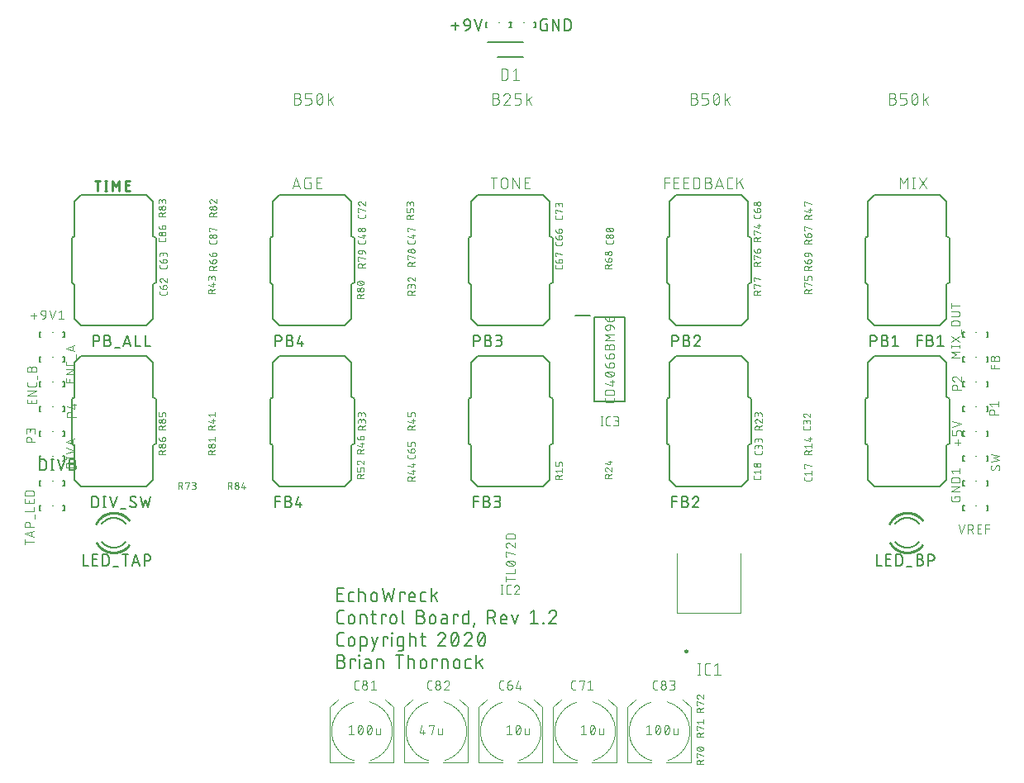
<source format=gbr>
G04 EAGLE Gerber RS-274X export*
G75*
%MOMM*%
%FSLAX34Y34*%
%LPD*%
%INSilkscreen Top*%
%IPPOS*%
%AMOC8*
5,1,8,0,0,1.08239X$1,22.5*%
G01*
%ADD10C,0.127000*%
%ADD11C,0.152400*%
%ADD12C,0.101600*%
%ADD13C,0.000000*%
%ADD14C,0.076200*%
%ADD15C,0.050800*%
%ADD16C,0.200000*%
%ADD17C,0.100000*%
%ADD18C,0.200000*%
%ADD19C,0.254000*%


D10*
X337044Y183515D02*
X330835Y183515D01*
X330835Y197485D01*
X337044Y197485D01*
X335492Y191276D02*
X330835Y191276D01*
X344423Y183515D02*
X347527Y183515D01*
X344423Y183515D02*
X344329Y183517D01*
X344236Y183523D01*
X344142Y183532D01*
X344050Y183545D01*
X343957Y183562D01*
X343866Y183583D01*
X343775Y183607D01*
X343686Y183635D01*
X343597Y183666D01*
X343511Y183701D01*
X343425Y183740D01*
X343341Y183782D01*
X343259Y183827D01*
X343179Y183875D01*
X343101Y183927D01*
X343024Y183982D01*
X342951Y184040D01*
X342879Y184100D01*
X342810Y184164D01*
X342744Y184230D01*
X342680Y184299D01*
X342620Y184371D01*
X342562Y184444D01*
X342507Y184521D01*
X342455Y184599D01*
X342407Y184679D01*
X342362Y184761D01*
X342320Y184845D01*
X342281Y184931D01*
X342246Y185017D01*
X342215Y185106D01*
X342187Y185195D01*
X342163Y185286D01*
X342142Y185377D01*
X342125Y185470D01*
X342112Y185562D01*
X342103Y185656D01*
X342097Y185749D01*
X342095Y185843D01*
X342094Y185843D02*
X342094Y190500D01*
X342095Y190500D02*
X342097Y190594D01*
X342103Y190687D01*
X342112Y190781D01*
X342125Y190873D01*
X342142Y190966D01*
X342163Y191057D01*
X342187Y191148D01*
X342215Y191237D01*
X342246Y191326D01*
X342281Y191412D01*
X342320Y191498D01*
X342362Y191582D01*
X342407Y191664D01*
X342455Y191744D01*
X342507Y191822D01*
X342562Y191899D01*
X342620Y191972D01*
X342680Y192044D01*
X342744Y192113D01*
X342810Y192179D01*
X342879Y192243D01*
X342951Y192303D01*
X343024Y192361D01*
X343101Y192416D01*
X343179Y192468D01*
X343259Y192516D01*
X343341Y192561D01*
X343425Y192603D01*
X343511Y192642D01*
X343597Y192677D01*
X343686Y192708D01*
X343775Y192736D01*
X343866Y192760D01*
X343957Y192781D01*
X344050Y192798D01*
X344142Y192811D01*
X344236Y192820D01*
X344329Y192826D01*
X344423Y192828D01*
X347527Y192828D01*
X353029Y197485D02*
X353029Y183515D01*
X353029Y192828D02*
X356910Y192828D01*
X357006Y192826D01*
X357102Y192820D01*
X357198Y192810D01*
X357293Y192796D01*
X357388Y192778D01*
X357481Y192757D01*
X357574Y192731D01*
X357666Y192702D01*
X357756Y192669D01*
X357845Y192632D01*
X357932Y192591D01*
X358018Y192547D01*
X358102Y192500D01*
X358183Y192449D01*
X358263Y192395D01*
X358340Y192337D01*
X358415Y192276D01*
X358487Y192213D01*
X358556Y192146D01*
X358623Y192077D01*
X358686Y192005D01*
X358747Y191930D01*
X358805Y191853D01*
X358859Y191773D01*
X358910Y191692D01*
X358957Y191608D01*
X359001Y191522D01*
X359042Y191435D01*
X359079Y191346D01*
X359112Y191256D01*
X359141Y191164D01*
X359167Y191072D01*
X359188Y190978D01*
X359206Y190883D01*
X359220Y190788D01*
X359230Y190692D01*
X359236Y190596D01*
X359238Y190500D01*
X359238Y183515D01*
X365349Y186619D02*
X365349Y189724D01*
X365351Y189835D01*
X365357Y189945D01*
X365367Y190056D01*
X365381Y190166D01*
X365398Y190275D01*
X365420Y190384D01*
X365445Y190492D01*
X365475Y190598D01*
X365508Y190704D01*
X365545Y190809D01*
X365585Y190912D01*
X365630Y191013D01*
X365677Y191113D01*
X365729Y191212D01*
X365784Y191308D01*
X365842Y191402D01*
X365903Y191494D01*
X365968Y191584D01*
X366036Y191672D01*
X366107Y191757D01*
X366181Y191839D01*
X366258Y191919D01*
X366338Y191996D01*
X366420Y192070D01*
X366505Y192141D01*
X366593Y192209D01*
X366683Y192274D01*
X366775Y192335D01*
X366869Y192393D01*
X366965Y192448D01*
X367064Y192500D01*
X367164Y192547D01*
X367265Y192592D01*
X367368Y192632D01*
X367473Y192669D01*
X367579Y192702D01*
X367685Y192732D01*
X367793Y192757D01*
X367902Y192779D01*
X368011Y192796D01*
X368121Y192810D01*
X368232Y192820D01*
X368342Y192826D01*
X368453Y192828D01*
X368564Y192826D01*
X368674Y192820D01*
X368785Y192810D01*
X368895Y192796D01*
X369004Y192779D01*
X369113Y192757D01*
X369221Y192732D01*
X369327Y192702D01*
X369433Y192669D01*
X369538Y192632D01*
X369641Y192592D01*
X369742Y192547D01*
X369842Y192500D01*
X369941Y192448D01*
X370037Y192393D01*
X370131Y192335D01*
X370223Y192274D01*
X370313Y192209D01*
X370401Y192141D01*
X370486Y192070D01*
X370568Y191996D01*
X370648Y191919D01*
X370725Y191839D01*
X370799Y191757D01*
X370870Y191672D01*
X370938Y191584D01*
X371003Y191494D01*
X371064Y191402D01*
X371122Y191308D01*
X371177Y191212D01*
X371229Y191113D01*
X371276Y191013D01*
X371321Y190912D01*
X371361Y190809D01*
X371398Y190704D01*
X371431Y190598D01*
X371461Y190492D01*
X371486Y190384D01*
X371508Y190275D01*
X371525Y190166D01*
X371539Y190056D01*
X371549Y189945D01*
X371555Y189835D01*
X371557Y189724D01*
X371558Y189724D02*
X371558Y186619D01*
X371557Y186619D02*
X371555Y186508D01*
X371549Y186398D01*
X371539Y186287D01*
X371525Y186177D01*
X371508Y186068D01*
X371486Y185959D01*
X371461Y185851D01*
X371431Y185745D01*
X371398Y185639D01*
X371361Y185534D01*
X371321Y185431D01*
X371276Y185330D01*
X371229Y185230D01*
X371177Y185131D01*
X371122Y185035D01*
X371064Y184941D01*
X371003Y184849D01*
X370938Y184759D01*
X370870Y184671D01*
X370799Y184586D01*
X370725Y184504D01*
X370648Y184424D01*
X370568Y184347D01*
X370486Y184273D01*
X370401Y184202D01*
X370313Y184134D01*
X370223Y184069D01*
X370131Y184008D01*
X370037Y183950D01*
X369941Y183895D01*
X369842Y183843D01*
X369742Y183796D01*
X369641Y183751D01*
X369538Y183711D01*
X369433Y183674D01*
X369327Y183641D01*
X369221Y183611D01*
X369113Y183586D01*
X369004Y183564D01*
X368895Y183547D01*
X368785Y183533D01*
X368674Y183523D01*
X368564Y183517D01*
X368453Y183515D01*
X368342Y183517D01*
X368232Y183523D01*
X368121Y183533D01*
X368011Y183547D01*
X367902Y183564D01*
X367793Y183586D01*
X367685Y183611D01*
X367579Y183641D01*
X367473Y183674D01*
X367368Y183711D01*
X367265Y183751D01*
X367164Y183796D01*
X367064Y183843D01*
X366965Y183895D01*
X366869Y183950D01*
X366775Y184008D01*
X366683Y184069D01*
X366593Y184134D01*
X366505Y184202D01*
X366420Y184273D01*
X366338Y184347D01*
X366258Y184424D01*
X366181Y184504D01*
X366107Y184586D01*
X366036Y184671D01*
X365968Y184759D01*
X365903Y184849D01*
X365842Y184941D01*
X365784Y185035D01*
X365729Y185131D01*
X365677Y185230D01*
X365630Y185330D01*
X365585Y185431D01*
X365545Y185534D01*
X365508Y185639D01*
X365475Y185745D01*
X365445Y185851D01*
X365420Y185959D01*
X365398Y186068D01*
X365381Y186177D01*
X365367Y186287D01*
X365357Y186398D01*
X365351Y186508D01*
X365349Y186619D01*
X379950Y183515D02*
X376845Y197485D01*
X383054Y192828D02*
X379950Y183515D01*
X386159Y183515D02*
X383054Y192828D01*
X389263Y197485D02*
X386159Y183515D01*
X395088Y183515D02*
X395088Y192828D01*
X399744Y192828D01*
X399744Y191276D01*
X406461Y183515D02*
X410342Y183515D01*
X406461Y183515D02*
X406367Y183517D01*
X406274Y183523D01*
X406180Y183532D01*
X406088Y183545D01*
X405995Y183562D01*
X405904Y183583D01*
X405813Y183607D01*
X405724Y183635D01*
X405635Y183666D01*
X405549Y183701D01*
X405463Y183740D01*
X405379Y183782D01*
X405297Y183827D01*
X405217Y183875D01*
X405139Y183927D01*
X405062Y183982D01*
X404989Y184040D01*
X404917Y184100D01*
X404848Y184164D01*
X404782Y184230D01*
X404718Y184299D01*
X404658Y184371D01*
X404600Y184444D01*
X404545Y184521D01*
X404493Y184599D01*
X404445Y184679D01*
X404400Y184761D01*
X404358Y184845D01*
X404319Y184931D01*
X404284Y185017D01*
X404253Y185106D01*
X404225Y185195D01*
X404201Y185286D01*
X404180Y185377D01*
X404163Y185470D01*
X404150Y185562D01*
X404141Y185656D01*
X404135Y185749D01*
X404133Y185843D01*
X404133Y189724D01*
X404135Y189835D01*
X404141Y189945D01*
X404151Y190056D01*
X404165Y190166D01*
X404182Y190275D01*
X404204Y190384D01*
X404229Y190492D01*
X404259Y190598D01*
X404292Y190704D01*
X404329Y190809D01*
X404369Y190912D01*
X404414Y191013D01*
X404461Y191113D01*
X404513Y191212D01*
X404568Y191308D01*
X404626Y191402D01*
X404687Y191494D01*
X404752Y191584D01*
X404820Y191672D01*
X404891Y191757D01*
X404965Y191839D01*
X405042Y191919D01*
X405122Y191996D01*
X405204Y192070D01*
X405289Y192141D01*
X405377Y192209D01*
X405467Y192274D01*
X405559Y192335D01*
X405653Y192393D01*
X405749Y192448D01*
X405848Y192500D01*
X405948Y192547D01*
X406049Y192592D01*
X406152Y192632D01*
X406257Y192669D01*
X406363Y192702D01*
X406469Y192732D01*
X406577Y192757D01*
X406686Y192779D01*
X406795Y192796D01*
X406905Y192810D01*
X407016Y192820D01*
X407126Y192826D01*
X407237Y192828D01*
X407348Y192826D01*
X407458Y192820D01*
X407569Y192810D01*
X407679Y192796D01*
X407788Y192779D01*
X407897Y192757D01*
X408005Y192732D01*
X408111Y192702D01*
X408217Y192669D01*
X408322Y192632D01*
X408425Y192592D01*
X408526Y192547D01*
X408626Y192500D01*
X408725Y192448D01*
X408821Y192393D01*
X408915Y192335D01*
X409007Y192274D01*
X409097Y192209D01*
X409185Y192141D01*
X409270Y192070D01*
X409352Y191996D01*
X409432Y191919D01*
X409509Y191839D01*
X409583Y191757D01*
X409654Y191672D01*
X409722Y191584D01*
X409787Y191494D01*
X409848Y191402D01*
X409906Y191308D01*
X409961Y191212D01*
X410013Y191113D01*
X410060Y191013D01*
X410105Y190912D01*
X410145Y190809D01*
X410182Y190704D01*
X410215Y190598D01*
X410245Y190492D01*
X410270Y190384D01*
X410292Y190275D01*
X410309Y190166D01*
X410323Y190056D01*
X410333Y189945D01*
X410339Y189835D01*
X410341Y189724D01*
X410342Y189724D02*
X410342Y188172D01*
X404133Y188172D01*
X418341Y183515D02*
X421445Y183515D01*
X418341Y183515D02*
X418247Y183517D01*
X418154Y183523D01*
X418060Y183532D01*
X417968Y183545D01*
X417875Y183562D01*
X417784Y183583D01*
X417693Y183607D01*
X417604Y183635D01*
X417515Y183666D01*
X417429Y183701D01*
X417343Y183740D01*
X417259Y183782D01*
X417177Y183827D01*
X417097Y183875D01*
X417019Y183927D01*
X416942Y183982D01*
X416869Y184040D01*
X416797Y184100D01*
X416728Y184164D01*
X416662Y184230D01*
X416598Y184299D01*
X416538Y184371D01*
X416480Y184444D01*
X416425Y184521D01*
X416373Y184599D01*
X416325Y184679D01*
X416280Y184761D01*
X416238Y184845D01*
X416199Y184931D01*
X416164Y185017D01*
X416133Y185106D01*
X416105Y185195D01*
X416081Y185286D01*
X416060Y185377D01*
X416043Y185470D01*
X416030Y185562D01*
X416021Y185656D01*
X416015Y185749D01*
X416013Y185843D01*
X416012Y185843D02*
X416012Y190500D01*
X416013Y190500D02*
X416015Y190594D01*
X416021Y190687D01*
X416030Y190781D01*
X416043Y190873D01*
X416060Y190966D01*
X416081Y191057D01*
X416105Y191148D01*
X416133Y191237D01*
X416164Y191326D01*
X416199Y191412D01*
X416238Y191498D01*
X416280Y191582D01*
X416325Y191664D01*
X416373Y191744D01*
X416425Y191822D01*
X416480Y191899D01*
X416538Y191972D01*
X416598Y192044D01*
X416662Y192113D01*
X416728Y192179D01*
X416797Y192243D01*
X416869Y192303D01*
X416942Y192361D01*
X417019Y192416D01*
X417097Y192468D01*
X417177Y192516D01*
X417259Y192561D01*
X417343Y192603D01*
X417429Y192642D01*
X417515Y192677D01*
X417604Y192708D01*
X417693Y192736D01*
X417784Y192760D01*
X417875Y192781D01*
X417968Y192798D01*
X418060Y192811D01*
X418154Y192820D01*
X418247Y192826D01*
X418341Y192828D01*
X421445Y192828D01*
X427111Y197485D02*
X427111Y183515D01*
X427111Y188172D02*
X433320Y192828D01*
X429827Y190112D02*
X433320Y183515D01*
X337044Y160655D02*
X333939Y160655D01*
X333828Y160657D01*
X333718Y160663D01*
X333607Y160673D01*
X333497Y160687D01*
X333388Y160704D01*
X333279Y160726D01*
X333171Y160751D01*
X333065Y160781D01*
X332959Y160814D01*
X332854Y160851D01*
X332751Y160891D01*
X332650Y160936D01*
X332550Y160983D01*
X332451Y161035D01*
X332355Y161090D01*
X332261Y161148D01*
X332169Y161209D01*
X332079Y161274D01*
X331991Y161342D01*
X331906Y161413D01*
X331824Y161487D01*
X331744Y161564D01*
X331667Y161644D01*
X331593Y161726D01*
X331522Y161811D01*
X331454Y161899D01*
X331389Y161989D01*
X331328Y162081D01*
X331270Y162175D01*
X331215Y162271D01*
X331163Y162370D01*
X331116Y162470D01*
X331071Y162571D01*
X331031Y162674D01*
X330994Y162779D01*
X330961Y162885D01*
X330931Y162991D01*
X330906Y163099D01*
X330884Y163208D01*
X330867Y163317D01*
X330853Y163427D01*
X330843Y163538D01*
X330837Y163648D01*
X330835Y163759D01*
X330835Y171521D01*
X330837Y171632D01*
X330843Y171742D01*
X330853Y171853D01*
X330867Y171963D01*
X330884Y172072D01*
X330906Y172181D01*
X330931Y172289D01*
X330961Y172395D01*
X330994Y172501D01*
X331031Y172606D01*
X331071Y172709D01*
X331115Y172810D01*
X331163Y172910D01*
X331215Y173009D01*
X331270Y173105D01*
X331328Y173199D01*
X331389Y173291D01*
X331454Y173381D01*
X331522Y173469D01*
X331593Y173554D01*
X331667Y173636D01*
X331744Y173716D01*
X331824Y173793D01*
X331906Y173867D01*
X331991Y173938D01*
X332079Y174006D01*
X332169Y174071D01*
X332261Y174132D01*
X332355Y174190D01*
X332451Y174245D01*
X332550Y174297D01*
X332650Y174344D01*
X332751Y174389D01*
X332854Y174429D01*
X332959Y174466D01*
X333064Y174499D01*
X333171Y174529D01*
X333279Y174554D01*
X333388Y174576D01*
X333497Y174593D01*
X333607Y174607D01*
X333718Y174617D01*
X333828Y174623D01*
X333939Y174625D01*
X337044Y174625D01*
X342146Y166864D02*
X342146Y163759D01*
X342146Y166864D02*
X342148Y166975D01*
X342154Y167085D01*
X342164Y167196D01*
X342178Y167306D01*
X342195Y167415D01*
X342217Y167524D01*
X342242Y167632D01*
X342272Y167738D01*
X342305Y167844D01*
X342342Y167949D01*
X342382Y168052D01*
X342427Y168153D01*
X342474Y168253D01*
X342526Y168352D01*
X342581Y168448D01*
X342639Y168542D01*
X342700Y168634D01*
X342765Y168724D01*
X342833Y168812D01*
X342904Y168897D01*
X342978Y168979D01*
X343055Y169059D01*
X343135Y169136D01*
X343217Y169210D01*
X343302Y169281D01*
X343390Y169349D01*
X343480Y169414D01*
X343572Y169475D01*
X343666Y169533D01*
X343762Y169588D01*
X343861Y169640D01*
X343961Y169687D01*
X344062Y169732D01*
X344165Y169772D01*
X344270Y169809D01*
X344376Y169842D01*
X344482Y169872D01*
X344590Y169897D01*
X344699Y169919D01*
X344808Y169936D01*
X344918Y169950D01*
X345029Y169960D01*
X345139Y169966D01*
X345250Y169968D01*
X345361Y169966D01*
X345471Y169960D01*
X345582Y169950D01*
X345692Y169936D01*
X345801Y169919D01*
X345910Y169897D01*
X346018Y169872D01*
X346124Y169842D01*
X346230Y169809D01*
X346335Y169772D01*
X346438Y169732D01*
X346539Y169687D01*
X346639Y169640D01*
X346738Y169588D01*
X346834Y169533D01*
X346928Y169475D01*
X347020Y169414D01*
X347110Y169349D01*
X347198Y169281D01*
X347283Y169210D01*
X347365Y169136D01*
X347445Y169059D01*
X347522Y168979D01*
X347596Y168897D01*
X347667Y168812D01*
X347735Y168724D01*
X347800Y168634D01*
X347861Y168542D01*
X347919Y168448D01*
X347974Y168352D01*
X348026Y168253D01*
X348073Y168153D01*
X348118Y168052D01*
X348158Y167949D01*
X348195Y167844D01*
X348228Y167738D01*
X348258Y167632D01*
X348283Y167524D01*
X348305Y167415D01*
X348322Y167306D01*
X348336Y167196D01*
X348346Y167085D01*
X348352Y166975D01*
X348354Y166864D01*
X348355Y166864D02*
X348355Y163759D01*
X348354Y163759D02*
X348352Y163648D01*
X348346Y163538D01*
X348336Y163427D01*
X348322Y163317D01*
X348305Y163208D01*
X348283Y163099D01*
X348258Y162991D01*
X348228Y162885D01*
X348195Y162779D01*
X348158Y162674D01*
X348118Y162571D01*
X348073Y162470D01*
X348026Y162370D01*
X347974Y162271D01*
X347919Y162175D01*
X347861Y162081D01*
X347800Y161989D01*
X347735Y161899D01*
X347667Y161811D01*
X347596Y161726D01*
X347522Y161644D01*
X347445Y161564D01*
X347365Y161487D01*
X347283Y161413D01*
X347198Y161342D01*
X347110Y161274D01*
X347020Y161209D01*
X346928Y161148D01*
X346834Y161090D01*
X346738Y161035D01*
X346639Y160983D01*
X346539Y160936D01*
X346438Y160891D01*
X346335Y160851D01*
X346230Y160814D01*
X346124Y160781D01*
X346018Y160751D01*
X345910Y160726D01*
X345801Y160704D01*
X345692Y160687D01*
X345582Y160673D01*
X345471Y160663D01*
X345361Y160657D01*
X345250Y160655D01*
X345139Y160657D01*
X345029Y160663D01*
X344918Y160673D01*
X344808Y160687D01*
X344699Y160704D01*
X344590Y160726D01*
X344482Y160751D01*
X344376Y160781D01*
X344270Y160814D01*
X344165Y160851D01*
X344062Y160891D01*
X343961Y160936D01*
X343861Y160983D01*
X343762Y161035D01*
X343666Y161090D01*
X343572Y161148D01*
X343480Y161209D01*
X343390Y161274D01*
X343302Y161342D01*
X343217Y161413D01*
X343135Y161487D01*
X343055Y161564D01*
X342978Y161644D01*
X342904Y161726D01*
X342833Y161811D01*
X342765Y161899D01*
X342700Y161989D01*
X342639Y162081D01*
X342581Y162175D01*
X342526Y162271D01*
X342474Y162370D01*
X342427Y162470D01*
X342382Y162571D01*
X342342Y162674D01*
X342305Y162779D01*
X342272Y162885D01*
X342242Y162991D01*
X342217Y163099D01*
X342195Y163208D01*
X342178Y163317D01*
X342164Y163427D01*
X342154Y163538D01*
X342148Y163648D01*
X342146Y163759D01*
X354465Y160655D02*
X354465Y169968D01*
X358346Y169968D01*
X358442Y169966D01*
X358538Y169960D01*
X358634Y169950D01*
X358729Y169936D01*
X358824Y169918D01*
X358917Y169897D01*
X359010Y169871D01*
X359102Y169842D01*
X359192Y169809D01*
X359281Y169772D01*
X359368Y169731D01*
X359454Y169687D01*
X359538Y169640D01*
X359619Y169589D01*
X359699Y169535D01*
X359776Y169477D01*
X359851Y169416D01*
X359923Y169353D01*
X359992Y169286D01*
X360059Y169217D01*
X360122Y169145D01*
X360183Y169070D01*
X360241Y168993D01*
X360295Y168913D01*
X360346Y168832D01*
X360393Y168748D01*
X360437Y168662D01*
X360478Y168575D01*
X360515Y168486D01*
X360548Y168396D01*
X360577Y168304D01*
X360603Y168212D01*
X360624Y168118D01*
X360642Y168023D01*
X360656Y167928D01*
X360666Y167832D01*
X360672Y167736D01*
X360674Y167640D01*
X360674Y160655D01*
X365624Y169968D02*
X370281Y169968D01*
X367176Y174625D02*
X367176Y162983D01*
X367177Y162983D02*
X367179Y162889D01*
X367185Y162796D01*
X367194Y162702D01*
X367207Y162610D01*
X367224Y162517D01*
X367245Y162426D01*
X367269Y162335D01*
X367297Y162246D01*
X367328Y162157D01*
X367363Y162071D01*
X367402Y161985D01*
X367444Y161901D01*
X367489Y161819D01*
X367537Y161739D01*
X367589Y161661D01*
X367644Y161584D01*
X367702Y161511D01*
X367762Y161439D01*
X367826Y161370D01*
X367892Y161304D01*
X367961Y161240D01*
X368033Y161180D01*
X368106Y161122D01*
X368183Y161067D01*
X368261Y161015D01*
X368341Y160967D01*
X368423Y160922D01*
X368507Y160880D01*
X368593Y160841D01*
X368679Y160806D01*
X368768Y160775D01*
X368857Y160747D01*
X368948Y160723D01*
X369039Y160702D01*
X369132Y160685D01*
X369224Y160672D01*
X369318Y160663D01*
X369411Y160657D01*
X369505Y160655D01*
X370281Y160655D01*
X375991Y160655D02*
X375991Y169968D01*
X380648Y169968D01*
X380648Y168416D01*
X385036Y166864D02*
X385036Y163759D01*
X385037Y166864D02*
X385039Y166975D01*
X385045Y167085D01*
X385055Y167196D01*
X385069Y167306D01*
X385086Y167415D01*
X385108Y167524D01*
X385133Y167632D01*
X385163Y167738D01*
X385196Y167844D01*
X385233Y167949D01*
X385273Y168052D01*
X385318Y168153D01*
X385365Y168253D01*
X385417Y168352D01*
X385472Y168448D01*
X385530Y168542D01*
X385591Y168634D01*
X385656Y168724D01*
X385724Y168812D01*
X385795Y168897D01*
X385869Y168979D01*
X385946Y169059D01*
X386026Y169136D01*
X386108Y169210D01*
X386193Y169281D01*
X386281Y169349D01*
X386371Y169414D01*
X386463Y169475D01*
X386557Y169533D01*
X386653Y169588D01*
X386752Y169640D01*
X386852Y169687D01*
X386953Y169732D01*
X387056Y169772D01*
X387161Y169809D01*
X387267Y169842D01*
X387373Y169872D01*
X387481Y169897D01*
X387590Y169919D01*
X387699Y169936D01*
X387809Y169950D01*
X387920Y169960D01*
X388030Y169966D01*
X388141Y169968D01*
X388252Y169966D01*
X388362Y169960D01*
X388473Y169950D01*
X388583Y169936D01*
X388692Y169919D01*
X388801Y169897D01*
X388909Y169872D01*
X389015Y169842D01*
X389121Y169809D01*
X389226Y169772D01*
X389329Y169732D01*
X389430Y169687D01*
X389530Y169640D01*
X389629Y169588D01*
X389725Y169533D01*
X389819Y169475D01*
X389911Y169414D01*
X390001Y169349D01*
X390089Y169281D01*
X390174Y169210D01*
X390256Y169136D01*
X390336Y169059D01*
X390413Y168979D01*
X390487Y168897D01*
X390558Y168812D01*
X390626Y168724D01*
X390691Y168634D01*
X390752Y168542D01*
X390810Y168448D01*
X390865Y168352D01*
X390917Y168253D01*
X390964Y168153D01*
X391009Y168052D01*
X391049Y167949D01*
X391086Y167844D01*
X391119Y167738D01*
X391149Y167632D01*
X391174Y167524D01*
X391196Y167415D01*
X391213Y167306D01*
X391227Y167196D01*
X391237Y167085D01*
X391243Y166975D01*
X391245Y166864D01*
X391245Y163759D01*
X391243Y163648D01*
X391237Y163538D01*
X391227Y163427D01*
X391213Y163317D01*
X391196Y163208D01*
X391174Y163099D01*
X391149Y162991D01*
X391119Y162885D01*
X391086Y162779D01*
X391049Y162674D01*
X391009Y162571D01*
X390964Y162470D01*
X390917Y162370D01*
X390865Y162271D01*
X390810Y162175D01*
X390752Y162081D01*
X390691Y161989D01*
X390626Y161899D01*
X390558Y161811D01*
X390487Y161726D01*
X390413Y161644D01*
X390336Y161564D01*
X390256Y161487D01*
X390174Y161413D01*
X390089Y161342D01*
X390001Y161274D01*
X389911Y161209D01*
X389819Y161148D01*
X389725Y161090D01*
X389629Y161035D01*
X389530Y160983D01*
X389430Y160936D01*
X389329Y160891D01*
X389226Y160851D01*
X389121Y160814D01*
X389015Y160781D01*
X388909Y160751D01*
X388801Y160726D01*
X388692Y160704D01*
X388583Y160687D01*
X388473Y160673D01*
X388362Y160663D01*
X388252Y160657D01*
X388141Y160655D01*
X388030Y160657D01*
X387920Y160663D01*
X387809Y160673D01*
X387699Y160687D01*
X387590Y160704D01*
X387481Y160726D01*
X387373Y160751D01*
X387267Y160781D01*
X387161Y160814D01*
X387056Y160851D01*
X386953Y160891D01*
X386852Y160936D01*
X386752Y160983D01*
X386653Y161035D01*
X386557Y161090D01*
X386463Y161148D01*
X386371Y161209D01*
X386281Y161274D01*
X386193Y161342D01*
X386108Y161413D01*
X386026Y161487D01*
X385946Y161564D01*
X385869Y161644D01*
X385795Y161726D01*
X385724Y161811D01*
X385656Y161899D01*
X385591Y161989D01*
X385530Y162081D01*
X385472Y162175D01*
X385417Y162271D01*
X385365Y162370D01*
X385318Y162470D01*
X385273Y162571D01*
X385233Y162674D01*
X385196Y162779D01*
X385163Y162885D01*
X385133Y162991D01*
X385108Y163099D01*
X385086Y163208D01*
X385069Y163317D01*
X385055Y163427D01*
X385045Y163538D01*
X385039Y163648D01*
X385037Y163759D01*
X397076Y162983D02*
X397076Y174625D01*
X397077Y162983D02*
X397079Y162889D01*
X397085Y162796D01*
X397094Y162702D01*
X397107Y162610D01*
X397124Y162517D01*
X397145Y162426D01*
X397169Y162335D01*
X397197Y162246D01*
X397228Y162157D01*
X397263Y162071D01*
X397302Y161985D01*
X397344Y161901D01*
X397389Y161819D01*
X397437Y161739D01*
X397489Y161661D01*
X397544Y161584D01*
X397602Y161511D01*
X397662Y161439D01*
X397726Y161370D01*
X397792Y161304D01*
X397861Y161240D01*
X397933Y161180D01*
X398006Y161122D01*
X398083Y161067D01*
X398161Y161015D01*
X398241Y160967D01*
X398323Y160922D01*
X398407Y160880D01*
X398493Y160841D01*
X398579Y160806D01*
X398668Y160775D01*
X398757Y160747D01*
X398848Y160723D01*
X398939Y160702D01*
X399032Y160685D01*
X399124Y160672D01*
X399218Y160663D01*
X399311Y160657D01*
X399405Y160655D01*
X412298Y168416D02*
X416179Y168416D01*
X416179Y168417D02*
X416302Y168415D01*
X416425Y168409D01*
X416548Y168399D01*
X416670Y168386D01*
X416792Y168368D01*
X416913Y168347D01*
X417034Y168322D01*
X417154Y168293D01*
X417272Y168260D01*
X417390Y168223D01*
X417506Y168183D01*
X417621Y168139D01*
X417735Y168091D01*
X417847Y168040D01*
X417957Y167986D01*
X418066Y167927D01*
X418173Y167866D01*
X418277Y167801D01*
X418380Y167733D01*
X418480Y167661D01*
X418578Y167587D01*
X418674Y167509D01*
X418767Y167428D01*
X418857Y167345D01*
X418945Y167258D01*
X419030Y167169D01*
X419112Y167078D01*
X419191Y166983D01*
X419267Y166886D01*
X419340Y166787D01*
X419410Y166686D01*
X419477Y166582D01*
X419540Y166476D01*
X419600Y166369D01*
X419656Y166259D01*
X419709Y166148D01*
X419759Y166035D01*
X419804Y165921D01*
X419847Y165805D01*
X419885Y165688D01*
X419920Y165570D01*
X419951Y165451D01*
X419978Y165331D01*
X420001Y165210D01*
X420020Y165088D01*
X420036Y164966D01*
X420048Y164844D01*
X420056Y164721D01*
X420060Y164598D01*
X420060Y164474D01*
X420056Y164351D01*
X420048Y164228D01*
X420036Y164106D01*
X420020Y163984D01*
X420001Y163862D01*
X419978Y163741D01*
X419951Y163621D01*
X419920Y163502D01*
X419885Y163384D01*
X419847Y163267D01*
X419804Y163151D01*
X419759Y163037D01*
X419709Y162924D01*
X419656Y162813D01*
X419600Y162703D01*
X419540Y162596D01*
X419477Y162490D01*
X419410Y162386D01*
X419340Y162285D01*
X419267Y162186D01*
X419191Y162089D01*
X419112Y161994D01*
X419030Y161903D01*
X418945Y161814D01*
X418857Y161727D01*
X418767Y161644D01*
X418674Y161563D01*
X418578Y161485D01*
X418480Y161411D01*
X418380Y161339D01*
X418277Y161271D01*
X418173Y161206D01*
X418066Y161145D01*
X417957Y161086D01*
X417847Y161032D01*
X417735Y160981D01*
X417621Y160933D01*
X417506Y160889D01*
X417390Y160849D01*
X417272Y160812D01*
X417154Y160779D01*
X417034Y160750D01*
X416913Y160725D01*
X416792Y160704D01*
X416670Y160686D01*
X416548Y160673D01*
X416425Y160663D01*
X416302Y160657D01*
X416179Y160655D01*
X412298Y160655D01*
X412298Y174625D01*
X416179Y174625D01*
X416290Y174623D01*
X416400Y174617D01*
X416511Y174607D01*
X416621Y174593D01*
X416730Y174576D01*
X416839Y174554D01*
X416947Y174529D01*
X417053Y174499D01*
X417159Y174466D01*
X417264Y174429D01*
X417367Y174389D01*
X417468Y174344D01*
X417568Y174297D01*
X417667Y174245D01*
X417763Y174190D01*
X417857Y174132D01*
X417949Y174071D01*
X418039Y174006D01*
X418127Y173938D01*
X418212Y173867D01*
X418294Y173793D01*
X418374Y173716D01*
X418451Y173636D01*
X418525Y173554D01*
X418596Y173469D01*
X418664Y173381D01*
X418729Y173291D01*
X418790Y173199D01*
X418848Y173105D01*
X418903Y173009D01*
X418955Y172910D01*
X419002Y172810D01*
X419047Y172709D01*
X419087Y172606D01*
X419124Y172501D01*
X419157Y172395D01*
X419187Y172289D01*
X419212Y172181D01*
X419234Y172072D01*
X419251Y171963D01*
X419265Y171853D01*
X419275Y171742D01*
X419281Y171632D01*
X419283Y171521D01*
X419281Y171410D01*
X419275Y171300D01*
X419265Y171189D01*
X419251Y171079D01*
X419234Y170970D01*
X419212Y170861D01*
X419187Y170753D01*
X419157Y170647D01*
X419124Y170541D01*
X419087Y170436D01*
X419047Y170333D01*
X419002Y170232D01*
X418955Y170132D01*
X418903Y170033D01*
X418848Y169937D01*
X418790Y169843D01*
X418729Y169751D01*
X418664Y169661D01*
X418596Y169573D01*
X418525Y169488D01*
X418451Y169406D01*
X418374Y169326D01*
X418294Y169249D01*
X418212Y169175D01*
X418127Y169104D01*
X418039Y169036D01*
X417949Y168971D01*
X417857Y168910D01*
X417763Y168852D01*
X417667Y168797D01*
X417568Y168745D01*
X417468Y168698D01*
X417367Y168653D01*
X417264Y168613D01*
X417159Y168576D01*
X417053Y168543D01*
X416947Y168513D01*
X416839Y168488D01*
X416730Y168466D01*
X416621Y168449D01*
X416511Y168435D01*
X416400Y168425D01*
X416290Y168419D01*
X416179Y168417D01*
X425189Y166864D02*
X425189Y163759D01*
X425190Y166864D02*
X425192Y166975D01*
X425198Y167085D01*
X425208Y167196D01*
X425222Y167306D01*
X425239Y167415D01*
X425261Y167524D01*
X425286Y167632D01*
X425316Y167738D01*
X425349Y167844D01*
X425386Y167949D01*
X425426Y168052D01*
X425471Y168153D01*
X425518Y168253D01*
X425570Y168352D01*
X425625Y168448D01*
X425683Y168542D01*
X425744Y168634D01*
X425809Y168724D01*
X425877Y168812D01*
X425948Y168897D01*
X426022Y168979D01*
X426099Y169059D01*
X426179Y169136D01*
X426261Y169210D01*
X426346Y169281D01*
X426434Y169349D01*
X426524Y169414D01*
X426616Y169475D01*
X426710Y169533D01*
X426806Y169588D01*
X426905Y169640D01*
X427005Y169687D01*
X427106Y169732D01*
X427209Y169772D01*
X427314Y169809D01*
X427420Y169842D01*
X427526Y169872D01*
X427634Y169897D01*
X427743Y169919D01*
X427852Y169936D01*
X427962Y169950D01*
X428073Y169960D01*
X428183Y169966D01*
X428294Y169968D01*
X428405Y169966D01*
X428515Y169960D01*
X428626Y169950D01*
X428736Y169936D01*
X428845Y169919D01*
X428954Y169897D01*
X429062Y169872D01*
X429168Y169842D01*
X429274Y169809D01*
X429379Y169772D01*
X429482Y169732D01*
X429583Y169687D01*
X429683Y169640D01*
X429782Y169588D01*
X429878Y169533D01*
X429972Y169475D01*
X430064Y169414D01*
X430154Y169349D01*
X430242Y169281D01*
X430327Y169210D01*
X430409Y169136D01*
X430489Y169059D01*
X430566Y168979D01*
X430640Y168897D01*
X430711Y168812D01*
X430779Y168724D01*
X430844Y168634D01*
X430905Y168542D01*
X430963Y168448D01*
X431018Y168352D01*
X431070Y168253D01*
X431117Y168153D01*
X431162Y168052D01*
X431202Y167949D01*
X431239Y167844D01*
X431272Y167738D01*
X431302Y167632D01*
X431327Y167524D01*
X431349Y167415D01*
X431366Y167306D01*
X431380Y167196D01*
X431390Y167085D01*
X431396Y166975D01*
X431398Y166864D01*
X431398Y163759D01*
X431396Y163648D01*
X431390Y163538D01*
X431380Y163427D01*
X431366Y163317D01*
X431349Y163208D01*
X431327Y163099D01*
X431302Y162991D01*
X431272Y162885D01*
X431239Y162779D01*
X431202Y162674D01*
X431162Y162571D01*
X431117Y162470D01*
X431070Y162370D01*
X431018Y162271D01*
X430963Y162175D01*
X430905Y162081D01*
X430844Y161989D01*
X430779Y161899D01*
X430711Y161811D01*
X430640Y161726D01*
X430566Y161644D01*
X430489Y161564D01*
X430409Y161487D01*
X430327Y161413D01*
X430242Y161342D01*
X430154Y161274D01*
X430064Y161209D01*
X429972Y161148D01*
X429878Y161090D01*
X429782Y161035D01*
X429683Y160983D01*
X429583Y160936D01*
X429482Y160891D01*
X429379Y160851D01*
X429274Y160814D01*
X429168Y160781D01*
X429062Y160751D01*
X428954Y160726D01*
X428845Y160704D01*
X428736Y160687D01*
X428626Y160673D01*
X428515Y160663D01*
X428405Y160657D01*
X428294Y160655D01*
X428183Y160657D01*
X428073Y160663D01*
X427962Y160673D01*
X427852Y160687D01*
X427743Y160704D01*
X427634Y160726D01*
X427526Y160751D01*
X427420Y160781D01*
X427314Y160814D01*
X427209Y160851D01*
X427106Y160891D01*
X427005Y160936D01*
X426905Y160983D01*
X426806Y161035D01*
X426710Y161090D01*
X426616Y161148D01*
X426524Y161209D01*
X426434Y161274D01*
X426346Y161342D01*
X426261Y161413D01*
X426179Y161487D01*
X426099Y161564D01*
X426022Y161644D01*
X425948Y161726D01*
X425877Y161811D01*
X425809Y161899D01*
X425744Y161989D01*
X425683Y162081D01*
X425625Y162175D01*
X425570Y162271D01*
X425518Y162370D01*
X425471Y162470D01*
X425426Y162571D01*
X425386Y162674D01*
X425349Y162779D01*
X425316Y162885D01*
X425286Y162991D01*
X425261Y163099D01*
X425239Y163208D01*
X425222Y163317D01*
X425208Y163427D01*
X425198Y163538D01*
X425192Y163648D01*
X425190Y163759D01*
X439698Y166088D02*
X443190Y166088D01*
X439698Y166087D02*
X439595Y166085D01*
X439493Y166079D01*
X439390Y166070D01*
X439288Y166056D01*
X439187Y166039D01*
X439086Y166017D01*
X438987Y165992D01*
X438888Y165963D01*
X438791Y165931D01*
X438694Y165895D01*
X438600Y165855D01*
X438506Y165812D01*
X438415Y165765D01*
X438325Y165715D01*
X438237Y165661D01*
X438152Y165604D01*
X438068Y165544D01*
X437987Y165481D01*
X437909Y165414D01*
X437833Y165345D01*
X437759Y165273D01*
X437689Y165199D01*
X437621Y165121D01*
X437556Y165041D01*
X437495Y164959D01*
X437436Y164875D01*
X437381Y164788D01*
X437329Y164699D01*
X437280Y164609D01*
X437235Y164516D01*
X437194Y164422D01*
X437156Y164327D01*
X437121Y164230D01*
X437091Y164132D01*
X437064Y164032D01*
X437041Y163932D01*
X437021Y163831D01*
X437006Y163730D01*
X436994Y163628D01*
X436986Y163525D01*
X436982Y163422D01*
X436982Y163320D01*
X436986Y163217D01*
X436994Y163114D01*
X437006Y163012D01*
X437021Y162911D01*
X437041Y162810D01*
X437064Y162710D01*
X437091Y162610D01*
X437121Y162512D01*
X437156Y162415D01*
X437194Y162320D01*
X437235Y162226D01*
X437280Y162133D01*
X437329Y162043D01*
X437381Y161954D01*
X437436Y161867D01*
X437495Y161783D01*
X437556Y161701D01*
X437621Y161621D01*
X437689Y161543D01*
X437759Y161469D01*
X437833Y161397D01*
X437909Y161328D01*
X437987Y161261D01*
X438068Y161198D01*
X438152Y161138D01*
X438237Y161081D01*
X438325Y161027D01*
X438415Y160977D01*
X438506Y160930D01*
X438600Y160887D01*
X438694Y160847D01*
X438791Y160811D01*
X438888Y160779D01*
X438987Y160750D01*
X439086Y160725D01*
X439187Y160703D01*
X439288Y160686D01*
X439390Y160672D01*
X439493Y160663D01*
X439595Y160657D01*
X439698Y160655D01*
X443190Y160655D01*
X443190Y167640D01*
X443188Y167734D01*
X443182Y167827D01*
X443173Y167921D01*
X443160Y168013D01*
X443143Y168106D01*
X443122Y168197D01*
X443098Y168288D01*
X443070Y168377D01*
X443039Y168466D01*
X443004Y168552D01*
X442965Y168638D01*
X442923Y168722D01*
X442878Y168804D01*
X442830Y168884D01*
X442778Y168962D01*
X442723Y169039D01*
X442665Y169112D01*
X442605Y169184D01*
X442541Y169253D01*
X442475Y169319D01*
X442406Y169383D01*
X442334Y169443D01*
X442261Y169501D01*
X442184Y169556D01*
X442106Y169608D01*
X442026Y169656D01*
X441944Y169701D01*
X441860Y169743D01*
X441774Y169782D01*
X441688Y169817D01*
X441599Y169848D01*
X441510Y169876D01*
X441419Y169900D01*
X441328Y169921D01*
X441235Y169938D01*
X441143Y169951D01*
X441049Y169960D01*
X440956Y169966D01*
X440862Y169968D01*
X437757Y169968D01*
X449909Y169968D02*
X449909Y160655D01*
X449909Y169968D02*
X454566Y169968D01*
X454566Y168416D01*
X465092Y174625D02*
X465092Y160655D01*
X461211Y160655D01*
X461117Y160657D01*
X461024Y160663D01*
X460930Y160672D01*
X460838Y160685D01*
X460745Y160702D01*
X460654Y160723D01*
X460563Y160747D01*
X460474Y160775D01*
X460385Y160806D01*
X460299Y160841D01*
X460213Y160880D01*
X460129Y160922D01*
X460047Y160967D01*
X459967Y161015D01*
X459889Y161067D01*
X459812Y161122D01*
X459739Y161180D01*
X459667Y161240D01*
X459598Y161304D01*
X459532Y161370D01*
X459468Y161439D01*
X459408Y161511D01*
X459350Y161584D01*
X459295Y161661D01*
X459243Y161739D01*
X459195Y161819D01*
X459150Y161901D01*
X459108Y161985D01*
X459069Y162071D01*
X459034Y162157D01*
X459003Y162246D01*
X458975Y162335D01*
X458951Y162426D01*
X458930Y162517D01*
X458913Y162610D01*
X458900Y162702D01*
X458891Y162796D01*
X458885Y162889D01*
X458883Y162983D01*
X458883Y167640D01*
X458885Y167734D01*
X458891Y167827D01*
X458900Y167921D01*
X458913Y168013D01*
X458930Y168106D01*
X458951Y168197D01*
X458975Y168288D01*
X459003Y168377D01*
X459034Y168466D01*
X459069Y168552D01*
X459108Y168638D01*
X459150Y168722D01*
X459195Y168804D01*
X459243Y168884D01*
X459295Y168962D01*
X459350Y169039D01*
X459408Y169112D01*
X459468Y169184D01*
X459532Y169253D01*
X459598Y169319D01*
X459667Y169383D01*
X459739Y169443D01*
X459812Y169501D01*
X459889Y169556D01*
X459967Y169608D01*
X460047Y169656D01*
X460129Y169701D01*
X460213Y169743D01*
X460299Y169782D01*
X460385Y169817D01*
X460474Y169848D01*
X460563Y169876D01*
X460654Y169900D01*
X460745Y169921D01*
X460838Y169938D01*
X460930Y169951D01*
X461024Y169960D01*
X461117Y169966D01*
X461211Y169968D01*
X465092Y169968D01*
X470744Y160655D02*
X471520Y160655D01*
X470744Y160655D02*
X470744Y161431D01*
X471520Y161431D01*
X471520Y160655D01*
X470356Y157551D01*
X484732Y160655D02*
X484732Y174625D01*
X488612Y174625D01*
X488735Y174623D01*
X488858Y174617D01*
X488981Y174607D01*
X489103Y174594D01*
X489225Y174576D01*
X489346Y174555D01*
X489467Y174530D01*
X489587Y174501D01*
X489705Y174468D01*
X489823Y174431D01*
X489939Y174391D01*
X490054Y174347D01*
X490168Y174299D01*
X490280Y174248D01*
X490390Y174194D01*
X490499Y174135D01*
X490606Y174074D01*
X490710Y174009D01*
X490813Y173941D01*
X490913Y173869D01*
X491011Y173795D01*
X491107Y173717D01*
X491200Y173636D01*
X491290Y173553D01*
X491378Y173466D01*
X491463Y173377D01*
X491545Y173286D01*
X491624Y173191D01*
X491700Y173094D01*
X491773Y172995D01*
X491843Y172894D01*
X491910Y172790D01*
X491973Y172684D01*
X492033Y172577D01*
X492089Y172467D01*
X492142Y172356D01*
X492192Y172243D01*
X492237Y172129D01*
X492280Y172013D01*
X492318Y171896D01*
X492353Y171778D01*
X492384Y171659D01*
X492411Y171539D01*
X492434Y171418D01*
X492453Y171296D01*
X492469Y171174D01*
X492481Y171052D01*
X492489Y170929D01*
X492493Y170806D01*
X492493Y170682D01*
X492489Y170559D01*
X492481Y170436D01*
X492469Y170314D01*
X492453Y170192D01*
X492434Y170070D01*
X492411Y169949D01*
X492384Y169829D01*
X492353Y169710D01*
X492318Y169592D01*
X492280Y169475D01*
X492237Y169359D01*
X492192Y169245D01*
X492142Y169132D01*
X492089Y169021D01*
X492033Y168911D01*
X491973Y168804D01*
X491910Y168698D01*
X491843Y168594D01*
X491773Y168493D01*
X491700Y168394D01*
X491624Y168297D01*
X491545Y168202D01*
X491463Y168111D01*
X491378Y168022D01*
X491290Y167935D01*
X491200Y167852D01*
X491107Y167771D01*
X491011Y167693D01*
X490913Y167619D01*
X490813Y167547D01*
X490710Y167479D01*
X490606Y167414D01*
X490499Y167353D01*
X490390Y167294D01*
X490280Y167240D01*
X490168Y167189D01*
X490054Y167141D01*
X489939Y167097D01*
X489823Y167057D01*
X489705Y167020D01*
X489587Y166987D01*
X489467Y166958D01*
X489346Y166933D01*
X489225Y166912D01*
X489103Y166894D01*
X488981Y166881D01*
X488858Y166871D01*
X488735Y166865D01*
X488612Y166863D01*
X488612Y166864D02*
X484732Y166864D01*
X489388Y166864D02*
X492493Y160655D01*
X500523Y160655D02*
X504404Y160655D01*
X500523Y160655D02*
X500429Y160657D01*
X500336Y160663D01*
X500242Y160672D01*
X500150Y160685D01*
X500057Y160702D01*
X499966Y160723D01*
X499875Y160747D01*
X499786Y160775D01*
X499697Y160806D01*
X499611Y160841D01*
X499525Y160880D01*
X499441Y160922D01*
X499359Y160967D01*
X499279Y161015D01*
X499201Y161067D01*
X499124Y161122D01*
X499051Y161180D01*
X498979Y161240D01*
X498910Y161304D01*
X498844Y161370D01*
X498780Y161439D01*
X498720Y161511D01*
X498662Y161584D01*
X498607Y161661D01*
X498555Y161739D01*
X498507Y161819D01*
X498462Y161901D01*
X498420Y161985D01*
X498381Y162071D01*
X498346Y162157D01*
X498315Y162246D01*
X498287Y162335D01*
X498263Y162426D01*
X498242Y162517D01*
X498225Y162610D01*
X498212Y162702D01*
X498203Y162796D01*
X498197Y162889D01*
X498195Y162983D01*
X498195Y166864D01*
X498197Y166975D01*
X498203Y167085D01*
X498213Y167196D01*
X498227Y167306D01*
X498244Y167415D01*
X498266Y167524D01*
X498291Y167632D01*
X498321Y167738D01*
X498354Y167844D01*
X498391Y167949D01*
X498431Y168052D01*
X498476Y168153D01*
X498523Y168253D01*
X498575Y168352D01*
X498630Y168448D01*
X498688Y168542D01*
X498749Y168634D01*
X498814Y168724D01*
X498882Y168812D01*
X498953Y168897D01*
X499027Y168979D01*
X499104Y169059D01*
X499184Y169136D01*
X499266Y169210D01*
X499351Y169281D01*
X499439Y169349D01*
X499529Y169414D01*
X499621Y169475D01*
X499715Y169533D01*
X499811Y169588D01*
X499910Y169640D01*
X500010Y169687D01*
X500111Y169732D01*
X500214Y169772D01*
X500319Y169809D01*
X500425Y169842D01*
X500531Y169872D01*
X500639Y169897D01*
X500748Y169919D01*
X500857Y169936D01*
X500967Y169950D01*
X501078Y169960D01*
X501188Y169966D01*
X501299Y169968D01*
X501410Y169966D01*
X501520Y169960D01*
X501631Y169950D01*
X501741Y169936D01*
X501850Y169919D01*
X501959Y169897D01*
X502067Y169872D01*
X502173Y169842D01*
X502279Y169809D01*
X502384Y169772D01*
X502487Y169732D01*
X502588Y169687D01*
X502688Y169640D01*
X502787Y169588D01*
X502883Y169533D01*
X502977Y169475D01*
X503069Y169414D01*
X503159Y169349D01*
X503247Y169281D01*
X503332Y169210D01*
X503414Y169136D01*
X503494Y169059D01*
X503571Y168979D01*
X503645Y168897D01*
X503716Y168812D01*
X503784Y168724D01*
X503849Y168634D01*
X503910Y168542D01*
X503968Y168448D01*
X504023Y168352D01*
X504075Y168253D01*
X504122Y168153D01*
X504167Y168052D01*
X504207Y167949D01*
X504244Y167844D01*
X504277Y167738D01*
X504307Y167632D01*
X504332Y167524D01*
X504354Y167415D01*
X504371Y167306D01*
X504385Y167196D01*
X504395Y167085D01*
X504401Y166975D01*
X504403Y166864D01*
X504404Y166864D02*
X504404Y165312D01*
X498195Y165312D01*
X509602Y169968D02*
X512706Y160655D01*
X515811Y169968D01*
X528446Y171521D02*
X532326Y174625D01*
X532326Y160655D01*
X528446Y160655D02*
X536207Y160655D01*
X541520Y160655D02*
X541520Y161431D01*
X542296Y161431D01*
X542296Y160655D01*
X541520Y160655D01*
X555371Y171133D02*
X555369Y171250D01*
X555363Y171366D01*
X555353Y171483D01*
X555340Y171599D01*
X555322Y171714D01*
X555301Y171829D01*
X555276Y171943D01*
X555247Y172056D01*
X555214Y172168D01*
X555178Y172279D01*
X555138Y172388D01*
X555094Y172497D01*
X555046Y172603D01*
X554996Y172708D01*
X554941Y172812D01*
X554883Y172913D01*
X554822Y173013D01*
X554758Y173110D01*
X554690Y173205D01*
X554619Y173298D01*
X554545Y173388D01*
X554469Y173476D01*
X554389Y173561D01*
X554306Y173644D01*
X554221Y173724D01*
X554133Y173800D01*
X554043Y173874D01*
X553950Y173945D01*
X553855Y174013D01*
X553758Y174077D01*
X553658Y174138D01*
X553557Y174196D01*
X553453Y174251D01*
X553348Y174301D01*
X553242Y174349D01*
X553133Y174393D01*
X553024Y174433D01*
X552913Y174469D01*
X552801Y174502D01*
X552688Y174531D01*
X552574Y174556D01*
X552459Y174577D01*
X552344Y174595D01*
X552228Y174608D01*
X552111Y174618D01*
X551995Y174624D01*
X551878Y174626D01*
X551878Y174625D02*
X551747Y174623D01*
X551616Y174617D01*
X551485Y174608D01*
X551354Y174594D01*
X551224Y174577D01*
X551095Y174556D01*
X550966Y174531D01*
X550838Y174503D01*
X550711Y174470D01*
X550584Y174434D01*
X550459Y174395D01*
X550335Y174351D01*
X550213Y174305D01*
X550092Y174254D01*
X549972Y174200D01*
X549854Y174143D01*
X549738Y174082D01*
X549623Y174017D01*
X549511Y173950D01*
X549401Y173879D01*
X549292Y173805D01*
X549186Y173728D01*
X549082Y173648D01*
X548981Y173564D01*
X548882Y173478D01*
X548785Y173389D01*
X548692Y173297D01*
X548601Y173203D01*
X548513Y173106D01*
X548427Y173006D01*
X548345Y172904D01*
X548265Y172799D01*
X548189Y172692D01*
X548116Y172584D01*
X548046Y172472D01*
X547979Y172359D01*
X547916Y172244D01*
X547856Y172128D01*
X547800Y172009D01*
X547747Y171889D01*
X547697Y171768D01*
X547652Y171645D01*
X547609Y171520D01*
X554207Y168417D02*
X554294Y168502D01*
X554377Y168590D01*
X554458Y168681D01*
X554536Y168774D01*
X554611Y168869D01*
X554683Y168968D01*
X554751Y169068D01*
X554817Y169170D01*
X554878Y169275D01*
X554937Y169381D01*
X554992Y169490D01*
X555043Y169600D01*
X555091Y169711D01*
X555135Y169825D01*
X555176Y169939D01*
X555213Y170055D01*
X555246Y170172D01*
X555275Y170290D01*
X555300Y170409D01*
X555322Y170528D01*
X555340Y170648D01*
X555353Y170769D01*
X555363Y170890D01*
X555369Y171012D01*
X555371Y171133D01*
X554207Y168416D02*
X547610Y160655D01*
X555371Y160655D01*
X337044Y137795D02*
X333939Y137795D01*
X333828Y137797D01*
X333718Y137803D01*
X333607Y137813D01*
X333497Y137827D01*
X333388Y137844D01*
X333279Y137866D01*
X333171Y137891D01*
X333065Y137921D01*
X332959Y137954D01*
X332854Y137991D01*
X332751Y138031D01*
X332650Y138076D01*
X332550Y138123D01*
X332451Y138175D01*
X332355Y138230D01*
X332261Y138288D01*
X332169Y138349D01*
X332079Y138414D01*
X331991Y138482D01*
X331906Y138553D01*
X331824Y138627D01*
X331744Y138704D01*
X331667Y138784D01*
X331593Y138866D01*
X331522Y138951D01*
X331454Y139039D01*
X331389Y139129D01*
X331328Y139221D01*
X331270Y139315D01*
X331215Y139411D01*
X331163Y139510D01*
X331116Y139610D01*
X331071Y139711D01*
X331031Y139814D01*
X330994Y139919D01*
X330961Y140025D01*
X330931Y140131D01*
X330906Y140239D01*
X330884Y140348D01*
X330867Y140457D01*
X330853Y140567D01*
X330843Y140678D01*
X330837Y140788D01*
X330835Y140899D01*
X330835Y148661D01*
X330837Y148772D01*
X330843Y148882D01*
X330853Y148993D01*
X330867Y149103D01*
X330884Y149212D01*
X330906Y149321D01*
X330931Y149429D01*
X330961Y149535D01*
X330994Y149641D01*
X331031Y149746D01*
X331071Y149849D01*
X331115Y149950D01*
X331163Y150050D01*
X331215Y150149D01*
X331270Y150245D01*
X331328Y150339D01*
X331389Y150431D01*
X331454Y150521D01*
X331522Y150609D01*
X331593Y150694D01*
X331667Y150776D01*
X331744Y150856D01*
X331824Y150933D01*
X331906Y151007D01*
X331991Y151078D01*
X332079Y151146D01*
X332169Y151211D01*
X332261Y151272D01*
X332355Y151330D01*
X332451Y151385D01*
X332550Y151437D01*
X332650Y151484D01*
X332751Y151529D01*
X332854Y151569D01*
X332959Y151606D01*
X333064Y151639D01*
X333171Y151669D01*
X333279Y151694D01*
X333388Y151716D01*
X333497Y151733D01*
X333607Y151747D01*
X333718Y151757D01*
X333828Y151763D01*
X333939Y151765D01*
X337044Y151765D01*
X342146Y144004D02*
X342146Y140899D01*
X342146Y144004D02*
X342148Y144115D01*
X342154Y144225D01*
X342164Y144336D01*
X342178Y144446D01*
X342195Y144555D01*
X342217Y144664D01*
X342242Y144772D01*
X342272Y144878D01*
X342305Y144984D01*
X342342Y145089D01*
X342382Y145192D01*
X342427Y145293D01*
X342474Y145393D01*
X342526Y145492D01*
X342581Y145588D01*
X342639Y145682D01*
X342700Y145774D01*
X342765Y145864D01*
X342833Y145952D01*
X342904Y146037D01*
X342978Y146119D01*
X343055Y146199D01*
X343135Y146276D01*
X343217Y146350D01*
X343302Y146421D01*
X343390Y146489D01*
X343480Y146554D01*
X343572Y146615D01*
X343666Y146673D01*
X343762Y146728D01*
X343861Y146780D01*
X343961Y146827D01*
X344062Y146872D01*
X344165Y146912D01*
X344270Y146949D01*
X344376Y146982D01*
X344482Y147012D01*
X344590Y147037D01*
X344699Y147059D01*
X344808Y147076D01*
X344918Y147090D01*
X345029Y147100D01*
X345139Y147106D01*
X345250Y147108D01*
X345361Y147106D01*
X345471Y147100D01*
X345582Y147090D01*
X345692Y147076D01*
X345801Y147059D01*
X345910Y147037D01*
X346018Y147012D01*
X346124Y146982D01*
X346230Y146949D01*
X346335Y146912D01*
X346438Y146872D01*
X346539Y146827D01*
X346639Y146780D01*
X346738Y146728D01*
X346834Y146673D01*
X346928Y146615D01*
X347020Y146554D01*
X347110Y146489D01*
X347198Y146421D01*
X347283Y146350D01*
X347365Y146276D01*
X347445Y146199D01*
X347522Y146119D01*
X347596Y146037D01*
X347667Y145952D01*
X347735Y145864D01*
X347800Y145774D01*
X347861Y145682D01*
X347919Y145588D01*
X347974Y145492D01*
X348026Y145393D01*
X348073Y145293D01*
X348118Y145192D01*
X348158Y145089D01*
X348195Y144984D01*
X348228Y144878D01*
X348258Y144772D01*
X348283Y144664D01*
X348305Y144555D01*
X348322Y144446D01*
X348336Y144336D01*
X348346Y144225D01*
X348352Y144115D01*
X348354Y144004D01*
X348355Y144004D02*
X348355Y140899D01*
X348354Y140899D02*
X348352Y140788D01*
X348346Y140678D01*
X348336Y140567D01*
X348322Y140457D01*
X348305Y140348D01*
X348283Y140239D01*
X348258Y140131D01*
X348228Y140025D01*
X348195Y139919D01*
X348158Y139814D01*
X348118Y139711D01*
X348073Y139610D01*
X348026Y139510D01*
X347974Y139411D01*
X347919Y139315D01*
X347861Y139221D01*
X347800Y139129D01*
X347735Y139039D01*
X347667Y138951D01*
X347596Y138866D01*
X347522Y138784D01*
X347445Y138704D01*
X347365Y138627D01*
X347283Y138553D01*
X347198Y138482D01*
X347110Y138414D01*
X347020Y138349D01*
X346928Y138288D01*
X346834Y138230D01*
X346738Y138175D01*
X346639Y138123D01*
X346539Y138076D01*
X346438Y138031D01*
X346335Y137991D01*
X346230Y137954D01*
X346124Y137921D01*
X346018Y137891D01*
X345910Y137866D01*
X345801Y137844D01*
X345692Y137827D01*
X345582Y137813D01*
X345471Y137803D01*
X345361Y137797D01*
X345250Y137795D01*
X345139Y137797D01*
X345029Y137803D01*
X344918Y137813D01*
X344808Y137827D01*
X344699Y137844D01*
X344590Y137866D01*
X344482Y137891D01*
X344376Y137921D01*
X344270Y137954D01*
X344165Y137991D01*
X344062Y138031D01*
X343961Y138076D01*
X343861Y138123D01*
X343762Y138175D01*
X343666Y138230D01*
X343572Y138288D01*
X343480Y138349D01*
X343390Y138414D01*
X343302Y138482D01*
X343217Y138553D01*
X343135Y138627D01*
X343055Y138704D01*
X342978Y138784D01*
X342904Y138866D01*
X342833Y138951D01*
X342765Y139039D01*
X342700Y139129D01*
X342639Y139221D01*
X342581Y139315D01*
X342526Y139411D01*
X342474Y139510D01*
X342427Y139610D01*
X342382Y139711D01*
X342342Y139814D01*
X342305Y139919D01*
X342272Y140025D01*
X342242Y140131D01*
X342217Y140239D01*
X342195Y140348D01*
X342178Y140457D01*
X342164Y140567D01*
X342154Y140678D01*
X342148Y140788D01*
X342146Y140899D01*
X354537Y147108D02*
X354537Y133138D01*
X354537Y147108D02*
X358417Y147108D01*
X358513Y147106D01*
X358609Y147100D01*
X358705Y147090D01*
X358800Y147076D01*
X358895Y147058D01*
X358988Y147037D01*
X359081Y147011D01*
X359173Y146982D01*
X359263Y146949D01*
X359352Y146912D01*
X359439Y146871D01*
X359525Y146827D01*
X359609Y146780D01*
X359690Y146729D01*
X359770Y146675D01*
X359847Y146617D01*
X359922Y146556D01*
X359994Y146493D01*
X360063Y146426D01*
X360130Y146357D01*
X360193Y146285D01*
X360254Y146210D01*
X360312Y146133D01*
X360366Y146053D01*
X360417Y145972D01*
X360464Y145888D01*
X360508Y145802D01*
X360549Y145715D01*
X360586Y145626D01*
X360619Y145536D01*
X360648Y145444D01*
X360674Y145352D01*
X360695Y145258D01*
X360713Y145163D01*
X360727Y145068D01*
X360737Y144972D01*
X360743Y144876D01*
X360745Y144780D01*
X360745Y140123D01*
X360743Y140029D01*
X360737Y139936D01*
X360728Y139842D01*
X360715Y139750D01*
X360698Y139657D01*
X360677Y139566D01*
X360653Y139475D01*
X360625Y139386D01*
X360594Y139297D01*
X360559Y139211D01*
X360520Y139125D01*
X360478Y139041D01*
X360433Y138959D01*
X360385Y138879D01*
X360333Y138801D01*
X360278Y138724D01*
X360220Y138651D01*
X360160Y138579D01*
X360096Y138510D01*
X360030Y138444D01*
X359961Y138380D01*
X359889Y138320D01*
X359816Y138262D01*
X359739Y138207D01*
X359661Y138155D01*
X359581Y138107D01*
X359499Y138062D01*
X359415Y138020D01*
X359329Y137981D01*
X359243Y137946D01*
X359154Y137915D01*
X359065Y137887D01*
X358974Y137863D01*
X358883Y137842D01*
X358790Y137825D01*
X358698Y137812D01*
X358604Y137803D01*
X358511Y137797D01*
X358417Y137795D01*
X354537Y137795D01*
X365872Y133138D02*
X367425Y133138D01*
X372081Y147108D01*
X365872Y147108D02*
X368977Y137795D01*
X377816Y137795D02*
X377816Y147108D01*
X382473Y147108D01*
X382473Y145556D01*
X386772Y147108D02*
X386772Y137795D01*
X386384Y150989D02*
X386384Y151765D01*
X387160Y151765D01*
X387160Y150989D01*
X386384Y150989D01*
X394594Y137795D02*
X398475Y137795D01*
X394594Y137795D02*
X394500Y137797D01*
X394407Y137803D01*
X394313Y137812D01*
X394221Y137825D01*
X394128Y137842D01*
X394037Y137863D01*
X393946Y137887D01*
X393857Y137915D01*
X393768Y137946D01*
X393682Y137981D01*
X393596Y138020D01*
X393512Y138062D01*
X393430Y138107D01*
X393350Y138155D01*
X393272Y138207D01*
X393195Y138262D01*
X393122Y138320D01*
X393050Y138380D01*
X392981Y138444D01*
X392915Y138510D01*
X392851Y138579D01*
X392791Y138651D01*
X392733Y138724D01*
X392678Y138801D01*
X392626Y138879D01*
X392578Y138959D01*
X392533Y139041D01*
X392491Y139125D01*
X392452Y139211D01*
X392417Y139297D01*
X392386Y139386D01*
X392358Y139475D01*
X392334Y139566D01*
X392313Y139657D01*
X392296Y139750D01*
X392283Y139842D01*
X392274Y139936D01*
X392268Y140029D01*
X392266Y140123D01*
X392266Y144780D01*
X392268Y144874D01*
X392274Y144967D01*
X392283Y145061D01*
X392296Y145153D01*
X392313Y145246D01*
X392334Y145337D01*
X392358Y145428D01*
X392386Y145517D01*
X392417Y145606D01*
X392452Y145692D01*
X392491Y145778D01*
X392533Y145862D01*
X392578Y145944D01*
X392626Y146024D01*
X392678Y146102D01*
X392733Y146179D01*
X392791Y146252D01*
X392851Y146324D01*
X392915Y146393D01*
X392981Y146459D01*
X393050Y146523D01*
X393122Y146583D01*
X393195Y146641D01*
X393272Y146696D01*
X393350Y146748D01*
X393430Y146796D01*
X393512Y146841D01*
X393596Y146883D01*
X393682Y146922D01*
X393768Y146957D01*
X393857Y146988D01*
X393946Y147016D01*
X394037Y147040D01*
X394128Y147061D01*
X394221Y147078D01*
X394313Y147091D01*
X394407Y147100D01*
X394500Y147106D01*
X394594Y147108D01*
X398475Y147108D01*
X398475Y135467D01*
X398474Y135467D02*
X398472Y135371D01*
X398466Y135275D01*
X398456Y135179D01*
X398442Y135084D01*
X398424Y134989D01*
X398403Y134896D01*
X398377Y134803D01*
X398348Y134711D01*
X398315Y134621D01*
X398278Y134532D01*
X398237Y134445D01*
X398193Y134359D01*
X398146Y134275D01*
X398095Y134194D01*
X398041Y134114D01*
X397983Y134037D01*
X397922Y133962D01*
X397859Y133890D01*
X397792Y133821D01*
X397723Y133754D01*
X397651Y133691D01*
X397576Y133630D01*
X397499Y133572D01*
X397419Y133518D01*
X397338Y133467D01*
X397254Y133420D01*
X397168Y133376D01*
X397081Y133335D01*
X396992Y133298D01*
X396902Y133265D01*
X396810Y133236D01*
X396718Y133210D01*
X396624Y133189D01*
X396529Y133171D01*
X396434Y133157D01*
X396338Y133147D01*
X396242Y133141D01*
X396146Y133139D01*
X396146Y133138D02*
X393042Y133138D01*
X405113Y137795D02*
X405113Y151765D01*
X405113Y147108D02*
X408993Y147108D01*
X409089Y147106D01*
X409185Y147100D01*
X409281Y147090D01*
X409376Y147076D01*
X409471Y147058D01*
X409564Y147037D01*
X409657Y147011D01*
X409749Y146982D01*
X409839Y146949D01*
X409928Y146912D01*
X410015Y146871D01*
X410101Y146827D01*
X410185Y146780D01*
X410266Y146729D01*
X410346Y146675D01*
X410423Y146617D01*
X410498Y146556D01*
X410570Y146493D01*
X410639Y146426D01*
X410706Y146357D01*
X410769Y146285D01*
X410830Y146210D01*
X410888Y146133D01*
X410942Y146053D01*
X410993Y145972D01*
X411040Y145888D01*
X411084Y145802D01*
X411125Y145715D01*
X411162Y145626D01*
X411195Y145536D01*
X411224Y145444D01*
X411250Y145352D01*
X411271Y145258D01*
X411289Y145163D01*
X411303Y145068D01*
X411313Y144972D01*
X411319Y144876D01*
X411321Y144780D01*
X411322Y144780D02*
X411322Y137795D01*
X416272Y147108D02*
X420928Y147108D01*
X417824Y151765D02*
X417824Y140123D01*
X417826Y140029D01*
X417832Y139936D01*
X417841Y139842D01*
X417854Y139750D01*
X417871Y139657D01*
X417892Y139566D01*
X417916Y139475D01*
X417944Y139386D01*
X417975Y139297D01*
X418010Y139211D01*
X418049Y139125D01*
X418091Y139041D01*
X418136Y138959D01*
X418184Y138879D01*
X418236Y138801D01*
X418291Y138724D01*
X418349Y138651D01*
X418409Y138579D01*
X418473Y138510D01*
X418539Y138444D01*
X418608Y138380D01*
X418680Y138320D01*
X418753Y138262D01*
X418830Y138207D01*
X418908Y138155D01*
X418988Y138107D01*
X419070Y138062D01*
X419154Y138020D01*
X419240Y137981D01*
X419326Y137946D01*
X419415Y137915D01*
X419504Y137887D01*
X419595Y137863D01*
X419686Y137842D01*
X419779Y137825D01*
X419871Y137812D01*
X419965Y137803D01*
X420058Y137797D01*
X420152Y137795D01*
X420928Y137795D01*
X437808Y151766D02*
X437925Y151764D01*
X438041Y151758D01*
X438158Y151748D01*
X438274Y151735D01*
X438389Y151717D01*
X438504Y151696D01*
X438618Y151671D01*
X438731Y151642D01*
X438843Y151609D01*
X438954Y151573D01*
X439063Y151533D01*
X439172Y151489D01*
X439278Y151441D01*
X439383Y151391D01*
X439487Y151336D01*
X439588Y151278D01*
X439688Y151217D01*
X439785Y151153D01*
X439880Y151085D01*
X439973Y151014D01*
X440063Y150940D01*
X440151Y150864D01*
X440236Y150784D01*
X440319Y150701D01*
X440399Y150616D01*
X440475Y150528D01*
X440549Y150438D01*
X440620Y150345D01*
X440688Y150250D01*
X440752Y150153D01*
X440813Y150053D01*
X440871Y149952D01*
X440926Y149848D01*
X440976Y149743D01*
X441024Y149637D01*
X441068Y149528D01*
X441108Y149419D01*
X441144Y149308D01*
X441177Y149196D01*
X441206Y149083D01*
X441231Y148969D01*
X441252Y148854D01*
X441270Y148739D01*
X441283Y148623D01*
X441293Y148506D01*
X441299Y148390D01*
X441301Y148273D01*
X437808Y151765D02*
X437677Y151763D01*
X437546Y151757D01*
X437415Y151748D01*
X437284Y151734D01*
X437154Y151717D01*
X437025Y151696D01*
X436896Y151671D01*
X436768Y151643D01*
X436641Y151610D01*
X436514Y151574D01*
X436389Y151535D01*
X436265Y151491D01*
X436143Y151445D01*
X436022Y151394D01*
X435902Y151340D01*
X435784Y151283D01*
X435668Y151222D01*
X435553Y151157D01*
X435441Y151090D01*
X435331Y151019D01*
X435222Y150945D01*
X435116Y150868D01*
X435012Y150788D01*
X434911Y150704D01*
X434812Y150618D01*
X434715Y150529D01*
X434622Y150437D01*
X434531Y150343D01*
X434443Y150246D01*
X434357Y150146D01*
X434275Y150044D01*
X434195Y149939D01*
X434119Y149832D01*
X434046Y149724D01*
X433976Y149612D01*
X433909Y149499D01*
X433846Y149384D01*
X433786Y149268D01*
X433730Y149149D01*
X433677Y149029D01*
X433627Y148908D01*
X433582Y148785D01*
X433539Y148660D01*
X440136Y145557D02*
X440223Y145642D01*
X440306Y145730D01*
X440387Y145821D01*
X440465Y145914D01*
X440540Y146009D01*
X440612Y146108D01*
X440680Y146208D01*
X440746Y146310D01*
X440807Y146415D01*
X440866Y146521D01*
X440921Y146630D01*
X440972Y146740D01*
X441020Y146851D01*
X441064Y146965D01*
X441105Y147079D01*
X441142Y147195D01*
X441175Y147312D01*
X441204Y147430D01*
X441229Y147549D01*
X441251Y147668D01*
X441269Y147788D01*
X441282Y147909D01*
X441292Y148030D01*
X441298Y148152D01*
X441300Y148273D01*
X440136Y145556D02*
X433539Y137795D01*
X441300Y137795D01*
X447228Y144780D02*
X447231Y145055D01*
X447241Y145329D01*
X447258Y145604D01*
X447280Y145878D01*
X447310Y146151D01*
X447346Y146423D01*
X447388Y146695D01*
X447437Y146965D01*
X447493Y147235D01*
X447555Y147502D01*
X447623Y147769D01*
X447697Y148033D01*
X447778Y148296D01*
X447865Y148556D01*
X447958Y148815D01*
X448058Y149071D01*
X448163Y149325D01*
X448275Y149576D01*
X448392Y149825D01*
X448391Y149824D02*
X448427Y149923D01*
X448466Y150020D01*
X448509Y150116D01*
X448556Y150210D01*
X448605Y150302D01*
X448658Y150392D01*
X448715Y150481D01*
X448774Y150567D01*
X448837Y150651D01*
X448902Y150733D01*
X448971Y150812D01*
X449042Y150888D01*
X449117Y150962D01*
X449193Y151034D01*
X449273Y151102D01*
X449355Y151168D01*
X449439Y151230D01*
X449525Y151289D01*
X449614Y151346D01*
X449704Y151398D01*
X449796Y151448D01*
X449890Y151494D01*
X449986Y151537D01*
X450083Y151576D01*
X450182Y151612D01*
X450282Y151644D01*
X450382Y151672D01*
X450484Y151696D01*
X450587Y151717D01*
X450690Y151734D01*
X450794Y151748D01*
X450899Y151757D01*
X451003Y151763D01*
X451108Y151765D01*
X451213Y151763D01*
X451317Y151757D01*
X451422Y151748D01*
X451526Y151734D01*
X451629Y151717D01*
X451732Y151696D01*
X451834Y151672D01*
X451934Y151644D01*
X452034Y151612D01*
X452133Y151576D01*
X452230Y151537D01*
X452326Y151494D01*
X452420Y151448D01*
X452512Y151398D01*
X452602Y151346D01*
X452691Y151289D01*
X452777Y151230D01*
X452861Y151168D01*
X452943Y151102D01*
X453023Y151034D01*
X453099Y150962D01*
X453174Y150888D01*
X453245Y150812D01*
X453314Y150733D01*
X453379Y150651D01*
X453442Y150567D01*
X453501Y150481D01*
X453558Y150392D01*
X453611Y150302D01*
X453660Y150210D01*
X453707Y150116D01*
X453750Y150020D01*
X453789Y149923D01*
X453825Y149824D01*
X453824Y149825D02*
X453941Y149576D01*
X454053Y149325D01*
X454158Y149071D01*
X454258Y148815D01*
X454351Y148556D01*
X454438Y148296D01*
X454519Y148033D01*
X454593Y147769D01*
X454661Y147502D01*
X454723Y147234D01*
X454779Y146965D01*
X454828Y146695D01*
X454870Y146423D01*
X454906Y146151D01*
X454936Y145878D01*
X454958Y145604D01*
X454975Y145329D01*
X454985Y145055D01*
X454988Y144780D01*
X447227Y144780D02*
X447230Y144505D01*
X447240Y144231D01*
X447257Y143956D01*
X447279Y143682D01*
X447309Y143409D01*
X447345Y143137D01*
X447387Y142865D01*
X447436Y142595D01*
X447492Y142325D01*
X447554Y142058D01*
X447622Y141791D01*
X447696Y141527D01*
X447777Y141264D01*
X447864Y141003D01*
X447957Y140745D01*
X448057Y140489D01*
X448162Y140235D01*
X448274Y139984D01*
X448391Y139735D01*
X448391Y139736D02*
X448427Y139637D01*
X448466Y139540D01*
X448509Y139444D01*
X448556Y139350D01*
X448605Y139258D01*
X448658Y139168D01*
X448715Y139079D01*
X448774Y138993D01*
X448837Y138909D01*
X448902Y138827D01*
X448971Y138748D01*
X449042Y138672D01*
X449117Y138598D01*
X449193Y138526D01*
X449273Y138458D01*
X449355Y138392D01*
X449439Y138330D01*
X449525Y138271D01*
X449614Y138214D01*
X449704Y138162D01*
X449796Y138112D01*
X449890Y138066D01*
X449986Y138023D01*
X450083Y137984D01*
X450182Y137948D01*
X450282Y137916D01*
X450382Y137888D01*
X450484Y137864D01*
X450587Y137843D01*
X450690Y137826D01*
X450794Y137812D01*
X450899Y137803D01*
X451003Y137797D01*
X451108Y137795D01*
X453825Y139735D02*
X453942Y139984D01*
X454054Y140235D01*
X454159Y140489D01*
X454259Y140745D01*
X454352Y141003D01*
X454439Y141264D01*
X454520Y141527D01*
X454594Y141791D01*
X454662Y142058D01*
X454724Y142325D01*
X454780Y142595D01*
X454829Y142865D01*
X454871Y143137D01*
X454907Y143409D01*
X454937Y143682D01*
X454959Y143956D01*
X454976Y144231D01*
X454986Y144505D01*
X454989Y144780D01*
X453825Y139736D02*
X453789Y139637D01*
X453750Y139540D01*
X453707Y139444D01*
X453660Y139350D01*
X453611Y139258D01*
X453558Y139168D01*
X453501Y139079D01*
X453442Y138993D01*
X453379Y138909D01*
X453314Y138827D01*
X453245Y138748D01*
X453174Y138672D01*
X453099Y138598D01*
X453023Y138526D01*
X452943Y138458D01*
X452861Y138392D01*
X452777Y138330D01*
X452691Y138271D01*
X452602Y138214D01*
X452512Y138162D01*
X452420Y138112D01*
X452326Y138066D01*
X452230Y138023D01*
X452133Y137984D01*
X452034Y137948D01*
X451934Y137916D01*
X451834Y137888D01*
X451732Y137864D01*
X451629Y137843D01*
X451526Y137826D01*
X451422Y137812D01*
X451317Y137803D01*
X451213Y137797D01*
X451108Y137795D01*
X448004Y140899D02*
X454212Y148661D01*
X465185Y151766D02*
X465302Y151764D01*
X465418Y151758D01*
X465535Y151748D01*
X465651Y151735D01*
X465766Y151717D01*
X465881Y151696D01*
X465995Y151671D01*
X466108Y151642D01*
X466220Y151609D01*
X466331Y151573D01*
X466440Y151533D01*
X466549Y151489D01*
X466655Y151441D01*
X466760Y151391D01*
X466864Y151336D01*
X466965Y151278D01*
X467065Y151217D01*
X467162Y151153D01*
X467257Y151085D01*
X467350Y151014D01*
X467440Y150940D01*
X467528Y150864D01*
X467613Y150784D01*
X467696Y150701D01*
X467776Y150616D01*
X467852Y150528D01*
X467926Y150438D01*
X467997Y150345D01*
X468065Y150250D01*
X468129Y150153D01*
X468190Y150053D01*
X468248Y149952D01*
X468303Y149848D01*
X468353Y149743D01*
X468401Y149637D01*
X468445Y149528D01*
X468485Y149419D01*
X468521Y149308D01*
X468554Y149196D01*
X468583Y149083D01*
X468608Y148969D01*
X468629Y148854D01*
X468647Y148739D01*
X468660Y148623D01*
X468670Y148506D01*
X468676Y148390D01*
X468678Y148273D01*
X465185Y151765D02*
X465054Y151763D01*
X464923Y151757D01*
X464792Y151748D01*
X464661Y151734D01*
X464531Y151717D01*
X464402Y151696D01*
X464273Y151671D01*
X464145Y151643D01*
X464018Y151610D01*
X463891Y151574D01*
X463766Y151535D01*
X463642Y151491D01*
X463520Y151445D01*
X463399Y151394D01*
X463279Y151340D01*
X463161Y151283D01*
X463045Y151222D01*
X462930Y151157D01*
X462818Y151090D01*
X462708Y151019D01*
X462599Y150945D01*
X462493Y150868D01*
X462389Y150788D01*
X462288Y150704D01*
X462189Y150618D01*
X462092Y150529D01*
X461999Y150437D01*
X461908Y150343D01*
X461820Y150246D01*
X461734Y150146D01*
X461652Y150044D01*
X461572Y149939D01*
X461496Y149832D01*
X461423Y149724D01*
X461353Y149612D01*
X461286Y149499D01*
X461223Y149384D01*
X461163Y149268D01*
X461107Y149149D01*
X461054Y149029D01*
X461004Y148908D01*
X460959Y148785D01*
X460916Y148660D01*
X467513Y145557D02*
X467600Y145642D01*
X467683Y145730D01*
X467764Y145821D01*
X467842Y145914D01*
X467917Y146009D01*
X467989Y146108D01*
X468057Y146208D01*
X468123Y146310D01*
X468184Y146415D01*
X468243Y146521D01*
X468298Y146630D01*
X468349Y146740D01*
X468397Y146851D01*
X468441Y146965D01*
X468482Y147079D01*
X468519Y147195D01*
X468552Y147312D01*
X468581Y147430D01*
X468606Y147549D01*
X468628Y147668D01*
X468646Y147788D01*
X468659Y147909D01*
X468669Y148030D01*
X468675Y148152D01*
X468677Y148273D01*
X467513Y145556D02*
X460916Y137795D01*
X468677Y137795D01*
X474605Y144780D02*
X474608Y145055D01*
X474618Y145329D01*
X474635Y145604D01*
X474657Y145878D01*
X474687Y146151D01*
X474723Y146423D01*
X474765Y146695D01*
X474814Y146965D01*
X474870Y147235D01*
X474932Y147502D01*
X475000Y147769D01*
X475074Y148033D01*
X475155Y148296D01*
X475242Y148556D01*
X475335Y148815D01*
X475435Y149071D01*
X475540Y149325D01*
X475652Y149576D01*
X475769Y149825D01*
X475768Y149824D02*
X475804Y149923D01*
X475843Y150020D01*
X475886Y150116D01*
X475933Y150210D01*
X475982Y150302D01*
X476035Y150392D01*
X476092Y150481D01*
X476151Y150567D01*
X476214Y150651D01*
X476279Y150733D01*
X476348Y150812D01*
X476419Y150888D01*
X476494Y150962D01*
X476570Y151034D01*
X476650Y151102D01*
X476732Y151168D01*
X476816Y151230D01*
X476902Y151289D01*
X476991Y151346D01*
X477081Y151398D01*
X477173Y151448D01*
X477267Y151494D01*
X477363Y151537D01*
X477460Y151576D01*
X477559Y151612D01*
X477659Y151644D01*
X477759Y151672D01*
X477861Y151696D01*
X477964Y151717D01*
X478067Y151734D01*
X478171Y151748D01*
X478276Y151757D01*
X478380Y151763D01*
X478485Y151765D01*
X478590Y151763D01*
X478694Y151757D01*
X478799Y151748D01*
X478903Y151734D01*
X479006Y151717D01*
X479109Y151696D01*
X479211Y151672D01*
X479311Y151644D01*
X479411Y151612D01*
X479510Y151576D01*
X479607Y151537D01*
X479703Y151494D01*
X479797Y151448D01*
X479889Y151398D01*
X479979Y151346D01*
X480068Y151289D01*
X480154Y151230D01*
X480238Y151168D01*
X480320Y151102D01*
X480400Y151034D01*
X480476Y150962D01*
X480551Y150888D01*
X480622Y150812D01*
X480691Y150733D01*
X480756Y150651D01*
X480819Y150567D01*
X480878Y150481D01*
X480935Y150392D01*
X480988Y150302D01*
X481037Y150210D01*
X481084Y150116D01*
X481127Y150020D01*
X481166Y149923D01*
X481202Y149824D01*
X481201Y149825D02*
X481318Y149576D01*
X481430Y149325D01*
X481535Y149071D01*
X481635Y148815D01*
X481728Y148556D01*
X481815Y148296D01*
X481896Y148033D01*
X481970Y147769D01*
X482038Y147502D01*
X482100Y147234D01*
X482156Y146965D01*
X482205Y146695D01*
X482247Y146423D01*
X482283Y146151D01*
X482313Y145878D01*
X482335Y145604D01*
X482352Y145329D01*
X482362Y145055D01*
X482365Y144780D01*
X474604Y144780D02*
X474607Y144505D01*
X474617Y144231D01*
X474634Y143956D01*
X474656Y143682D01*
X474686Y143409D01*
X474722Y143137D01*
X474764Y142865D01*
X474813Y142595D01*
X474869Y142325D01*
X474931Y142058D01*
X474999Y141791D01*
X475073Y141527D01*
X475154Y141264D01*
X475241Y141003D01*
X475334Y140745D01*
X475434Y140489D01*
X475539Y140235D01*
X475651Y139984D01*
X475768Y139735D01*
X475768Y139736D02*
X475804Y139637D01*
X475843Y139540D01*
X475886Y139444D01*
X475933Y139350D01*
X475982Y139258D01*
X476035Y139168D01*
X476092Y139079D01*
X476151Y138993D01*
X476214Y138909D01*
X476279Y138827D01*
X476348Y138748D01*
X476419Y138672D01*
X476494Y138598D01*
X476570Y138526D01*
X476650Y138458D01*
X476732Y138392D01*
X476816Y138330D01*
X476902Y138271D01*
X476991Y138214D01*
X477081Y138162D01*
X477173Y138112D01*
X477267Y138066D01*
X477363Y138023D01*
X477460Y137984D01*
X477559Y137948D01*
X477659Y137916D01*
X477759Y137888D01*
X477861Y137864D01*
X477964Y137843D01*
X478067Y137826D01*
X478171Y137812D01*
X478276Y137803D01*
X478380Y137797D01*
X478485Y137795D01*
X481202Y139735D02*
X481319Y139984D01*
X481431Y140235D01*
X481536Y140489D01*
X481636Y140745D01*
X481729Y141003D01*
X481816Y141264D01*
X481897Y141527D01*
X481971Y141791D01*
X482039Y142058D01*
X482101Y142325D01*
X482157Y142595D01*
X482206Y142865D01*
X482248Y143137D01*
X482284Y143409D01*
X482314Y143682D01*
X482336Y143956D01*
X482353Y144231D01*
X482363Y144505D01*
X482366Y144780D01*
X481202Y139736D02*
X481166Y139637D01*
X481127Y139540D01*
X481084Y139444D01*
X481037Y139350D01*
X480988Y139258D01*
X480935Y139168D01*
X480878Y139079D01*
X480819Y138993D01*
X480756Y138909D01*
X480691Y138827D01*
X480622Y138748D01*
X480551Y138672D01*
X480476Y138598D01*
X480400Y138526D01*
X480320Y138458D01*
X480238Y138392D01*
X480154Y138330D01*
X480068Y138271D01*
X479979Y138214D01*
X479889Y138162D01*
X479797Y138112D01*
X479703Y138066D01*
X479607Y138023D01*
X479510Y137984D01*
X479411Y137948D01*
X479311Y137916D01*
X479211Y137888D01*
X479109Y137864D01*
X479006Y137843D01*
X478903Y137826D01*
X478799Y137812D01*
X478694Y137803D01*
X478590Y137797D01*
X478485Y137795D01*
X475381Y140899D02*
X481590Y148661D01*
X334716Y122696D02*
X330835Y122696D01*
X334716Y122697D02*
X334839Y122695D01*
X334962Y122689D01*
X335085Y122679D01*
X335207Y122666D01*
X335329Y122648D01*
X335450Y122627D01*
X335571Y122602D01*
X335691Y122573D01*
X335809Y122540D01*
X335927Y122503D01*
X336043Y122463D01*
X336158Y122419D01*
X336272Y122371D01*
X336384Y122320D01*
X336494Y122266D01*
X336603Y122207D01*
X336710Y122146D01*
X336814Y122081D01*
X336917Y122013D01*
X337017Y121941D01*
X337115Y121867D01*
X337211Y121789D01*
X337304Y121708D01*
X337394Y121625D01*
X337482Y121538D01*
X337567Y121449D01*
X337649Y121358D01*
X337728Y121263D01*
X337804Y121166D01*
X337877Y121067D01*
X337947Y120966D01*
X338014Y120862D01*
X338077Y120756D01*
X338137Y120649D01*
X338193Y120539D01*
X338246Y120428D01*
X338296Y120315D01*
X338341Y120201D01*
X338384Y120085D01*
X338422Y119968D01*
X338457Y119850D01*
X338488Y119731D01*
X338515Y119611D01*
X338538Y119490D01*
X338557Y119368D01*
X338573Y119246D01*
X338585Y119124D01*
X338593Y119001D01*
X338597Y118878D01*
X338597Y118754D01*
X338593Y118631D01*
X338585Y118508D01*
X338573Y118386D01*
X338557Y118264D01*
X338538Y118142D01*
X338515Y118021D01*
X338488Y117901D01*
X338457Y117782D01*
X338422Y117664D01*
X338384Y117547D01*
X338341Y117431D01*
X338296Y117317D01*
X338246Y117204D01*
X338193Y117093D01*
X338137Y116983D01*
X338077Y116875D01*
X338014Y116770D01*
X337947Y116666D01*
X337877Y116565D01*
X337804Y116466D01*
X337728Y116369D01*
X337649Y116274D01*
X337567Y116183D01*
X337482Y116094D01*
X337394Y116007D01*
X337304Y115924D01*
X337211Y115843D01*
X337115Y115765D01*
X337017Y115691D01*
X336917Y115619D01*
X336814Y115551D01*
X336710Y115486D01*
X336603Y115425D01*
X336494Y115366D01*
X336384Y115312D01*
X336272Y115261D01*
X336158Y115213D01*
X336043Y115169D01*
X335927Y115129D01*
X335809Y115092D01*
X335691Y115059D01*
X335571Y115030D01*
X335450Y115005D01*
X335329Y114984D01*
X335207Y114966D01*
X335085Y114953D01*
X334962Y114943D01*
X334839Y114937D01*
X334716Y114935D01*
X330835Y114935D01*
X330835Y128905D01*
X334716Y128905D01*
X334827Y128903D01*
X334937Y128897D01*
X335048Y128887D01*
X335158Y128873D01*
X335267Y128856D01*
X335376Y128834D01*
X335484Y128809D01*
X335590Y128779D01*
X335696Y128746D01*
X335801Y128709D01*
X335904Y128669D01*
X336005Y128624D01*
X336105Y128577D01*
X336204Y128525D01*
X336300Y128470D01*
X336394Y128412D01*
X336486Y128351D01*
X336576Y128286D01*
X336664Y128218D01*
X336749Y128147D01*
X336831Y128073D01*
X336911Y127996D01*
X336988Y127916D01*
X337062Y127834D01*
X337133Y127749D01*
X337201Y127661D01*
X337266Y127571D01*
X337327Y127479D01*
X337385Y127385D01*
X337440Y127289D01*
X337492Y127190D01*
X337539Y127090D01*
X337584Y126989D01*
X337624Y126886D01*
X337661Y126781D01*
X337694Y126675D01*
X337724Y126569D01*
X337749Y126461D01*
X337771Y126352D01*
X337788Y126243D01*
X337802Y126133D01*
X337812Y126022D01*
X337818Y125912D01*
X337820Y125801D01*
X337818Y125690D01*
X337812Y125580D01*
X337802Y125469D01*
X337788Y125359D01*
X337771Y125250D01*
X337749Y125141D01*
X337724Y125033D01*
X337694Y124927D01*
X337661Y124821D01*
X337624Y124716D01*
X337584Y124613D01*
X337539Y124512D01*
X337492Y124412D01*
X337440Y124313D01*
X337385Y124217D01*
X337327Y124123D01*
X337266Y124031D01*
X337201Y123941D01*
X337133Y123853D01*
X337062Y123768D01*
X336988Y123686D01*
X336911Y123606D01*
X336831Y123529D01*
X336749Y123455D01*
X336664Y123384D01*
X336576Y123316D01*
X336486Y123251D01*
X336394Y123190D01*
X336300Y123132D01*
X336204Y123077D01*
X336105Y123025D01*
X336005Y122978D01*
X335904Y122933D01*
X335801Y122893D01*
X335696Y122856D01*
X335590Y122823D01*
X335484Y122793D01*
X335376Y122768D01*
X335267Y122746D01*
X335158Y122729D01*
X335048Y122715D01*
X334937Y122705D01*
X334827Y122699D01*
X334716Y122697D01*
X344263Y124248D02*
X344263Y114935D01*
X344263Y124248D02*
X348919Y124248D01*
X348919Y122696D01*
X353218Y124248D02*
X353218Y114935D01*
X352830Y128129D02*
X352830Y128905D01*
X353606Y128905D01*
X353606Y128129D01*
X352830Y128129D01*
X361428Y120368D02*
X364921Y120368D01*
X361428Y120367D02*
X361325Y120365D01*
X361223Y120359D01*
X361120Y120350D01*
X361018Y120336D01*
X360917Y120319D01*
X360816Y120297D01*
X360717Y120272D01*
X360618Y120243D01*
X360521Y120211D01*
X360424Y120175D01*
X360330Y120135D01*
X360236Y120092D01*
X360145Y120045D01*
X360055Y119995D01*
X359967Y119941D01*
X359882Y119884D01*
X359798Y119824D01*
X359717Y119761D01*
X359639Y119694D01*
X359563Y119625D01*
X359489Y119553D01*
X359419Y119479D01*
X359351Y119401D01*
X359286Y119321D01*
X359225Y119239D01*
X359166Y119155D01*
X359111Y119068D01*
X359059Y118979D01*
X359010Y118889D01*
X358965Y118796D01*
X358924Y118702D01*
X358886Y118607D01*
X358851Y118510D01*
X358821Y118412D01*
X358794Y118312D01*
X358771Y118212D01*
X358751Y118111D01*
X358736Y118010D01*
X358724Y117908D01*
X358716Y117805D01*
X358712Y117702D01*
X358712Y117600D01*
X358716Y117497D01*
X358724Y117394D01*
X358736Y117292D01*
X358751Y117191D01*
X358771Y117090D01*
X358794Y116990D01*
X358821Y116890D01*
X358851Y116792D01*
X358886Y116695D01*
X358924Y116600D01*
X358965Y116506D01*
X359010Y116413D01*
X359059Y116323D01*
X359111Y116234D01*
X359166Y116147D01*
X359225Y116063D01*
X359286Y115981D01*
X359351Y115901D01*
X359419Y115823D01*
X359489Y115749D01*
X359563Y115677D01*
X359639Y115608D01*
X359717Y115541D01*
X359798Y115478D01*
X359882Y115418D01*
X359967Y115361D01*
X360055Y115307D01*
X360145Y115257D01*
X360236Y115210D01*
X360330Y115167D01*
X360424Y115127D01*
X360521Y115091D01*
X360618Y115059D01*
X360717Y115030D01*
X360816Y115005D01*
X360917Y114983D01*
X361018Y114966D01*
X361120Y114952D01*
X361223Y114943D01*
X361325Y114937D01*
X361428Y114935D01*
X364921Y114935D01*
X364921Y121920D01*
X364919Y122014D01*
X364913Y122107D01*
X364904Y122201D01*
X364891Y122293D01*
X364874Y122386D01*
X364853Y122477D01*
X364829Y122568D01*
X364801Y122657D01*
X364770Y122746D01*
X364735Y122832D01*
X364696Y122918D01*
X364654Y123002D01*
X364609Y123084D01*
X364561Y123164D01*
X364509Y123242D01*
X364454Y123319D01*
X364396Y123392D01*
X364336Y123464D01*
X364272Y123533D01*
X364206Y123599D01*
X364137Y123663D01*
X364065Y123723D01*
X363992Y123781D01*
X363915Y123836D01*
X363837Y123888D01*
X363757Y123936D01*
X363675Y123981D01*
X363591Y124023D01*
X363505Y124062D01*
X363419Y124097D01*
X363330Y124128D01*
X363241Y124156D01*
X363150Y124180D01*
X363059Y124201D01*
X362966Y124218D01*
X362874Y124231D01*
X362780Y124240D01*
X362687Y124246D01*
X362593Y124248D01*
X359488Y124248D01*
X371559Y124248D02*
X371559Y114935D01*
X371559Y124248D02*
X375440Y124248D01*
X375536Y124246D01*
X375632Y124240D01*
X375728Y124230D01*
X375823Y124216D01*
X375918Y124198D01*
X376011Y124177D01*
X376104Y124151D01*
X376196Y124122D01*
X376286Y124089D01*
X376375Y124052D01*
X376462Y124011D01*
X376548Y123967D01*
X376632Y123920D01*
X376713Y123869D01*
X376793Y123815D01*
X376870Y123757D01*
X376945Y123696D01*
X377017Y123633D01*
X377086Y123566D01*
X377153Y123497D01*
X377216Y123425D01*
X377277Y123350D01*
X377335Y123273D01*
X377389Y123193D01*
X377440Y123112D01*
X377487Y123028D01*
X377531Y122942D01*
X377572Y122855D01*
X377609Y122766D01*
X377642Y122676D01*
X377671Y122584D01*
X377697Y122492D01*
X377718Y122398D01*
X377736Y122303D01*
X377750Y122208D01*
X377760Y122112D01*
X377766Y122016D01*
X377768Y121920D01*
X377768Y114935D01*
X394284Y114935D02*
X394284Y128905D01*
X398164Y128905D02*
X390403Y128905D01*
X403499Y128905D02*
X403499Y114935D01*
X403499Y124248D02*
X407380Y124248D01*
X407476Y124246D01*
X407572Y124240D01*
X407668Y124230D01*
X407763Y124216D01*
X407858Y124198D01*
X407951Y124177D01*
X408044Y124151D01*
X408136Y124122D01*
X408226Y124089D01*
X408315Y124052D01*
X408402Y124011D01*
X408488Y123967D01*
X408572Y123920D01*
X408653Y123869D01*
X408733Y123815D01*
X408810Y123757D01*
X408885Y123696D01*
X408957Y123633D01*
X409026Y123566D01*
X409093Y123497D01*
X409156Y123425D01*
X409217Y123350D01*
X409275Y123273D01*
X409329Y123193D01*
X409380Y123112D01*
X409427Y123028D01*
X409471Y122942D01*
X409512Y122855D01*
X409549Y122766D01*
X409582Y122676D01*
X409611Y122584D01*
X409637Y122492D01*
X409658Y122398D01*
X409676Y122303D01*
X409690Y122208D01*
X409700Y122112D01*
X409706Y122016D01*
X409708Y121920D01*
X409708Y114935D01*
X415819Y118039D02*
X415819Y121144D01*
X415821Y121255D01*
X415827Y121365D01*
X415837Y121476D01*
X415851Y121586D01*
X415868Y121695D01*
X415890Y121804D01*
X415915Y121912D01*
X415945Y122018D01*
X415978Y122124D01*
X416015Y122229D01*
X416055Y122332D01*
X416100Y122433D01*
X416147Y122533D01*
X416199Y122632D01*
X416254Y122728D01*
X416312Y122822D01*
X416373Y122914D01*
X416438Y123004D01*
X416506Y123092D01*
X416577Y123177D01*
X416651Y123259D01*
X416728Y123339D01*
X416808Y123416D01*
X416890Y123490D01*
X416975Y123561D01*
X417063Y123629D01*
X417153Y123694D01*
X417245Y123755D01*
X417339Y123813D01*
X417435Y123868D01*
X417534Y123920D01*
X417634Y123967D01*
X417735Y124012D01*
X417838Y124052D01*
X417943Y124089D01*
X418049Y124122D01*
X418155Y124152D01*
X418263Y124177D01*
X418372Y124199D01*
X418481Y124216D01*
X418591Y124230D01*
X418702Y124240D01*
X418812Y124246D01*
X418923Y124248D01*
X419034Y124246D01*
X419144Y124240D01*
X419255Y124230D01*
X419365Y124216D01*
X419474Y124199D01*
X419583Y124177D01*
X419691Y124152D01*
X419797Y124122D01*
X419903Y124089D01*
X420008Y124052D01*
X420111Y124012D01*
X420212Y123967D01*
X420312Y123920D01*
X420411Y123868D01*
X420507Y123813D01*
X420601Y123755D01*
X420693Y123694D01*
X420783Y123629D01*
X420871Y123561D01*
X420956Y123490D01*
X421038Y123416D01*
X421118Y123339D01*
X421195Y123259D01*
X421269Y123177D01*
X421340Y123092D01*
X421408Y123004D01*
X421473Y122914D01*
X421534Y122822D01*
X421592Y122728D01*
X421647Y122632D01*
X421699Y122533D01*
X421746Y122433D01*
X421791Y122332D01*
X421831Y122229D01*
X421868Y122124D01*
X421901Y122018D01*
X421931Y121912D01*
X421956Y121804D01*
X421978Y121695D01*
X421995Y121586D01*
X422009Y121476D01*
X422019Y121365D01*
X422025Y121255D01*
X422027Y121144D01*
X422028Y121144D02*
X422028Y118039D01*
X422027Y118039D02*
X422025Y117928D01*
X422019Y117818D01*
X422009Y117707D01*
X421995Y117597D01*
X421978Y117488D01*
X421956Y117379D01*
X421931Y117271D01*
X421901Y117165D01*
X421868Y117059D01*
X421831Y116954D01*
X421791Y116851D01*
X421746Y116750D01*
X421699Y116650D01*
X421647Y116551D01*
X421592Y116455D01*
X421534Y116361D01*
X421473Y116269D01*
X421408Y116179D01*
X421340Y116091D01*
X421269Y116006D01*
X421195Y115924D01*
X421118Y115844D01*
X421038Y115767D01*
X420956Y115693D01*
X420871Y115622D01*
X420783Y115554D01*
X420693Y115489D01*
X420601Y115428D01*
X420507Y115370D01*
X420411Y115315D01*
X420312Y115263D01*
X420212Y115216D01*
X420111Y115171D01*
X420008Y115131D01*
X419903Y115094D01*
X419797Y115061D01*
X419691Y115031D01*
X419583Y115006D01*
X419474Y114984D01*
X419365Y114967D01*
X419255Y114953D01*
X419144Y114943D01*
X419034Y114937D01*
X418923Y114935D01*
X418812Y114937D01*
X418702Y114943D01*
X418591Y114953D01*
X418481Y114967D01*
X418372Y114984D01*
X418263Y115006D01*
X418155Y115031D01*
X418049Y115061D01*
X417943Y115094D01*
X417838Y115131D01*
X417735Y115171D01*
X417634Y115216D01*
X417534Y115263D01*
X417435Y115315D01*
X417339Y115370D01*
X417245Y115428D01*
X417153Y115489D01*
X417063Y115554D01*
X416975Y115622D01*
X416890Y115693D01*
X416808Y115767D01*
X416728Y115844D01*
X416651Y115924D01*
X416577Y116006D01*
X416506Y116091D01*
X416438Y116179D01*
X416373Y116269D01*
X416312Y116361D01*
X416254Y116455D01*
X416199Y116551D01*
X416147Y116650D01*
X416100Y116750D01*
X416055Y116851D01*
X416015Y116954D01*
X415978Y117059D01*
X415945Y117165D01*
X415915Y117271D01*
X415890Y117379D01*
X415868Y117488D01*
X415851Y117597D01*
X415837Y117707D01*
X415827Y117818D01*
X415821Y117928D01*
X415819Y118039D01*
X428219Y114935D02*
X428219Y124248D01*
X432876Y124248D01*
X432876Y122696D01*
X437720Y124248D02*
X437720Y114935D01*
X437720Y124248D02*
X441601Y124248D01*
X441697Y124246D01*
X441793Y124240D01*
X441889Y124230D01*
X441984Y124216D01*
X442079Y124198D01*
X442172Y124177D01*
X442265Y124151D01*
X442357Y124122D01*
X442447Y124089D01*
X442536Y124052D01*
X442623Y124011D01*
X442709Y123967D01*
X442793Y123920D01*
X442874Y123869D01*
X442954Y123815D01*
X443031Y123757D01*
X443106Y123696D01*
X443178Y123633D01*
X443247Y123566D01*
X443314Y123497D01*
X443377Y123425D01*
X443438Y123350D01*
X443496Y123273D01*
X443550Y123193D01*
X443601Y123112D01*
X443648Y123028D01*
X443692Y122942D01*
X443733Y122855D01*
X443770Y122766D01*
X443803Y122676D01*
X443832Y122584D01*
X443858Y122492D01*
X443879Y122398D01*
X443897Y122303D01*
X443911Y122208D01*
X443921Y122112D01*
X443927Y122016D01*
X443929Y121920D01*
X443929Y114935D01*
X450040Y118039D02*
X450040Y121144D01*
X450042Y121255D01*
X450048Y121365D01*
X450058Y121476D01*
X450072Y121586D01*
X450089Y121695D01*
X450111Y121804D01*
X450136Y121912D01*
X450166Y122018D01*
X450199Y122124D01*
X450236Y122229D01*
X450276Y122332D01*
X450321Y122433D01*
X450368Y122533D01*
X450420Y122632D01*
X450475Y122728D01*
X450533Y122822D01*
X450594Y122914D01*
X450659Y123004D01*
X450727Y123092D01*
X450798Y123177D01*
X450872Y123259D01*
X450949Y123339D01*
X451029Y123416D01*
X451111Y123490D01*
X451196Y123561D01*
X451284Y123629D01*
X451374Y123694D01*
X451466Y123755D01*
X451560Y123813D01*
X451656Y123868D01*
X451755Y123920D01*
X451855Y123967D01*
X451956Y124012D01*
X452059Y124052D01*
X452164Y124089D01*
X452270Y124122D01*
X452376Y124152D01*
X452484Y124177D01*
X452593Y124199D01*
X452702Y124216D01*
X452812Y124230D01*
X452923Y124240D01*
X453033Y124246D01*
X453144Y124248D01*
X453255Y124246D01*
X453365Y124240D01*
X453476Y124230D01*
X453586Y124216D01*
X453695Y124199D01*
X453804Y124177D01*
X453912Y124152D01*
X454018Y124122D01*
X454124Y124089D01*
X454229Y124052D01*
X454332Y124012D01*
X454433Y123967D01*
X454533Y123920D01*
X454632Y123868D01*
X454728Y123813D01*
X454822Y123755D01*
X454914Y123694D01*
X455004Y123629D01*
X455092Y123561D01*
X455177Y123490D01*
X455259Y123416D01*
X455339Y123339D01*
X455416Y123259D01*
X455490Y123177D01*
X455561Y123092D01*
X455629Y123004D01*
X455694Y122914D01*
X455755Y122822D01*
X455813Y122728D01*
X455868Y122632D01*
X455920Y122533D01*
X455967Y122433D01*
X456012Y122332D01*
X456052Y122229D01*
X456089Y122124D01*
X456122Y122018D01*
X456152Y121912D01*
X456177Y121804D01*
X456199Y121695D01*
X456216Y121586D01*
X456230Y121476D01*
X456240Y121365D01*
X456246Y121255D01*
X456248Y121144D01*
X456249Y121144D02*
X456249Y118039D01*
X456248Y118039D02*
X456246Y117928D01*
X456240Y117818D01*
X456230Y117707D01*
X456216Y117597D01*
X456199Y117488D01*
X456177Y117379D01*
X456152Y117271D01*
X456122Y117165D01*
X456089Y117059D01*
X456052Y116954D01*
X456012Y116851D01*
X455967Y116750D01*
X455920Y116650D01*
X455868Y116551D01*
X455813Y116455D01*
X455755Y116361D01*
X455694Y116269D01*
X455629Y116179D01*
X455561Y116091D01*
X455490Y116006D01*
X455416Y115924D01*
X455339Y115844D01*
X455259Y115767D01*
X455177Y115693D01*
X455092Y115622D01*
X455004Y115554D01*
X454914Y115489D01*
X454822Y115428D01*
X454728Y115370D01*
X454632Y115315D01*
X454533Y115263D01*
X454433Y115216D01*
X454332Y115171D01*
X454229Y115131D01*
X454124Y115094D01*
X454018Y115061D01*
X453912Y115031D01*
X453804Y115006D01*
X453695Y114984D01*
X453586Y114967D01*
X453476Y114953D01*
X453365Y114943D01*
X453255Y114937D01*
X453144Y114935D01*
X453033Y114937D01*
X452923Y114943D01*
X452812Y114953D01*
X452702Y114967D01*
X452593Y114984D01*
X452484Y115006D01*
X452376Y115031D01*
X452270Y115061D01*
X452164Y115094D01*
X452059Y115131D01*
X451956Y115171D01*
X451855Y115216D01*
X451755Y115263D01*
X451656Y115315D01*
X451560Y115370D01*
X451466Y115428D01*
X451374Y115489D01*
X451284Y115554D01*
X451196Y115622D01*
X451111Y115693D01*
X451029Y115767D01*
X450949Y115844D01*
X450872Y115924D01*
X450798Y116006D01*
X450727Y116091D01*
X450659Y116179D01*
X450594Y116269D01*
X450533Y116361D01*
X450475Y116455D01*
X450420Y116551D01*
X450368Y116650D01*
X450321Y116750D01*
X450276Y116851D01*
X450236Y116954D01*
X450199Y117059D01*
X450166Y117165D01*
X450136Y117271D01*
X450111Y117379D01*
X450089Y117488D01*
X450072Y117597D01*
X450058Y117707D01*
X450048Y117818D01*
X450042Y117928D01*
X450040Y118039D01*
X464248Y114935D02*
X467352Y114935D01*
X464248Y114935D02*
X464154Y114937D01*
X464061Y114943D01*
X463967Y114952D01*
X463875Y114965D01*
X463782Y114982D01*
X463691Y115003D01*
X463600Y115027D01*
X463511Y115055D01*
X463422Y115086D01*
X463336Y115121D01*
X463250Y115160D01*
X463166Y115202D01*
X463084Y115247D01*
X463004Y115295D01*
X462926Y115347D01*
X462849Y115402D01*
X462776Y115460D01*
X462704Y115520D01*
X462635Y115584D01*
X462569Y115650D01*
X462505Y115719D01*
X462445Y115791D01*
X462387Y115864D01*
X462332Y115941D01*
X462280Y116019D01*
X462232Y116099D01*
X462187Y116181D01*
X462145Y116265D01*
X462106Y116351D01*
X462071Y116437D01*
X462040Y116526D01*
X462012Y116615D01*
X461988Y116706D01*
X461967Y116797D01*
X461950Y116890D01*
X461937Y116982D01*
X461928Y117076D01*
X461922Y117169D01*
X461920Y117263D01*
X461919Y117263D02*
X461919Y121920D01*
X461920Y121920D02*
X461922Y122014D01*
X461928Y122107D01*
X461937Y122201D01*
X461950Y122293D01*
X461967Y122386D01*
X461988Y122477D01*
X462012Y122568D01*
X462040Y122657D01*
X462071Y122746D01*
X462106Y122832D01*
X462145Y122918D01*
X462187Y123002D01*
X462232Y123084D01*
X462280Y123164D01*
X462332Y123242D01*
X462387Y123319D01*
X462445Y123392D01*
X462505Y123464D01*
X462569Y123533D01*
X462635Y123599D01*
X462704Y123663D01*
X462776Y123723D01*
X462849Y123781D01*
X462926Y123836D01*
X463004Y123888D01*
X463084Y123936D01*
X463166Y123981D01*
X463250Y124023D01*
X463336Y124062D01*
X463422Y124097D01*
X463511Y124128D01*
X463600Y124156D01*
X463691Y124180D01*
X463782Y124201D01*
X463875Y124218D01*
X463967Y124231D01*
X464061Y124240D01*
X464154Y124246D01*
X464248Y124248D01*
X467352Y124248D01*
X473018Y128905D02*
X473018Y114935D01*
X473018Y119592D02*
X479227Y124248D01*
X475734Y121532D02*
X479227Y114935D01*
D11*
X971550Y353060D02*
X971550Y358140D01*
X996950Y358140D02*
X996950Y353060D01*
X996950Y358140D02*
X995680Y358140D01*
X995680Y353060D02*
X996950Y353060D01*
X972820Y353060D02*
X971550Y353060D01*
X971550Y358140D02*
X972820Y358140D01*
D12*
X966216Y349504D02*
X966216Y343408D01*
X969264Y346456D02*
X963168Y346456D01*
X969772Y353670D02*
X969772Y356718D01*
X969770Y356807D01*
X969764Y356895D01*
X969755Y356983D01*
X969741Y357071D01*
X969724Y357158D01*
X969703Y357244D01*
X969678Y357329D01*
X969649Y357413D01*
X969617Y357496D01*
X969582Y357577D01*
X969542Y357656D01*
X969500Y357734D01*
X969454Y357810D01*
X969405Y357884D01*
X969352Y357955D01*
X969297Y358024D01*
X969238Y358091D01*
X969177Y358155D01*
X969113Y358216D01*
X969046Y358275D01*
X968977Y358330D01*
X968906Y358383D01*
X968832Y358432D01*
X968756Y358478D01*
X968678Y358520D01*
X968599Y358560D01*
X968518Y358595D01*
X968435Y358627D01*
X968351Y358656D01*
X968266Y358681D01*
X968180Y358702D01*
X968093Y358719D01*
X968005Y358733D01*
X967917Y358742D01*
X967829Y358748D01*
X967740Y358750D01*
X966724Y358750D01*
X966635Y358748D01*
X966547Y358742D01*
X966459Y358733D01*
X966371Y358719D01*
X966284Y358702D01*
X966198Y358681D01*
X966113Y358656D01*
X966029Y358627D01*
X965946Y358595D01*
X965865Y358560D01*
X965786Y358520D01*
X965708Y358478D01*
X965632Y358432D01*
X965558Y358383D01*
X965487Y358330D01*
X965418Y358275D01*
X965351Y358216D01*
X965287Y358155D01*
X965226Y358091D01*
X965167Y358024D01*
X965112Y357955D01*
X965059Y357884D01*
X965010Y357810D01*
X964964Y357734D01*
X964922Y357656D01*
X964882Y357577D01*
X964847Y357496D01*
X964815Y357413D01*
X964786Y357329D01*
X964761Y357244D01*
X964740Y357158D01*
X964723Y357071D01*
X964709Y356983D01*
X964700Y356895D01*
X964694Y356807D01*
X964692Y356718D01*
X964692Y353670D01*
X960628Y353670D01*
X960628Y358750D01*
X960628Y362306D02*
X969772Y365354D01*
X960628Y368402D01*
D13*
X984250Y358394D02*
X984250Y358140D01*
X984363Y358140D01*
X984517Y358140D02*
X984529Y358141D01*
X984541Y358146D01*
X984552Y358152D01*
X984561Y358161D01*
X984567Y358172D01*
X984572Y358184D01*
X984573Y358196D01*
X984517Y358140D02*
X984498Y358141D01*
X984480Y358146D01*
X984463Y358153D01*
X984447Y358163D01*
X984433Y358175D01*
X984440Y358338D02*
X984441Y358350D01*
X984446Y358362D01*
X984452Y358373D01*
X984461Y358382D01*
X984472Y358388D01*
X984484Y358393D01*
X984496Y358394D01*
X984513Y358393D01*
X984530Y358389D01*
X984545Y358382D01*
X984560Y358373D01*
X984468Y358289D02*
X984456Y358298D01*
X984448Y358310D01*
X984442Y358323D01*
X984440Y358338D01*
X984545Y358245D02*
X984557Y358236D01*
X984565Y358224D01*
X984571Y358211D01*
X984573Y358196D01*
X984546Y358246D02*
X984468Y358288D01*
X984663Y358394D02*
X984663Y358140D01*
X984663Y358394D02*
X984733Y358394D01*
X984749Y358392D01*
X984764Y358387D01*
X984777Y358379D01*
X984789Y358367D01*
X984797Y358354D01*
X984802Y358339D01*
X984804Y358323D01*
X984802Y358307D01*
X984797Y358292D01*
X984789Y358279D01*
X984777Y358267D01*
X984764Y358259D01*
X984749Y358254D01*
X984733Y358252D01*
X984733Y358253D02*
X984663Y358253D01*
X984882Y358338D02*
X984953Y358394D01*
X984953Y358140D01*
X985023Y358140D02*
X984882Y358140D01*
X985111Y358267D02*
X985112Y358291D01*
X985116Y358314D01*
X985123Y358337D01*
X985132Y358359D01*
X985137Y358370D01*
X985146Y358380D01*
X985156Y358388D01*
X985168Y358392D01*
X985181Y358394D01*
X985194Y358392D01*
X985206Y358388D01*
X985216Y358380D01*
X985225Y358370D01*
X985230Y358359D01*
X985231Y358359D02*
X985240Y358337D01*
X985247Y358314D01*
X985251Y358291D01*
X985252Y358267D01*
X985110Y358267D02*
X985111Y358243D01*
X985115Y358220D01*
X985122Y358197D01*
X985131Y358175D01*
X985132Y358175D02*
X985137Y358164D01*
X985146Y358154D01*
X985156Y358146D01*
X985168Y358142D01*
X985181Y358140D01*
X985231Y358175D02*
X985240Y358197D01*
X985247Y358220D01*
X985251Y358243D01*
X985252Y358267D01*
X985230Y358175D02*
X985225Y358164D01*
X985216Y358154D01*
X985206Y358146D01*
X985194Y358142D01*
X985181Y358140D01*
X985125Y358196D02*
X985238Y358338D01*
D11*
X482600Y772160D02*
X482600Y777240D01*
X508000Y777240D02*
X508000Y772160D01*
X508000Y777240D02*
X506730Y777240D01*
X506730Y772160D02*
X508000Y772160D01*
X483870Y772160D02*
X482600Y772160D01*
X482600Y777240D02*
X483870Y777240D01*
D10*
X455295Y773430D02*
X447675Y773430D01*
X451485Y769620D02*
X451485Y777240D01*
X463042Y774065D02*
X466852Y774065D01*
X463042Y774065D02*
X462942Y774067D01*
X462843Y774073D01*
X462743Y774083D01*
X462645Y774096D01*
X462546Y774114D01*
X462449Y774135D01*
X462353Y774160D01*
X462257Y774189D01*
X462163Y774222D01*
X462070Y774258D01*
X461979Y774298D01*
X461889Y774342D01*
X461801Y774389D01*
X461715Y774439D01*
X461631Y774493D01*
X461549Y774550D01*
X461470Y774610D01*
X461392Y774674D01*
X461318Y774740D01*
X461246Y774809D01*
X461177Y774881D01*
X461111Y774955D01*
X461047Y775033D01*
X460987Y775112D01*
X460930Y775194D01*
X460876Y775278D01*
X460826Y775364D01*
X460779Y775452D01*
X460735Y775542D01*
X460695Y775633D01*
X460659Y775726D01*
X460626Y775820D01*
X460597Y775916D01*
X460572Y776012D01*
X460551Y776109D01*
X460533Y776208D01*
X460520Y776306D01*
X460510Y776406D01*
X460504Y776505D01*
X460502Y776605D01*
X460502Y777240D01*
X460504Y777351D01*
X460510Y777461D01*
X460519Y777572D01*
X460533Y777682D01*
X460550Y777791D01*
X460571Y777900D01*
X460596Y778008D01*
X460625Y778115D01*
X460657Y778221D01*
X460693Y778326D01*
X460733Y778429D01*
X460776Y778531D01*
X460823Y778632D01*
X460874Y778731D01*
X460927Y778828D01*
X460984Y778922D01*
X461045Y779015D01*
X461108Y779106D01*
X461175Y779195D01*
X461245Y779281D01*
X461318Y779364D01*
X461393Y779446D01*
X461471Y779524D01*
X461553Y779599D01*
X461636Y779672D01*
X461722Y779742D01*
X461811Y779809D01*
X461902Y779872D01*
X461995Y779933D01*
X462090Y779990D01*
X462186Y780043D01*
X462285Y780094D01*
X462386Y780141D01*
X462488Y780184D01*
X462591Y780224D01*
X462696Y780260D01*
X462802Y780292D01*
X462909Y780321D01*
X463017Y780346D01*
X463126Y780367D01*
X463235Y780384D01*
X463345Y780398D01*
X463456Y780407D01*
X463566Y780413D01*
X463677Y780415D01*
X463788Y780413D01*
X463898Y780407D01*
X464009Y780398D01*
X464119Y780384D01*
X464228Y780367D01*
X464337Y780346D01*
X464445Y780321D01*
X464552Y780292D01*
X464658Y780260D01*
X464763Y780224D01*
X464866Y780184D01*
X464968Y780141D01*
X465069Y780094D01*
X465168Y780043D01*
X465265Y779990D01*
X465359Y779933D01*
X465452Y779872D01*
X465543Y779809D01*
X465632Y779742D01*
X465718Y779672D01*
X465801Y779599D01*
X465883Y779524D01*
X465961Y779446D01*
X466036Y779364D01*
X466109Y779281D01*
X466179Y779195D01*
X466246Y779106D01*
X466309Y779015D01*
X466370Y778922D01*
X466427Y778828D01*
X466480Y778731D01*
X466531Y778632D01*
X466578Y778531D01*
X466621Y778429D01*
X466661Y778326D01*
X466697Y778221D01*
X466729Y778115D01*
X466758Y778008D01*
X466783Y777900D01*
X466804Y777791D01*
X466821Y777682D01*
X466835Y777572D01*
X466844Y777461D01*
X466850Y777351D01*
X466852Y777240D01*
X466852Y774065D01*
X466850Y773925D01*
X466844Y773785D01*
X466835Y773645D01*
X466821Y773506D01*
X466804Y773367D01*
X466783Y773229D01*
X466758Y773091D01*
X466729Y772954D01*
X466697Y772818D01*
X466660Y772683D01*
X466620Y772549D01*
X466577Y772416D01*
X466529Y772284D01*
X466479Y772153D01*
X466424Y772024D01*
X466366Y771897D01*
X466305Y771771D01*
X466240Y771647D01*
X466171Y771525D01*
X466100Y771405D01*
X466025Y771287D01*
X465947Y771170D01*
X465865Y771056D01*
X465781Y770945D01*
X465693Y770836D01*
X465603Y770729D01*
X465509Y770624D01*
X465413Y770523D01*
X465314Y770424D01*
X465213Y770328D01*
X465108Y770234D01*
X465001Y770144D01*
X464892Y770056D01*
X464781Y769972D01*
X464667Y769890D01*
X464550Y769812D01*
X464432Y769737D01*
X464312Y769666D01*
X464190Y769597D01*
X464066Y769532D01*
X463940Y769471D01*
X463813Y769413D01*
X463684Y769358D01*
X463553Y769308D01*
X463421Y769260D01*
X463288Y769217D01*
X463154Y769177D01*
X463019Y769140D01*
X462883Y769108D01*
X462746Y769079D01*
X462608Y769054D01*
X462470Y769033D01*
X462331Y769016D01*
X462192Y769002D01*
X462052Y768993D01*
X461912Y768987D01*
X461772Y768985D01*
X475107Y768985D02*
X471297Y780415D01*
X478917Y780415D02*
X475107Y768985D01*
D13*
X495300Y777240D02*
X495300Y777494D01*
X495300Y777240D02*
X495413Y777240D01*
X495567Y777240D02*
X495579Y777241D01*
X495591Y777246D01*
X495602Y777252D01*
X495611Y777261D01*
X495617Y777272D01*
X495622Y777284D01*
X495623Y777296D01*
X495567Y777240D02*
X495548Y777241D01*
X495530Y777246D01*
X495513Y777253D01*
X495497Y777263D01*
X495483Y777275D01*
X495490Y777438D02*
X495491Y777450D01*
X495496Y777462D01*
X495502Y777473D01*
X495511Y777482D01*
X495522Y777488D01*
X495534Y777493D01*
X495546Y777494D01*
X495563Y777493D01*
X495580Y777489D01*
X495595Y777482D01*
X495610Y777473D01*
X495518Y777389D02*
X495506Y777398D01*
X495498Y777410D01*
X495492Y777423D01*
X495490Y777438D01*
X495595Y777345D02*
X495607Y777336D01*
X495615Y777324D01*
X495621Y777311D01*
X495623Y777296D01*
X495596Y777346D02*
X495518Y777388D01*
X495713Y777494D02*
X495713Y777240D01*
X495713Y777494D02*
X495783Y777494D01*
X495799Y777492D01*
X495814Y777487D01*
X495827Y777479D01*
X495839Y777467D01*
X495847Y777454D01*
X495852Y777439D01*
X495854Y777423D01*
X495852Y777407D01*
X495847Y777392D01*
X495839Y777379D01*
X495827Y777367D01*
X495814Y777359D01*
X495799Y777354D01*
X495783Y777352D01*
X495783Y777353D02*
X495713Y777353D01*
X495932Y777438D02*
X496003Y777494D01*
X496003Y777240D01*
X496073Y777240D02*
X495932Y777240D01*
X496161Y777367D02*
X496162Y777391D01*
X496166Y777414D01*
X496173Y777437D01*
X496182Y777459D01*
X496187Y777470D01*
X496196Y777480D01*
X496206Y777488D01*
X496218Y777492D01*
X496231Y777494D01*
X496244Y777492D01*
X496256Y777488D01*
X496266Y777480D01*
X496275Y777470D01*
X496280Y777459D01*
X496281Y777459D02*
X496290Y777437D01*
X496297Y777414D01*
X496301Y777391D01*
X496302Y777367D01*
X496160Y777367D02*
X496161Y777343D01*
X496165Y777320D01*
X496172Y777297D01*
X496181Y777275D01*
X496182Y777275D02*
X496187Y777264D01*
X496196Y777254D01*
X496206Y777246D01*
X496218Y777242D01*
X496231Y777240D01*
X496281Y777275D02*
X496290Y777297D01*
X496297Y777320D01*
X496301Y777343D01*
X496302Y777367D01*
X496280Y777275D02*
X496275Y777264D01*
X496266Y777254D01*
X496256Y777246D01*
X496244Y777242D01*
X496231Y777240D01*
X496175Y777296D02*
X496288Y777438D01*
D11*
X25400Y459740D02*
X25400Y454660D01*
X50800Y454660D02*
X50800Y459740D01*
X49530Y459740D01*
X49530Y454660D02*
X50800Y454660D01*
X26670Y454660D02*
X25400Y454660D01*
X25400Y459740D02*
X26670Y459740D01*
D12*
X22758Y476504D02*
X16662Y476504D01*
X19710Y473456D02*
X19710Y479552D01*
X28956Y477012D02*
X32004Y477012D01*
X28956Y477012D02*
X28867Y477014D01*
X28779Y477020D01*
X28691Y477029D01*
X28603Y477043D01*
X28516Y477060D01*
X28430Y477081D01*
X28345Y477106D01*
X28261Y477135D01*
X28178Y477167D01*
X28097Y477202D01*
X28018Y477242D01*
X27940Y477284D01*
X27864Y477330D01*
X27790Y477379D01*
X27719Y477432D01*
X27650Y477487D01*
X27583Y477546D01*
X27519Y477607D01*
X27458Y477671D01*
X27399Y477738D01*
X27344Y477807D01*
X27291Y477878D01*
X27242Y477952D01*
X27196Y478028D01*
X27154Y478106D01*
X27114Y478185D01*
X27079Y478266D01*
X27047Y478349D01*
X27018Y478433D01*
X26993Y478518D01*
X26972Y478604D01*
X26955Y478691D01*
X26941Y478779D01*
X26932Y478867D01*
X26926Y478955D01*
X26924Y479044D01*
X26924Y479552D01*
X26926Y479652D01*
X26932Y479751D01*
X26942Y479851D01*
X26955Y479949D01*
X26973Y480048D01*
X26994Y480145D01*
X27019Y480241D01*
X27048Y480337D01*
X27081Y480431D01*
X27117Y480524D01*
X27157Y480615D01*
X27201Y480705D01*
X27248Y480793D01*
X27298Y480879D01*
X27352Y480963D01*
X27409Y481045D01*
X27469Y481124D01*
X27533Y481202D01*
X27599Y481276D01*
X27668Y481348D01*
X27740Y481417D01*
X27814Y481483D01*
X27892Y481547D01*
X27971Y481607D01*
X28053Y481664D01*
X28137Y481718D01*
X28223Y481768D01*
X28311Y481815D01*
X28401Y481859D01*
X28492Y481899D01*
X28585Y481935D01*
X28679Y481968D01*
X28775Y481997D01*
X28871Y482022D01*
X28968Y482043D01*
X29067Y482061D01*
X29165Y482074D01*
X29265Y482084D01*
X29364Y482090D01*
X29464Y482092D01*
X29564Y482090D01*
X29663Y482084D01*
X29763Y482074D01*
X29861Y482061D01*
X29960Y482043D01*
X30057Y482022D01*
X30153Y481997D01*
X30249Y481968D01*
X30343Y481935D01*
X30436Y481899D01*
X30527Y481859D01*
X30617Y481815D01*
X30705Y481768D01*
X30791Y481718D01*
X30875Y481664D01*
X30957Y481607D01*
X31036Y481547D01*
X31114Y481483D01*
X31188Y481417D01*
X31260Y481348D01*
X31329Y481276D01*
X31395Y481202D01*
X31459Y481124D01*
X31519Y481045D01*
X31576Y480963D01*
X31630Y480879D01*
X31680Y480793D01*
X31727Y480705D01*
X31771Y480615D01*
X31811Y480524D01*
X31847Y480431D01*
X31880Y480337D01*
X31909Y480241D01*
X31934Y480145D01*
X31955Y480048D01*
X31973Y479949D01*
X31986Y479851D01*
X31996Y479751D01*
X32002Y479652D01*
X32004Y479552D01*
X32004Y477012D01*
X32002Y476887D01*
X31996Y476762D01*
X31987Y476637D01*
X31973Y476513D01*
X31956Y476389D01*
X31935Y476265D01*
X31910Y476143D01*
X31881Y476021D01*
X31849Y475900D01*
X31813Y475780D01*
X31773Y475661D01*
X31730Y475544D01*
X31683Y475428D01*
X31632Y475313D01*
X31578Y475201D01*
X31520Y475089D01*
X31460Y474980D01*
X31395Y474873D01*
X31328Y474767D01*
X31257Y474664D01*
X31183Y474563D01*
X31106Y474464D01*
X31026Y474368D01*
X30943Y474274D01*
X30858Y474183D01*
X30769Y474094D01*
X30678Y474009D01*
X30584Y473926D01*
X30488Y473846D01*
X30389Y473769D01*
X30288Y473695D01*
X30185Y473624D01*
X30079Y473557D01*
X29972Y473492D01*
X29863Y473432D01*
X29751Y473374D01*
X29639Y473320D01*
X29524Y473269D01*
X29408Y473222D01*
X29291Y473179D01*
X29172Y473139D01*
X29052Y473103D01*
X28931Y473071D01*
X28809Y473042D01*
X28687Y473017D01*
X28563Y472996D01*
X28439Y472979D01*
X28315Y472965D01*
X28190Y472956D01*
X28065Y472950D01*
X27940Y472948D01*
X38608Y472948D02*
X35560Y482092D01*
X41656Y482092D02*
X38608Y472948D01*
X45212Y480060D02*
X47752Y482092D01*
X47752Y472948D01*
X45212Y472948D02*
X50292Y472948D01*
D13*
X38100Y459994D02*
X38100Y459740D01*
X38213Y459740D01*
X38367Y459740D02*
X38379Y459741D01*
X38391Y459746D01*
X38402Y459752D01*
X38411Y459761D01*
X38417Y459772D01*
X38422Y459784D01*
X38423Y459796D01*
X38367Y459740D02*
X38348Y459741D01*
X38330Y459746D01*
X38313Y459753D01*
X38297Y459763D01*
X38283Y459775D01*
X38290Y459938D02*
X38291Y459950D01*
X38296Y459962D01*
X38302Y459973D01*
X38311Y459982D01*
X38322Y459988D01*
X38334Y459993D01*
X38346Y459994D01*
X38363Y459993D01*
X38380Y459989D01*
X38395Y459982D01*
X38410Y459973D01*
X38318Y459889D02*
X38306Y459898D01*
X38298Y459910D01*
X38292Y459923D01*
X38290Y459938D01*
X38395Y459845D02*
X38407Y459836D01*
X38415Y459824D01*
X38421Y459811D01*
X38423Y459796D01*
X38396Y459846D02*
X38318Y459888D01*
X38513Y459994D02*
X38513Y459740D01*
X38513Y459994D02*
X38583Y459994D01*
X38599Y459992D01*
X38614Y459987D01*
X38627Y459979D01*
X38639Y459967D01*
X38647Y459954D01*
X38652Y459939D01*
X38654Y459923D01*
X38652Y459907D01*
X38647Y459892D01*
X38639Y459879D01*
X38627Y459867D01*
X38614Y459859D01*
X38599Y459854D01*
X38583Y459852D01*
X38583Y459853D02*
X38513Y459853D01*
X38732Y459938D02*
X38803Y459994D01*
X38803Y459740D01*
X38873Y459740D02*
X38732Y459740D01*
X38961Y459867D02*
X38962Y459891D01*
X38966Y459914D01*
X38973Y459937D01*
X38982Y459959D01*
X38987Y459970D01*
X38996Y459980D01*
X39006Y459988D01*
X39018Y459992D01*
X39031Y459994D01*
X39044Y459992D01*
X39056Y459988D01*
X39066Y459980D01*
X39075Y459970D01*
X39080Y459959D01*
X39081Y459959D02*
X39090Y459937D01*
X39097Y459914D01*
X39101Y459891D01*
X39102Y459867D01*
X38960Y459867D02*
X38961Y459843D01*
X38965Y459820D01*
X38972Y459797D01*
X38981Y459775D01*
X38982Y459775D02*
X38987Y459764D01*
X38996Y459754D01*
X39006Y459746D01*
X39018Y459742D01*
X39031Y459740D01*
X39081Y459775D02*
X39090Y459797D01*
X39097Y459820D01*
X39101Y459843D01*
X39102Y459867D01*
X39080Y459775D02*
X39075Y459764D01*
X39066Y459754D01*
X39056Y459746D01*
X39044Y459742D01*
X39031Y459740D01*
X38975Y459796D02*
X39088Y459938D01*
D12*
X284508Y606608D02*
X288403Y618292D01*
X292297Y606608D01*
X291324Y609529D02*
X285482Y609529D01*
X301512Y613099D02*
X303459Y613099D01*
X303459Y606608D01*
X299565Y606608D01*
X299466Y606610D01*
X299366Y606616D01*
X299267Y606625D01*
X299169Y606638D01*
X299071Y606655D01*
X298973Y606676D01*
X298877Y606701D01*
X298782Y606729D01*
X298688Y606761D01*
X298595Y606796D01*
X298503Y606835D01*
X298413Y606878D01*
X298325Y606923D01*
X298238Y606973D01*
X298154Y607025D01*
X298071Y607081D01*
X297991Y607139D01*
X297913Y607201D01*
X297838Y607266D01*
X297765Y607334D01*
X297695Y607404D01*
X297627Y607477D01*
X297562Y607552D01*
X297500Y607630D01*
X297442Y607710D01*
X297386Y607793D01*
X297334Y607877D01*
X297284Y607964D01*
X297239Y608052D01*
X297196Y608142D01*
X297157Y608234D01*
X297122Y608327D01*
X297090Y608421D01*
X297062Y608516D01*
X297037Y608612D01*
X297016Y608710D01*
X296999Y608808D01*
X296986Y608906D01*
X296977Y609005D01*
X296971Y609105D01*
X296969Y609204D01*
X296968Y609204D02*
X296968Y615696D01*
X296969Y615696D02*
X296971Y615795D01*
X296977Y615895D01*
X296986Y615994D01*
X296999Y616092D01*
X297016Y616190D01*
X297037Y616288D01*
X297062Y616384D01*
X297090Y616479D01*
X297122Y616573D01*
X297157Y616666D01*
X297196Y616758D01*
X297239Y616848D01*
X297284Y616936D01*
X297334Y617023D01*
X297386Y617107D01*
X297442Y617190D01*
X297500Y617270D01*
X297562Y617348D01*
X297627Y617423D01*
X297695Y617496D01*
X297765Y617566D01*
X297838Y617634D01*
X297913Y617699D01*
X297991Y617761D01*
X298071Y617819D01*
X298154Y617875D01*
X298238Y617927D01*
X298325Y617977D01*
X298413Y618022D01*
X298503Y618065D01*
X298595Y618104D01*
X298687Y618139D01*
X298782Y618171D01*
X298877Y618199D01*
X298973Y618224D01*
X299071Y618245D01*
X299169Y618262D01*
X299267Y618275D01*
X299366Y618284D01*
X299466Y618290D01*
X299565Y618292D01*
X303459Y618292D01*
X309183Y606608D02*
X314376Y606608D01*
X309183Y606608D02*
X309183Y618292D01*
X314376Y618292D01*
X313077Y613099D02*
X309183Y613099D01*
X290054Y699399D02*
X286808Y699399D01*
X290054Y699400D02*
X290167Y699398D01*
X290280Y699392D01*
X290393Y699382D01*
X290506Y699368D01*
X290618Y699351D01*
X290729Y699329D01*
X290839Y699304D01*
X290949Y699274D01*
X291057Y699241D01*
X291164Y699204D01*
X291270Y699164D01*
X291374Y699119D01*
X291477Y699071D01*
X291578Y699020D01*
X291677Y698965D01*
X291774Y698907D01*
X291869Y698845D01*
X291962Y698780D01*
X292052Y698712D01*
X292140Y698641D01*
X292226Y698566D01*
X292309Y698489D01*
X292389Y698409D01*
X292466Y698326D01*
X292541Y698240D01*
X292612Y698152D01*
X292680Y698062D01*
X292745Y697969D01*
X292807Y697874D01*
X292865Y697777D01*
X292920Y697678D01*
X292971Y697577D01*
X293019Y697474D01*
X293064Y697370D01*
X293104Y697264D01*
X293141Y697157D01*
X293174Y697049D01*
X293204Y696939D01*
X293229Y696829D01*
X293251Y696718D01*
X293268Y696606D01*
X293282Y696493D01*
X293292Y696380D01*
X293298Y696267D01*
X293300Y696154D01*
X293298Y696041D01*
X293292Y695928D01*
X293282Y695815D01*
X293268Y695702D01*
X293251Y695590D01*
X293229Y695479D01*
X293204Y695369D01*
X293174Y695259D01*
X293141Y695151D01*
X293104Y695044D01*
X293064Y694938D01*
X293019Y694834D01*
X292971Y694731D01*
X292920Y694630D01*
X292865Y694531D01*
X292807Y694434D01*
X292745Y694339D01*
X292680Y694246D01*
X292612Y694156D01*
X292541Y694068D01*
X292466Y693982D01*
X292389Y693899D01*
X292309Y693819D01*
X292226Y693742D01*
X292140Y693667D01*
X292052Y693596D01*
X291962Y693528D01*
X291869Y693463D01*
X291774Y693401D01*
X291677Y693343D01*
X291578Y693288D01*
X291477Y693237D01*
X291374Y693189D01*
X291270Y693144D01*
X291164Y693104D01*
X291057Y693067D01*
X290949Y693034D01*
X290839Y693004D01*
X290729Y692979D01*
X290618Y692957D01*
X290506Y692940D01*
X290393Y692926D01*
X290280Y692916D01*
X290167Y692910D01*
X290054Y692908D01*
X286808Y692908D01*
X286808Y704592D01*
X290054Y704592D01*
X290155Y704590D01*
X290255Y704584D01*
X290355Y704574D01*
X290455Y704561D01*
X290554Y704543D01*
X290653Y704522D01*
X290750Y704497D01*
X290847Y704468D01*
X290942Y704435D01*
X291036Y704399D01*
X291128Y704359D01*
X291219Y704316D01*
X291308Y704269D01*
X291395Y704219D01*
X291481Y704165D01*
X291564Y704108D01*
X291644Y704048D01*
X291723Y703985D01*
X291799Y703918D01*
X291872Y703849D01*
X291942Y703777D01*
X292010Y703703D01*
X292075Y703626D01*
X292136Y703546D01*
X292195Y703464D01*
X292250Y703380D01*
X292302Y703294D01*
X292351Y703206D01*
X292396Y703116D01*
X292438Y703024D01*
X292476Y702931D01*
X292510Y702836D01*
X292541Y702741D01*
X292568Y702644D01*
X292591Y702546D01*
X292611Y702447D01*
X292626Y702347D01*
X292638Y702247D01*
X292646Y702147D01*
X292650Y702046D01*
X292650Y701946D01*
X292646Y701845D01*
X292638Y701745D01*
X292626Y701645D01*
X292611Y701545D01*
X292591Y701446D01*
X292568Y701348D01*
X292541Y701251D01*
X292510Y701156D01*
X292476Y701061D01*
X292438Y700968D01*
X292396Y700876D01*
X292351Y700786D01*
X292302Y700698D01*
X292250Y700612D01*
X292195Y700528D01*
X292136Y700446D01*
X292075Y700366D01*
X292010Y700289D01*
X291942Y700215D01*
X291872Y700143D01*
X291799Y700074D01*
X291723Y700007D01*
X291644Y699944D01*
X291564Y699884D01*
X291481Y699827D01*
X291395Y699773D01*
X291308Y699723D01*
X291219Y699676D01*
X291128Y699633D01*
X291036Y699593D01*
X290942Y699557D01*
X290847Y699524D01*
X290750Y699495D01*
X290653Y699470D01*
X290554Y699449D01*
X290455Y699431D01*
X290355Y699418D01*
X290255Y699408D01*
X290155Y699402D01*
X290054Y699400D01*
X297688Y692908D02*
X301582Y692908D01*
X301681Y692910D01*
X301781Y692916D01*
X301880Y692925D01*
X301978Y692938D01*
X302076Y692955D01*
X302174Y692976D01*
X302270Y693001D01*
X302365Y693029D01*
X302459Y693061D01*
X302552Y693096D01*
X302644Y693135D01*
X302734Y693178D01*
X302822Y693223D01*
X302909Y693273D01*
X302993Y693325D01*
X303076Y693381D01*
X303156Y693439D01*
X303234Y693501D01*
X303309Y693566D01*
X303382Y693634D01*
X303452Y693704D01*
X303520Y693777D01*
X303585Y693852D01*
X303647Y693930D01*
X303705Y694010D01*
X303761Y694093D01*
X303813Y694177D01*
X303863Y694264D01*
X303908Y694352D01*
X303951Y694442D01*
X303990Y694534D01*
X304025Y694627D01*
X304057Y694721D01*
X304085Y694816D01*
X304110Y694912D01*
X304131Y695010D01*
X304148Y695108D01*
X304161Y695206D01*
X304170Y695305D01*
X304176Y695405D01*
X304178Y695504D01*
X304179Y695504D02*
X304179Y696803D01*
X304178Y696803D02*
X304176Y696902D01*
X304170Y697002D01*
X304161Y697101D01*
X304148Y697199D01*
X304131Y697297D01*
X304110Y697395D01*
X304085Y697491D01*
X304057Y697586D01*
X304025Y697680D01*
X303990Y697773D01*
X303951Y697865D01*
X303908Y697955D01*
X303863Y698043D01*
X303813Y698130D01*
X303761Y698214D01*
X303705Y698297D01*
X303647Y698377D01*
X303585Y698455D01*
X303520Y698530D01*
X303452Y698603D01*
X303382Y698673D01*
X303309Y698741D01*
X303234Y698806D01*
X303156Y698868D01*
X303076Y698926D01*
X302993Y698982D01*
X302909Y699034D01*
X302822Y699084D01*
X302734Y699129D01*
X302644Y699172D01*
X302552Y699211D01*
X302459Y699246D01*
X302365Y699278D01*
X302270Y699306D01*
X302174Y699331D01*
X302076Y699352D01*
X301978Y699369D01*
X301880Y699382D01*
X301781Y699391D01*
X301681Y699397D01*
X301582Y699399D01*
X297688Y699399D01*
X297688Y704592D01*
X304179Y704592D01*
X310092Y702969D02*
X309993Y702761D01*
X309900Y702551D01*
X309812Y702339D01*
X309729Y702125D01*
X309651Y701908D01*
X309578Y701690D01*
X309510Y701471D01*
X309448Y701249D01*
X309391Y701027D01*
X309339Y700803D01*
X309293Y700578D01*
X309252Y700352D01*
X309217Y700124D01*
X309187Y699897D01*
X309162Y699668D01*
X309143Y699439D01*
X309129Y699210D01*
X309121Y698980D01*
X309118Y698750D01*
X310091Y702969D02*
X310124Y703059D01*
X310160Y703148D01*
X310200Y703236D01*
X310244Y703321D01*
X310291Y703405D01*
X310341Y703487D01*
X310395Y703567D01*
X310451Y703644D01*
X310511Y703720D01*
X310574Y703793D01*
X310639Y703863D01*
X310708Y703931D01*
X310779Y703995D01*
X310852Y704057D01*
X310928Y704116D01*
X311006Y704172D01*
X311087Y704225D01*
X311169Y704274D01*
X311253Y704320D01*
X311340Y704363D01*
X311427Y704402D01*
X311517Y704438D01*
X311607Y704470D01*
X311699Y704498D01*
X311792Y704523D01*
X311886Y704544D01*
X311980Y704561D01*
X312075Y704575D01*
X312171Y704584D01*
X312267Y704590D01*
X312363Y704592D01*
X312459Y704590D01*
X312555Y704584D01*
X312651Y704575D01*
X312746Y704561D01*
X312840Y704544D01*
X312934Y704523D01*
X313027Y704498D01*
X313119Y704470D01*
X313209Y704438D01*
X313299Y704402D01*
X313386Y704363D01*
X313473Y704320D01*
X313557Y704274D01*
X313639Y704225D01*
X313720Y704172D01*
X313798Y704116D01*
X313874Y704057D01*
X313947Y703995D01*
X314018Y703931D01*
X314087Y703863D01*
X314152Y703793D01*
X314215Y703720D01*
X314275Y703644D01*
X314331Y703567D01*
X314385Y703487D01*
X314435Y703405D01*
X314482Y703321D01*
X314526Y703236D01*
X314566Y703148D01*
X314602Y703059D01*
X314635Y702969D01*
X314734Y702762D01*
X314827Y702552D01*
X314915Y702339D01*
X314998Y702125D01*
X315076Y701909D01*
X315149Y701691D01*
X315217Y701471D01*
X315279Y701250D01*
X315336Y701027D01*
X315388Y700803D01*
X315434Y700578D01*
X315475Y700352D01*
X315510Y700125D01*
X315540Y699897D01*
X315565Y699668D01*
X315584Y699439D01*
X315598Y699210D01*
X315606Y698980D01*
X315609Y698750D01*
X309117Y698750D02*
X309120Y698520D01*
X309128Y698290D01*
X309142Y698061D01*
X309161Y697832D01*
X309186Y697603D01*
X309216Y697375D01*
X309251Y697148D01*
X309292Y696922D01*
X309338Y696697D01*
X309390Y696473D01*
X309447Y696250D01*
X309509Y696029D01*
X309577Y695809D01*
X309650Y695591D01*
X309728Y695375D01*
X309811Y695161D01*
X309899Y694949D01*
X309992Y694738D01*
X310091Y694531D01*
X310124Y694441D01*
X310160Y694352D01*
X310201Y694264D01*
X310244Y694179D01*
X310291Y694095D01*
X310341Y694013D01*
X310395Y693933D01*
X310451Y693856D01*
X310511Y693780D01*
X310574Y693707D01*
X310639Y693637D01*
X310708Y693569D01*
X310779Y693505D01*
X310852Y693443D01*
X310928Y693384D01*
X311006Y693328D01*
X311087Y693275D01*
X311169Y693226D01*
X311253Y693180D01*
X311340Y693137D01*
X311427Y693098D01*
X311517Y693062D01*
X311607Y693030D01*
X311699Y693002D01*
X311792Y692977D01*
X311886Y692956D01*
X311980Y692939D01*
X312075Y692925D01*
X312171Y692916D01*
X312267Y692910D01*
X312363Y692908D01*
X314635Y694531D02*
X314734Y694738D01*
X314827Y694949D01*
X314915Y695161D01*
X314998Y695375D01*
X315076Y695591D01*
X315149Y695809D01*
X315217Y696029D01*
X315279Y696250D01*
X315336Y696473D01*
X315388Y696697D01*
X315434Y696922D01*
X315475Y697148D01*
X315510Y697375D01*
X315540Y697603D01*
X315565Y697832D01*
X315584Y698061D01*
X315598Y698290D01*
X315606Y698520D01*
X315609Y698750D01*
X314635Y694531D02*
X314602Y694441D01*
X314566Y694352D01*
X314526Y694264D01*
X314482Y694179D01*
X314435Y694095D01*
X314385Y694013D01*
X314331Y693933D01*
X314275Y693856D01*
X314215Y693780D01*
X314152Y693707D01*
X314087Y693637D01*
X314018Y693569D01*
X313947Y693505D01*
X313874Y693443D01*
X313798Y693384D01*
X313720Y693328D01*
X313639Y693275D01*
X313557Y693226D01*
X313473Y693180D01*
X313386Y693137D01*
X313299Y693098D01*
X313209Y693062D01*
X313119Y693030D01*
X313027Y693002D01*
X312934Y692977D01*
X312840Y692956D01*
X312746Y692939D01*
X312651Y692925D01*
X312555Y692916D01*
X312459Y692910D01*
X312363Y692908D01*
X309767Y695504D02*
X314960Y701996D01*
X320951Y704592D02*
X320951Y692908D01*
X320951Y696803D02*
X326144Y700697D01*
X323223Y698425D02*
X326144Y692908D01*
X347100Y80549D02*
X346375Y80334D01*
X345656Y80101D01*
X344943Y79851D01*
X344236Y79583D01*
X343536Y79298D01*
X342843Y78996D01*
X342157Y78678D01*
X341480Y78342D01*
X340811Y77990D01*
X340150Y77622D01*
X339499Y77238D01*
X338858Y76838D01*
X338226Y76423D01*
X337605Y75992D01*
X336994Y75546D01*
X336395Y75086D01*
X335807Y74611D01*
X335230Y74121D01*
X334666Y73618D01*
X334115Y73101D01*
X333576Y72571D01*
X333050Y72028D01*
X332538Y71472D01*
X332039Y70904D01*
X331554Y70323D01*
X331084Y69732D01*
X330628Y69128D01*
X330188Y68514D01*
X329762Y67889D01*
X329352Y67255D01*
X328957Y66610D01*
X328578Y65956D01*
X328216Y65292D01*
X327869Y64620D01*
X327539Y63940D01*
X327226Y63252D01*
X326930Y62557D01*
X326651Y61854D01*
X326389Y61145D01*
X326144Y60430D01*
X325917Y59709D01*
X325708Y58982D01*
X325516Y58251D01*
X325343Y57515D01*
X325187Y56775D01*
X325050Y56032D01*
X324930Y55285D01*
X324829Y54536D01*
X324747Y53785D01*
X324682Y53032D01*
X324636Y52277D01*
X324609Y51521D01*
X324600Y50766D01*
X324609Y50010D01*
X324637Y49254D01*
X324684Y48500D01*
X324749Y47746D01*
X324832Y46995D01*
X324933Y46246D01*
X325053Y45500D01*
X325191Y44756D01*
X325347Y44017D01*
X325521Y43281D01*
X325713Y42550D01*
X325923Y41823D01*
X326151Y41103D01*
X326396Y40387D01*
X326658Y39678D01*
X326938Y38976D01*
X327235Y38281D01*
X327548Y37593D01*
X327878Y36913D01*
X328225Y36241D01*
X328589Y35578D01*
X328968Y34924D01*
X329363Y34280D01*
X329774Y33645D01*
X330200Y33021D01*
X330641Y32407D01*
X331097Y31804D01*
X331568Y31212D01*
X332053Y30632D01*
X332552Y30065D01*
X333064Y29509D01*
X333591Y28966D01*
X334130Y28436D01*
X334682Y27920D01*
X335246Y27417D01*
X335823Y26928D01*
X336411Y26453D01*
X337011Y25993D01*
X337622Y25548D01*
X338243Y25118D01*
X338875Y24703D01*
X339517Y24303D01*
X340168Y23919D01*
X340829Y23552D01*
X341498Y23200D01*
X342176Y22865D01*
X342862Y22547D01*
X343555Y22246D01*
X344255Y21961D01*
X344963Y21694D01*
X345676Y21444D01*
X346395Y21212D01*
X347120Y20997D01*
X347850Y20800D01*
X347600Y18300D02*
X323100Y18300D01*
X323100Y75300D01*
X331100Y83300D01*
X380100Y83300D02*
X388100Y75300D01*
X388100Y18300D01*
X362600Y18300D01*
X364100Y21051D02*
X364825Y21266D01*
X365544Y21499D01*
X366257Y21749D01*
X366964Y22017D01*
X367664Y22302D01*
X368357Y22604D01*
X369043Y22922D01*
X369720Y23258D01*
X370389Y23610D01*
X371050Y23978D01*
X371701Y24362D01*
X372342Y24762D01*
X372974Y25177D01*
X373595Y25608D01*
X374206Y26054D01*
X374805Y26514D01*
X375393Y26989D01*
X375970Y27479D01*
X376534Y27982D01*
X377085Y28499D01*
X377624Y29029D01*
X378150Y29572D01*
X378662Y30128D01*
X379161Y30696D01*
X379646Y31277D01*
X380116Y31868D01*
X380572Y32472D01*
X381012Y33086D01*
X381438Y33711D01*
X381848Y34345D01*
X382243Y34990D01*
X382622Y35644D01*
X382984Y36308D01*
X383331Y36980D01*
X383661Y37660D01*
X383974Y38348D01*
X384270Y39043D01*
X384549Y39746D01*
X384811Y40455D01*
X385056Y41170D01*
X385283Y41891D01*
X385492Y42618D01*
X385684Y43349D01*
X385857Y44085D01*
X386013Y44825D01*
X386150Y45568D01*
X386270Y46315D01*
X386371Y47064D01*
X386453Y47815D01*
X386518Y48568D01*
X386564Y49323D01*
X386591Y50079D01*
X386600Y50834D01*
X386591Y51590D01*
X386563Y52346D01*
X386516Y53100D01*
X386451Y53854D01*
X386368Y54605D01*
X386267Y55354D01*
X386147Y56100D01*
X386009Y56844D01*
X385853Y57583D01*
X385679Y58319D01*
X385487Y59050D01*
X385277Y59777D01*
X385049Y60497D01*
X384804Y61213D01*
X384542Y61922D01*
X384262Y62624D01*
X383965Y63319D01*
X383652Y64007D01*
X383322Y64687D01*
X382975Y65359D01*
X382611Y66022D01*
X382232Y66676D01*
X381837Y67320D01*
X381426Y67955D01*
X381000Y68579D01*
X380559Y69193D01*
X380103Y69796D01*
X379632Y70388D01*
X379147Y70968D01*
X378648Y71535D01*
X378136Y72091D01*
X377609Y72634D01*
X377070Y73164D01*
X376518Y73680D01*
X375954Y74183D01*
X375377Y74672D01*
X374789Y75147D01*
X374189Y75607D01*
X373578Y76052D01*
X372957Y76482D01*
X372325Y76897D01*
X371683Y77297D01*
X371032Y77681D01*
X370371Y78048D01*
X369702Y78400D01*
X369024Y78735D01*
X368338Y79053D01*
X367645Y79354D01*
X366945Y79639D01*
X366237Y79906D01*
X365524Y80156D01*
X364805Y80388D01*
X364080Y80603D01*
X363350Y80800D01*
D14*
X352538Y93091D02*
X350449Y93091D01*
X350360Y93093D01*
X350272Y93099D01*
X350184Y93108D01*
X350096Y93121D01*
X350009Y93138D01*
X349923Y93158D01*
X349838Y93183D01*
X349753Y93210D01*
X349670Y93242D01*
X349589Y93276D01*
X349509Y93315D01*
X349431Y93356D01*
X349354Y93401D01*
X349280Y93449D01*
X349207Y93500D01*
X349137Y93554D01*
X349070Y93612D01*
X349004Y93672D01*
X348942Y93734D01*
X348882Y93800D01*
X348824Y93867D01*
X348770Y93937D01*
X348719Y94010D01*
X348671Y94084D01*
X348626Y94161D01*
X348585Y94239D01*
X348546Y94319D01*
X348512Y94400D01*
X348480Y94483D01*
X348453Y94568D01*
X348428Y94653D01*
X348408Y94739D01*
X348391Y94826D01*
X348378Y94914D01*
X348369Y95002D01*
X348363Y95090D01*
X348361Y95179D01*
X348361Y100401D01*
X348363Y100492D01*
X348369Y100583D01*
X348379Y100674D01*
X348393Y100764D01*
X348410Y100853D01*
X348432Y100941D01*
X348458Y101029D01*
X348487Y101115D01*
X348520Y101200D01*
X348557Y101283D01*
X348597Y101365D01*
X348641Y101445D01*
X348688Y101523D01*
X348739Y101599D01*
X348792Y101672D01*
X348849Y101743D01*
X348910Y101812D01*
X348973Y101877D01*
X349038Y101940D01*
X349107Y102000D01*
X349178Y102058D01*
X349251Y102111D01*
X349327Y102162D01*
X349405Y102209D01*
X349485Y102253D01*
X349567Y102293D01*
X349650Y102330D01*
X349735Y102363D01*
X349821Y102392D01*
X349909Y102418D01*
X349997Y102440D01*
X350086Y102457D01*
X350176Y102471D01*
X350267Y102481D01*
X350358Y102487D01*
X350449Y102489D01*
X352538Y102489D01*
X356006Y95702D02*
X356008Y95803D01*
X356014Y95904D01*
X356024Y96005D01*
X356037Y96105D01*
X356055Y96205D01*
X356076Y96304D01*
X356102Y96402D01*
X356131Y96499D01*
X356163Y96595D01*
X356200Y96689D01*
X356240Y96782D01*
X356284Y96874D01*
X356331Y96963D01*
X356382Y97051D01*
X356436Y97137D01*
X356493Y97220D01*
X356553Y97302D01*
X356617Y97380D01*
X356683Y97457D01*
X356753Y97530D01*
X356825Y97601D01*
X356900Y97669D01*
X356978Y97734D01*
X357058Y97796D01*
X357140Y97855D01*
X357225Y97911D01*
X357312Y97963D01*
X357400Y98012D01*
X357491Y98058D01*
X357583Y98099D01*
X357677Y98138D01*
X357772Y98172D01*
X357868Y98203D01*
X357966Y98230D01*
X358064Y98254D01*
X358164Y98273D01*
X358264Y98289D01*
X358364Y98301D01*
X358465Y98309D01*
X358566Y98313D01*
X358668Y98313D01*
X358769Y98309D01*
X358870Y98301D01*
X358970Y98289D01*
X359070Y98273D01*
X359170Y98254D01*
X359268Y98230D01*
X359366Y98203D01*
X359462Y98172D01*
X359557Y98138D01*
X359651Y98099D01*
X359743Y98058D01*
X359834Y98012D01*
X359923Y97963D01*
X360009Y97911D01*
X360094Y97855D01*
X360176Y97796D01*
X360256Y97734D01*
X360334Y97669D01*
X360409Y97601D01*
X360481Y97530D01*
X360551Y97457D01*
X360617Y97380D01*
X360681Y97302D01*
X360741Y97220D01*
X360798Y97137D01*
X360852Y97051D01*
X360903Y96963D01*
X360950Y96874D01*
X360994Y96782D01*
X361034Y96689D01*
X361071Y96595D01*
X361103Y96499D01*
X361132Y96402D01*
X361158Y96304D01*
X361179Y96205D01*
X361197Y96105D01*
X361210Y96005D01*
X361220Y95904D01*
X361226Y95803D01*
X361228Y95702D01*
X361226Y95601D01*
X361220Y95500D01*
X361210Y95399D01*
X361197Y95299D01*
X361179Y95199D01*
X361158Y95100D01*
X361132Y95002D01*
X361103Y94905D01*
X361071Y94809D01*
X361034Y94715D01*
X360994Y94622D01*
X360950Y94530D01*
X360903Y94441D01*
X360852Y94353D01*
X360798Y94267D01*
X360741Y94184D01*
X360681Y94102D01*
X360617Y94024D01*
X360551Y93947D01*
X360481Y93874D01*
X360409Y93803D01*
X360334Y93735D01*
X360256Y93670D01*
X360176Y93608D01*
X360094Y93549D01*
X360009Y93493D01*
X359922Y93441D01*
X359834Y93392D01*
X359743Y93346D01*
X359651Y93305D01*
X359557Y93266D01*
X359462Y93232D01*
X359366Y93201D01*
X359268Y93174D01*
X359170Y93150D01*
X359070Y93131D01*
X358970Y93115D01*
X358870Y93103D01*
X358769Y93095D01*
X358668Y93091D01*
X358566Y93091D01*
X358465Y93095D01*
X358364Y93103D01*
X358264Y93115D01*
X358164Y93131D01*
X358064Y93150D01*
X357966Y93174D01*
X357868Y93201D01*
X357772Y93232D01*
X357677Y93266D01*
X357583Y93305D01*
X357491Y93346D01*
X357400Y93392D01*
X357312Y93441D01*
X357225Y93493D01*
X357140Y93549D01*
X357058Y93608D01*
X356978Y93670D01*
X356900Y93735D01*
X356825Y93803D01*
X356753Y93874D01*
X356683Y93947D01*
X356617Y94024D01*
X356553Y94102D01*
X356493Y94184D01*
X356436Y94267D01*
X356382Y94353D01*
X356331Y94441D01*
X356284Y94530D01*
X356240Y94622D01*
X356200Y94715D01*
X356163Y94809D01*
X356131Y94905D01*
X356102Y95002D01*
X356076Y95100D01*
X356055Y95199D01*
X356037Y95299D01*
X356024Y95399D01*
X356014Y95500D01*
X356008Y95601D01*
X356006Y95702D01*
X356529Y100401D02*
X356531Y100491D01*
X356537Y100580D01*
X356546Y100670D01*
X356560Y100759D01*
X356577Y100847D01*
X356598Y100934D01*
X356623Y101021D01*
X356652Y101106D01*
X356684Y101190D01*
X356719Y101272D01*
X356759Y101353D01*
X356801Y101432D01*
X356847Y101509D01*
X356897Y101584D01*
X356949Y101657D01*
X357005Y101728D01*
X357063Y101796D01*
X357125Y101861D01*
X357189Y101924D01*
X357256Y101984D01*
X357325Y102041D01*
X357397Y102095D01*
X357471Y102146D01*
X357547Y102194D01*
X357625Y102238D01*
X357705Y102279D01*
X357787Y102317D01*
X357870Y102351D01*
X357955Y102381D01*
X358041Y102408D01*
X358127Y102431D01*
X358215Y102450D01*
X358304Y102465D01*
X358393Y102477D01*
X358482Y102485D01*
X358572Y102489D01*
X358662Y102489D01*
X358752Y102485D01*
X358841Y102477D01*
X358930Y102465D01*
X359019Y102450D01*
X359107Y102431D01*
X359193Y102408D01*
X359279Y102381D01*
X359364Y102351D01*
X359447Y102317D01*
X359529Y102279D01*
X359609Y102238D01*
X359687Y102194D01*
X359763Y102146D01*
X359837Y102095D01*
X359909Y102041D01*
X359978Y101984D01*
X360045Y101924D01*
X360109Y101861D01*
X360171Y101796D01*
X360229Y101728D01*
X360285Y101657D01*
X360337Y101584D01*
X360387Y101509D01*
X360433Y101432D01*
X360475Y101353D01*
X360515Y101272D01*
X360550Y101190D01*
X360582Y101106D01*
X360611Y101021D01*
X360636Y100934D01*
X360657Y100847D01*
X360674Y100759D01*
X360688Y100670D01*
X360697Y100580D01*
X360703Y100491D01*
X360705Y100401D01*
X360703Y100311D01*
X360697Y100222D01*
X360688Y100132D01*
X360674Y100043D01*
X360657Y99955D01*
X360636Y99868D01*
X360611Y99781D01*
X360582Y99696D01*
X360550Y99612D01*
X360515Y99530D01*
X360475Y99449D01*
X360433Y99370D01*
X360387Y99293D01*
X360337Y99218D01*
X360285Y99145D01*
X360229Y99074D01*
X360171Y99006D01*
X360109Y98941D01*
X360045Y98878D01*
X359978Y98818D01*
X359909Y98761D01*
X359837Y98707D01*
X359763Y98656D01*
X359687Y98608D01*
X359609Y98564D01*
X359529Y98523D01*
X359447Y98485D01*
X359364Y98451D01*
X359279Y98421D01*
X359193Y98394D01*
X359107Y98371D01*
X359019Y98352D01*
X358930Y98337D01*
X358841Y98325D01*
X358752Y98317D01*
X358662Y98313D01*
X358572Y98313D01*
X358482Y98317D01*
X358393Y98325D01*
X358304Y98337D01*
X358215Y98352D01*
X358127Y98371D01*
X358041Y98394D01*
X357955Y98421D01*
X357870Y98451D01*
X357787Y98485D01*
X357705Y98523D01*
X357625Y98564D01*
X357547Y98608D01*
X357471Y98656D01*
X357397Y98707D01*
X357325Y98761D01*
X357256Y98818D01*
X357189Y98878D01*
X357125Y98941D01*
X357063Y99006D01*
X357005Y99074D01*
X356949Y99145D01*
X356897Y99218D01*
X356847Y99293D01*
X356801Y99370D01*
X356759Y99449D01*
X356719Y99530D01*
X356684Y99612D01*
X356652Y99696D01*
X356623Y99781D01*
X356598Y99868D01*
X356577Y99955D01*
X356560Y100043D01*
X356546Y100132D01*
X356537Y100222D01*
X356531Y100311D01*
X356529Y100401D01*
X365151Y100401D02*
X367761Y102489D01*
X367761Y93091D01*
X365151Y93091D02*
X370372Y93091D01*
X345053Y56769D02*
X342443Y54681D01*
X345053Y56769D02*
X345053Y47371D01*
X342443Y47371D02*
X347664Y47371D01*
X351587Y52070D02*
X351589Y52255D01*
X351596Y52440D01*
X351607Y52624D01*
X351622Y52808D01*
X351642Y52992D01*
X351666Y53176D01*
X351695Y53358D01*
X351728Y53540D01*
X351765Y53721D01*
X351807Y53901D01*
X351853Y54081D01*
X351903Y54259D01*
X351957Y54435D01*
X352016Y54611D01*
X352078Y54785D01*
X352145Y54957D01*
X352216Y55128D01*
X352291Y55297D01*
X352370Y55464D01*
X352369Y55464D02*
X352399Y55544D01*
X352432Y55623D01*
X352469Y55700D01*
X352509Y55776D01*
X352552Y55850D01*
X352598Y55922D01*
X352648Y55991D01*
X352700Y56059D01*
X352756Y56124D01*
X352814Y56187D01*
X352876Y56246D01*
X352939Y56304D01*
X353006Y56358D01*
X353074Y56409D01*
X353145Y56457D01*
X353218Y56502D01*
X353292Y56544D01*
X353369Y56582D01*
X353447Y56617D01*
X353526Y56649D01*
X353607Y56677D01*
X353689Y56701D01*
X353773Y56722D01*
X353856Y56739D01*
X353941Y56752D01*
X354026Y56761D01*
X354111Y56767D01*
X354197Y56769D01*
X354283Y56767D01*
X354368Y56761D01*
X354453Y56752D01*
X354538Y56739D01*
X354621Y56722D01*
X354705Y56701D01*
X354787Y56677D01*
X354868Y56649D01*
X354947Y56617D01*
X355025Y56582D01*
X355102Y56544D01*
X355176Y56502D01*
X355249Y56457D01*
X355320Y56409D01*
X355388Y56358D01*
X355455Y56304D01*
X355518Y56246D01*
X355580Y56187D01*
X355638Y56124D01*
X355694Y56059D01*
X355746Y55991D01*
X355796Y55922D01*
X355842Y55850D01*
X355885Y55776D01*
X355925Y55700D01*
X355962Y55623D01*
X355995Y55544D01*
X356025Y55464D01*
X356104Y55297D01*
X356179Y55128D01*
X356250Y54957D01*
X356317Y54785D01*
X356379Y54611D01*
X356438Y54435D01*
X356492Y54259D01*
X356542Y54081D01*
X356588Y53901D01*
X356630Y53721D01*
X356667Y53540D01*
X356700Y53358D01*
X356729Y53176D01*
X356753Y52992D01*
X356773Y52808D01*
X356788Y52624D01*
X356799Y52440D01*
X356806Y52255D01*
X356808Y52070D01*
X351587Y52070D02*
X351589Y51885D01*
X351596Y51700D01*
X351607Y51516D01*
X351622Y51332D01*
X351642Y51148D01*
X351666Y50964D01*
X351695Y50782D01*
X351728Y50600D01*
X351765Y50419D01*
X351807Y50239D01*
X351853Y50059D01*
X351903Y49881D01*
X351957Y49705D01*
X352016Y49529D01*
X352078Y49355D01*
X352145Y49183D01*
X352216Y49012D01*
X352291Y48843D01*
X352370Y48676D01*
X352369Y48676D02*
X352399Y48596D01*
X352432Y48517D01*
X352469Y48440D01*
X352509Y48364D01*
X352552Y48290D01*
X352598Y48218D01*
X352648Y48149D01*
X352701Y48081D01*
X352756Y48016D01*
X352815Y47953D01*
X352876Y47894D01*
X352939Y47836D01*
X353006Y47782D01*
X353074Y47731D01*
X353145Y47683D01*
X353218Y47638D01*
X353292Y47596D01*
X353369Y47558D01*
X353447Y47523D01*
X353526Y47491D01*
X353607Y47463D01*
X353689Y47439D01*
X353773Y47418D01*
X353856Y47401D01*
X353941Y47388D01*
X354026Y47379D01*
X354111Y47373D01*
X354197Y47371D01*
X356025Y48676D02*
X356104Y48843D01*
X356179Y49012D01*
X356250Y49183D01*
X356317Y49355D01*
X356379Y49529D01*
X356438Y49705D01*
X356492Y49881D01*
X356542Y50059D01*
X356588Y50239D01*
X356630Y50419D01*
X356667Y50600D01*
X356700Y50782D01*
X356729Y50964D01*
X356753Y51148D01*
X356773Y51332D01*
X356788Y51516D01*
X356799Y51700D01*
X356806Y51885D01*
X356808Y52070D01*
X356025Y48676D02*
X355995Y48596D01*
X355962Y48517D01*
X355925Y48440D01*
X355885Y48364D01*
X355842Y48290D01*
X355796Y48218D01*
X355746Y48149D01*
X355694Y48081D01*
X355638Y48016D01*
X355580Y47953D01*
X355518Y47894D01*
X355455Y47836D01*
X355388Y47782D01*
X355320Y47731D01*
X355249Y47683D01*
X355176Y47638D01*
X355102Y47596D01*
X355025Y47558D01*
X354947Y47523D01*
X354868Y47491D01*
X354787Y47463D01*
X354705Y47439D01*
X354621Y47418D01*
X354538Y47401D01*
X354453Y47388D01*
X354368Y47379D01*
X354283Y47373D01*
X354197Y47371D01*
X352109Y49459D02*
X356286Y54681D01*
X360731Y52070D02*
X360733Y52255D01*
X360740Y52440D01*
X360751Y52624D01*
X360766Y52808D01*
X360786Y52992D01*
X360810Y53176D01*
X360839Y53358D01*
X360872Y53540D01*
X360909Y53721D01*
X360951Y53901D01*
X360997Y54081D01*
X361047Y54259D01*
X361101Y54435D01*
X361160Y54611D01*
X361222Y54785D01*
X361289Y54957D01*
X361360Y55128D01*
X361435Y55297D01*
X361514Y55464D01*
X361513Y55464D02*
X361543Y55544D01*
X361576Y55623D01*
X361613Y55700D01*
X361653Y55776D01*
X361696Y55850D01*
X361742Y55922D01*
X361792Y55991D01*
X361844Y56059D01*
X361900Y56124D01*
X361958Y56187D01*
X362020Y56246D01*
X362083Y56304D01*
X362150Y56358D01*
X362218Y56409D01*
X362289Y56457D01*
X362362Y56502D01*
X362436Y56544D01*
X362513Y56582D01*
X362591Y56617D01*
X362670Y56649D01*
X362751Y56677D01*
X362833Y56701D01*
X362917Y56722D01*
X363000Y56739D01*
X363085Y56752D01*
X363170Y56761D01*
X363255Y56767D01*
X363341Y56769D01*
X363427Y56767D01*
X363512Y56761D01*
X363597Y56752D01*
X363682Y56739D01*
X363765Y56722D01*
X363849Y56701D01*
X363931Y56677D01*
X364012Y56649D01*
X364091Y56617D01*
X364169Y56582D01*
X364246Y56544D01*
X364320Y56502D01*
X364393Y56457D01*
X364464Y56409D01*
X364532Y56358D01*
X364599Y56304D01*
X364662Y56246D01*
X364724Y56187D01*
X364782Y56124D01*
X364838Y56059D01*
X364890Y55991D01*
X364940Y55922D01*
X364986Y55850D01*
X365029Y55776D01*
X365069Y55700D01*
X365106Y55623D01*
X365139Y55544D01*
X365169Y55464D01*
X365248Y55297D01*
X365323Y55128D01*
X365394Y54957D01*
X365461Y54785D01*
X365523Y54611D01*
X365582Y54435D01*
X365636Y54259D01*
X365686Y54081D01*
X365732Y53901D01*
X365774Y53721D01*
X365811Y53540D01*
X365844Y53358D01*
X365873Y53176D01*
X365897Y52992D01*
X365917Y52808D01*
X365932Y52624D01*
X365943Y52440D01*
X365950Y52255D01*
X365952Y52070D01*
X360731Y52070D02*
X360733Y51885D01*
X360740Y51700D01*
X360751Y51516D01*
X360766Y51332D01*
X360786Y51148D01*
X360810Y50964D01*
X360839Y50782D01*
X360872Y50600D01*
X360909Y50419D01*
X360951Y50239D01*
X360997Y50059D01*
X361047Y49881D01*
X361101Y49705D01*
X361160Y49529D01*
X361222Y49355D01*
X361289Y49183D01*
X361360Y49012D01*
X361435Y48843D01*
X361514Y48676D01*
X361513Y48676D02*
X361543Y48596D01*
X361576Y48517D01*
X361613Y48440D01*
X361653Y48364D01*
X361696Y48290D01*
X361742Y48218D01*
X361792Y48149D01*
X361845Y48081D01*
X361900Y48016D01*
X361959Y47953D01*
X362020Y47894D01*
X362083Y47836D01*
X362150Y47782D01*
X362218Y47731D01*
X362289Y47683D01*
X362362Y47638D01*
X362436Y47596D01*
X362513Y47558D01*
X362591Y47523D01*
X362670Y47491D01*
X362751Y47463D01*
X362833Y47439D01*
X362917Y47418D01*
X363000Y47401D01*
X363085Y47388D01*
X363170Y47379D01*
X363255Y47373D01*
X363341Y47371D01*
X365169Y48676D02*
X365248Y48843D01*
X365323Y49012D01*
X365394Y49183D01*
X365461Y49355D01*
X365523Y49529D01*
X365582Y49705D01*
X365636Y49881D01*
X365686Y50059D01*
X365732Y50239D01*
X365774Y50419D01*
X365811Y50600D01*
X365844Y50782D01*
X365873Y50964D01*
X365897Y51148D01*
X365917Y51332D01*
X365932Y51516D01*
X365943Y51700D01*
X365950Y51885D01*
X365952Y52070D01*
X365169Y48676D02*
X365139Y48596D01*
X365106Y48517D01*
X365069Y48440D01*
X365029Y48364D01*
X364986Y48290D01*
X364940Y48218D01*
X364890Y48149D01*
X364838Y48081D01*
X364782Y48016D01*
X364724Y47953D01*
X364662Y47894D01*
X364599Y47836D01*
X364532Y47782D01*
X364464Y47731D01*
X364393Y47683D01*
X364320Y47638D01*
X364246Y47596D01*
X364169Y47558D01*
X364091Y47523D01*
X364012Y47491D01*
X363931Y47463D01*
X363849Y47439D01*
X363765Y47418D01*
X363682Y47401D01*
X363597Y47388D01*
X363512Y47379D01*
X363427Y47373D01*
X363341Y47371D01*
X361253Y49459D02*
X365430Y54681D01*
X370092Y53636D02*
X370092Y48937D01*
X370094Y48860D01*
X370100Y48784D01*
X370109Y48707D01*
X370122Y48631D01*
X370139Y48556D01*
X370159Y48482D01*
X370184Y48409D01*
X370211Y48338D01*
X370242Y48267D01*
X370277Y48199D01*
X370315Y48132D01*
X370356Y48067D01*
X370400Y48004D01*
X370447Y47944D01*
X370498Y47885D01*
X370551Y47830D01*
X370606Y47777D01*
X370665Y47726D01*
X370725Y47679D01*
X370788Y47635D01*
X370853Y47594D01*
X370920Y47556D01*
X370988Y47521D01*
X371059Y47490D01*
X371130Y47463D01*
X371203Y47438D01*
X371277Y47418D01*
X371352Y47401D01*
X371428Y47388D01*
X371505Y47379D01*
X371581Y47373D01*
X371658Y47371D01*
X374269Y47371D01*
X374269Y53636D01*
D12*
X651900Y80549D02*
X651175Y80334D01*
X650456Y80101D01*
X649743Y79851D01*
X649036Y79583D01*
X648336Y79298D01*
X647643Y78996D01*
X646957Y78678D01*
X646280Y78342D01*
X645611Y77990D01*
X644950Y77622D01*
X644299Y77238D01*
X643658Y76838D01*
X643026Y76423D01*
X642405Y75992D01*
X641794Y75546D01*
X641195Y75086D01*
X640607Y74611D01*
X640030Y74121D01*
X639466Y73618D01*
X638915Y73101D01*
X638376Y72571D01*
X637850Y72028D01*
X637338Y71472D01*
X636839Y70904D01*
X636354Y70323D01*
X635884Y69732D01*
X635428Y69128D01*
X634988Y68514D01*
X634562Y67889D01*
X634152Y67255D01*
X633757Y66610D01*
X633378Y65956D01*
X633016Y65292D01*
X632669Y64620D01*
X632339Y63940D01*
X632026Y63252D01*
X631730Y62557D01*
X631451Y61854D01*
X631189Y61145D01*
X630944Y60430D01*
X630717Y59709D01*
X630508Y58982D01*
X630316Y58251D01*
X630143Y57515D01*
X629987Y56775D01*
X629850Y56032D01*
X629730Y55285D01*
X629629Y54536D01*
X629547Y53785D01*
X629482Y53032D01*
X629436Y52277D01*
X629409Y51521D01*
X629400Y50766D01*
X629409Y50010D01*
X629437Y49254D01*
X629484Y48500D01*
X629549Y47746D01*
X629632Y46995D01*
X629733Y46246D01*
X629853Y45500D01*
X629991Y44756D01*
X630147Y44017D01*
X630321Y43281D01*
X630513Y42550D01*
X630723Y41823D01*
X630951Y41103D01*
X631196Y40387D01*
X631458Y39678D01*
X631738Y38976D01*
X632035Y38281D01*
X632348Y37593D01*
X632678Y36913D01*
X633025Y36241D01*
X633389Y35578D01*
X633768Y34924D01*
X634163Y34280D01*
X634574Y33645D01*
X635000Y33021D01*
X635441Y32407D01*
X635897Y31804D01*
X636368Y31212D01*
X636853Y30632D01*
X637352Y30065D01*
X637864Y29509D01*
X638391Y28966D01*
X638930Y28436D01*
X639482Y27920D01*
X640046Y27417D01*
X640623Y26928D01*
X641211Y26453D01*
X641811Y25993D01*
X642422Y25548D01*
X643043Y25118D01*
X643675Y24703D01*
X644317Y24303D01*
X644968Y23919D01*
X645629Y23552D01*
X646298Y23200D01*
X646976Y22865D01*
X647662Y22547D01*
X648355Y22246D01*
X649055Y21961D01*
X649763Y21694D01*
X650476Y21444D01*
X651195Y21212D01*
X651920Y20997D01*
X652650Y20800D01*
X652400Y18300D02*
X627900Y18300D01*
X627900Y75300D01*
X635900Y83300D01*
X684900Y83300D02*
X692900Y75300D01*
X692900Y18300D01*
X667400Y18300D01*
X668900Y21051D02*
X669625Y21266D01*
X670344Y21499D01*
X671057Y21749D01*
X671764Y22017D01*
X672464Y22302D01*
X673157Y22604D01*
X673843Y22922D01*
X674520Y23258D01*
X675189Y23610D01*
X675850Y23978D01*
X676501Y24362D01*
X677142Y24762D01*
X677774Y25177D01*
X678395Y25608D01*
X679006Y26054D01*
X679605Y26514D01*
X680193Y26989D01*
X680770Y27479D01*
X681334Y27982D01*
X681885Y28499D01*
X682424Y29029D01*
X682950Y29572D01*
X683462Y30128D01*
X683961Y30696D01*
X684446Y31277D01*
X684916Y31868D01*
X685372Y32472D01*
X685812Y33086D01*
X686238Y33711D01*
X686648Y34345D01*
X687043Y34990D01*
X687422Y35644D01*
X687784Y36308D01*
X688131Y36980D01*
X688461Y37660D01*
X688774Y38348D01*
X689070Y39043D01*
X689349Y39746D01*
X689611Y40455D01*
X689856Y41170D01*
X690083Y41891D01*
X690292Y42618D01*
X690484Y43349D01*
X690657Y44085D01*
X690813Y44825D01*
X690950Y45568D01*
X691070Y46315D01*
X691171Y47064D01*
X691253Y47815D01*
X691318Y48568D01*
X691364Y49323D01*
X691391Y50079D01*
X691400Y50834D01*
X691391Y51590D01*
X691363Y52346D01*
X691316Y53100D01*
X691251Y53854D01*
X691168Y54605D01*
X691067Y55354D01*
X690947Y56100D01*
X690809Y56844D01*
X690653Y57583D01*
X690479Y58319D01*
X690287Y59050D01*
X690077Y59777D01*
X689849Y60497D01*
X689604Y61213D01*
X689342Y61922D01*
X689062Y62624D01*
X688765Y63319D01*
X688452Y64007D01*
X688122Y64687D01*
X687775Y65359D01*
X687411Y66022D01*
X687032Y66676D01*
X686637Y67320D01*
X686226Y67955D01*
X685800Y68579D01*
X685359Y69193D01*
X684903Y69796D01*
X684432Y70388D01*
X683947Y70968D01*
X683448Y71535D01*
X682936Y72091D01*
X682409Y72634D01*
X681870Y73164D01*
X681318Y73680D01*
X680754Y74183D01*
X680177Y74672D01*
X679589Y75147D01*
X678989Y75607D01*
X678378Y76052D01*
X677757Y76482D01*
X677125Y76897D01*
X676483Y77297D01*
X675832Y77681D01*
X675171Y78048D01*
X674502Y78400D01*
X673824Y78735D01*
X673138Y79053D01*
X672445Y79354D01*
X671745Y79639D01*
X671037Y79906D01*
X670324Y80156D01*
X669605Y80388D01*
X668880Y80603D01*
X668150Y80800D01*
D14*
X658608Y93091D02*
X656519Y93091D01*
X656430Y93093D01*
X656342Y93099D01*
X656254Y93108D01*
X656166Y93121D01*
X656079Y93138D01*
X655993Y93158D01*
X655908Y93183D01*
X655823Y93210D01*
X655740Y93242D01*
X655659Y93276D01*
X655579Y93315D01*
X655501Y93356D01*
X655424Y93401D01*
X655350Y93449D01*
X655277Y93500D01*
X655207Y93554D01*
X655140Y93612D01*
X655074Y93672D01*
X655012Y93734D01*
X654952Y93800D01*
X654894Y93867D01*
X654840Y93937D01*
X654789Y94010D01*
X654741Y94084D01*
X654696Y94161D01*
X654655Y94239D01*
X654616Y94319D01*
X654582Y94400D01*
X654550Y94483D01*
X654523Y94568D01*
X654498Y94653D01*
X654478Y94739D01*
X654461Y94826D01*
X654448Y94914D01*
X654439Y95002D01*
X654433Y95090D01*
X654431Y95179D01*
X654431Y100401D01*
X654433Y100492D01*
X654439Y100583D01*
X654449Y100674D01*
X654463Y100764D01*
X654480Y100853D01*
X654502Y100941D01*
X654528Y101029D01*
X654557Y101115D01*
X654590Y101200D01*
X654627Y101283D01*
X654667Y101365D01*
X654711Y101445D01*
X654758Y101523D01*
X654809Y101599D01*
X654862Y101672D01*
X654919Y101743D01*
X654980Y101812D01*
X655043Y101877D01*
X655108Y101940D01*
X655177Y102000D01*
X655248Y102058D01*
X655321Y102111D01*
X655397Y102162D01*
X655475Y102209D01*
X655555Y102253D01*
X655637Y102293D01*
X655720Y102330D01*
X655805Y102363D01*
X655891Y102392D01*
X655979Y102418D01*
X656067Y102440D01*
X656156Y102457D01*
X656246Y102471D01*
X656337Y102481D01*
X656428Y102487D01*
X656519Y102489D01*
X658608Y102489D01*
X662076Y95702D02*
X662078Y95803D01*
X662084Y95904D01*
X662094Y96005D01*
X662107Y96105D01*
X662125Y96205D01*
X662146Y96304D01*
X662172Y96402D01*
X662201Y96499D01*
X662233Y96595D01*
X662270Y96689D01*
X662310Y96782D01*
X662354Y96874D01*
X662401Y96963D01*
X662452Y97051D01*
X662506Y97137D01*
X662563Y97220D01*
X662623Y97302D01*
X662687Y97380D01*
X662753Y97457D01*
X662823Y97530D01*
X662895Y97601D01*
X662970Y97669D01*
X663048Y97734D01*
X663128Y97796D01*
X663210Y97855D01*
X663295Y97911D01*
X663382Y97963D01*
X663470Y98012D01*
X663561Y98058D01*
X663653Y98099D01*
X663747Y98138D01*
X663842Y98172D01*
X663938Y98203D01*
X664036Y98230D01*
X664134Y98254D01*
X664234Y98273D01*
X664334Y98289D01*
X664434Y98301D01*
X664535Y98309D01*
X664636Y98313D01*
X664738Y98313D01*
X664839Y98309D01*
X664940Y98301D01*
X665040Y98289D01*
X665140Y98273D01*
X665240Y98254D01*
X665338Y98230D01*
X665436Y98203D01*
X665532Y98172D01*
X665627Y98138D01*
X665721Y98099D01*
X665813Y98058D01*
X665904Y98012D01*
X665993Y97963D01*
X666079Y97911D01*
X666164Y97855D01*
X666246Y97796D01*
X666326Y97734D01*
X666404Y97669D01*
X666479Y97601D01*
X666551Y97530D01*
X666621Y97457D01*
X666687Y97380D01*
X666751Y97302D01*
X666811Y97220D01*
X666868Y97137D01*
X666922Y97051D01*
X666973Y96963D01*
X667020Y96874D01*
X667064Y96782D01*
X667104Y96689D01*
X667141Y96595D01*
X667173Y96499D01*
X667202Y96402D01*
X667228Y96304D01*
X667249Y96205D01*
X667267Y96105D01*
X667280Y96005D01*
X667290Y95904D01*
X667296Y95803D01*
X667298Y95702D01*
X667296Y95601D01*
X667290Y95500D01*
X667280Y95399D01*
X667267Y95299D01*
X667249Y95199D01*
X667228Y95100D01*
X667202Y95002D01*
X667173Y94905D01*
X667141Y94809D01*
X667104Y94715D01*
X667064Y94622D01*
X667020Y94530D01*
X666973Y94441D01*
X666922Y94353D01*
X666868Y94267D01*
X666811Y94184D01*
X666751Y94102D01*
X666687Y94024D01*
X666621Y93947D01*
X666551Y93874D01*
X666479Y93803D01*
X666404Y93735D01*
X666326Y93670D01*
X666246Y93608D01*
X666164Y93549D01*
X666079Y93493D01*
X665993Y93441D01*
X665904Y93392D01*
X665813Y93346D01*
X665721Y93305D01*
X665627Y93266D01*
X665532Y93232D01*
X665436Y93201D01*
X665338Y93174D01*
X665240Y93150D01*
X665140Y93131D01*
X665040Y93115D01*
X664940Y93103D01*
X664839Y93095D01*
X664738Y93091D01*
X664636Y93091D01*
X664535Y93095D01*
X664434Y93103D01*
X664334Y93115D01*
X664234Y93131D01*
X664134Y93150D01*
X664036Y93174D01*
X663938Y93201D01*
X663842Y93232D01*
X663747Y93266D01*
X663653Y93305D01*
X663561Y93346D01*
X663470Y93392D01*
X663382Y93441D01*
X663295Y93493D01*
X663210Y93549D01*
X663128Y93608D01*
X663048Y93670D01*
X662970Y93735D01*
X662895Y93803D01*
X662823Y93874D01*
X662753Y93947D01*
X662687Y94024D01*
X662623Y94102D01*
X662563Y94184D01*
X662506Y94267D01*
X662452Y94353D01*
X662401Y94441D01*
X662354Y94530D01*
X662310Y94622D01*
X662270Y94715D01*
X662233Y94809D01*
X662201Y94905D01*
X662172Y95002D01*
X662146Y95100D01*
X662125Y95199D01*
X662107Y95299D01*
X662094Y95399D01*
X662084Y95500D01*
X662078Y95601D01*
X662076Y95702D01*
X662599Y100401D02*
X662601Y100491D01*
X662607Y100580D01*
X662616Y100670D01*
X662630Y100759D01*
X662647Y100847D01*
X662668Y100934D01*
X662693Y101021D01*
X662722Y101106D01*
X662754Y101190D01*
X662789Y101272D01*
X662829Y101353D01*
X662871Y101432D01*
X662917Y101509D01*
X662967Y101584D01*
X663019Y101657D01*
X663075Y101728D01*
X663133Y101796D01*
X663195Y101861D01*
X663259Y101924D01*
X663326Y101984D01*
X663395Y102041D01*
X663467Y102095D01*
X663541Y102146D01*
X663617Y102194D01*
X663695Y102238D01*
X663775Y102279D01*
X663857Y102317D01*
X663940Y102351D01*
X664025Y102381D01*
X664111Y102408D01*
X664197Y102431D01*
X664285Y102450D01*
X664374Y102465D01*
X664463Y102477D01*
X664552Y102485D01*
X664642Y102489D01*
X664732Y102489D01*
X664822Y102485D01*
X664911Y102477D01*
X665000Y102465D01*
X665089Y102450D01*
X665177Y102431D01*
X665263Y102408D01*
X665349Y102381D01*
X665434Y102351D01*
X665517Y102317D01*
X665599Y102279D01*
X665679Y102238D01*
X665757Y102194D01*
X665833Y102146D01*
X665907Y102095D01*
X665979Y102041D01*
X666048Y101984D01*
X666115Y101924D01*
X666179Y101861D01*
X666241Y101796D01*
X666299Y101728D01*
X666355Y101657D01*
X666407Y101584D01*
X666457Y101509D01*
X666503Y101432D01*
X666545Y101353D01*
X666585Y101272D01*
X666620Y101190D01*
X666652Y101106D01*
X666681Y101021D01*
X666706Y100934D01*
X666727Y100847D01*
X666744Y100759D01*
X666758Y100670D01*
X666767Y100580D01*
X666773Y100491D01*
X666775Y100401D01*
X666773Y100311D01*
X666767Y100222D01*
X666758Y100132D01*
X666744Y100043D01*
X666727Y99955D01*
X666706Y99868D01*
X666681Y99781D01*
X666652Y99696D01*
X666620Y99612D01*
X666585Y99530D01*
X666545Y99449D01*
X666503Y99370D01*
X666457Y99293D01*
X666407Y99218D01*
X666355Y99145D01*
X666299Y99074D01*
X666241Y99006D01*
X666179Y98941D01*
X666115Y98878D01*
X666048Y98818D01*
X665979Y98761D01*
X665907Y98707D01*
X665833Y98656D01*
X665757Y98608D01*
X665679Y98564D01*
X665599Y98523D01*
X665517Y98485D01*
X665434Y98451D01*
X665349Y98421D01*
X665263Y98394D01*
X665177Y98371D01*
X665089Y98352D01*
X665000Y98337D01*
X664911Y98325D01*
X664822Y98317D01*
X664732Y98313D01*
X664642Y98313D01*
X664552Y98317D01*
X664463Y98325D01*
X664374Y98337D01*
X664285Y98352D01*
X664197Y98371D01*
X664111Y98394D01*
X664025Y98421D01*
X663940Y98451D01*
X663857Y98485D01*
X663775Y98523D01*
X663695Y98564D01*
X663617Y98608D01*
X663541Y98656D01*
X663467Y98707D01*
X663395Y98761D01*
X663326Y98818D01*
X663259Y98878D01*
X663195Y98941D01*
X663133Y99006D01*
X663075Y99074D01*
X663019Y99145D01*
X662967Y99218D01*
X662917Y99293D01*
X662871Y99370D01*
X662829Y99449D01*
X662789Y99530D01*
X662754Y99612D01*
X662722Y99696D01*
X662693Y99781D01*
X662668Y99868D01*
X662647Y99955D01*
X662630Y100043D01*
X662616Y100132D01*
X662607Y100222D01*
X662601Y100311D01*
X662599Y100401D01*
X671221Y93091D02*
X673831Y93091D01*
X673932Y93093D01*
X674033Y93099D01*
X674134Y93109D01*
X674234Y93122D01*
X674334Y93140D01*
X674433Y93161D01*
X674531Y93187D01*
X674628Y93216D01*
X674724Y93248D01*
X674818Y93285D01*
X674911Y93325D01*
X675003Y93369D01*
X675092Y93416D01*
X675180Y93467D01*
X675266Y93521D01*
X675349Y93578D01*
X675431Y93638D01*
X675509Y93702D01*
X675586Y93768D01*
X675659Y93838D01*
X675730Y93910D01*
X675798Y93985D01*
X675863Y94063D01*
X675925Y94143D01*
X675984Y94225D01*
X676040Y94310D01*
X676092Y94396D01*
X676141Y94485D01*
X676187Y94576D01*
X676228Y94668D01*
X676267Y94762D01*
X676301Y94857D01*
X676332Y94953D01*
X676359Y95051D01*
X676383Y95149D01*
X676402Y95249D01*
X676418Y95349D01*
X676430Y95449D01*
X676438Y95550D01*
X676442Y95651D01*
X676442Y95753D01*
X676438Y95854D01*
X676430Y95955D01*
X676418Y96055D01*
X676402Y96155D01*
X676383Y96255D01*
X676359Y96353D01*
X676332Y96451D01*
X676301Y96547D01*
X676267Y96642D01*
X676228Y96736D01*
X676187Y96828D01*
X676141Y96919D01*
X676092Y97007D01*
X676040Y97094D01*
X675984Y97179D01*
X675925Y97261D01*
X675863Y97341D01*
X675798Y97419D01*
X675730Y97494D01*
X675659Y97566D01*
X675586Y97636D01*
X675509Y97702D01*
X675431Y97766D01*
X675349Y97826D01*
X675266Y97883D01*
X675180Y97937D01*
X675092Y97988D01*
X675003Y98035D01*
X674911Y98079D01*
X674818Y98119D01*
X674724Y98156D01*
X674628Y98188D01*
X674531Y98217D01*
X674433Y98243D01*
X674334Y98264D01*
X674234Y98282D01*
X674134Y98295D01*
X674033Y98305D01*
X673932Y98311D01*
X673831Y98313D01*
X674353Y102489D02*
X671221Y102489D01*
X674353Y102489D02*
X674443Y102487D01*
X674532Y102481D01*
X674622Y102472D01*
X674711Y102458D01*
X674799Y102441D01*
X674886Y102420D01*
X674973Y102395D01*
X675058Y102366D01*
X675142Y102334D01*
X675224Y102299D01*
X675305Y102259D01*
X675384Y102217D01*
X675461Y102171D01*
X675536Y102121D01*
X675609Y102069D01*
X675680Y102013D01*
X675748Y101955D01*
X675813Y101893D01*
X675876Y101829D01*
X675936Y101762D01*
X675993Y101693D01*
X676047Y101621D01*
X676098Y101547D01*
X676146Y101471D01*
X676190Y101393D01*
X676231Y101313D01*
X676269Y101231D01*
X676303Y101148D01*
X676333Y101063D01*
X676360Y100977D01*
X676383Y100891D01*
X676402Y100803D01*
X676417Y100714D01*
X676429Y100625D01*
X676437Y100536D01*
X676441Y100446D01*
X676441Y100356D01*
X676437Y100266D01*
X676429Y100177D01*
X676417Y100088D01*
X676402Y99999D01*
X676383Y99911D01*
X676360Y99825D01*
X676333Y99739D01*
X676303Y99654D01*
X676269Y99571D01*
X676231Y99489D01*
X676190Y99409D01*
X676146Y99331D01*
X676098Y99255D01*
X676047Y99181D01*
X675993Y99109D01*
X675936Y99040D01*
X675876Y98973D01*
X675813Y98909D01*
X675748Y98847D01*
X675680Y98789D01*
X675609Y98733D01*
X675536Y98681D01*
X675461Y98631D01*
X675384Y98585D01*
X675305Y98543D01*
X675224Y98503D01*
X675142Y98468D01*
X675058Y98436D01*
X674973Y98407D01*
X674886Y98382D01*
X674799Y98361D01*
X674711Y98344D01*
X674622Y98330D01*
X674532Y98321D01*
X674443Y98315D01*
X674353Y98313D01*
X674353Y98312D02*
X672265Y98312D01*
X649853Y56769D02*
X647243Y54681D01*
X649853Y56769D02*
X649853Y47371D01*
X647243Y47371D02*
X652464Y47371D01*
X656387Y52070D02*
X656389Y52255D01*
X656396Y52440D01*
X656407Y52624D01*
X656422Y52808D01*
X656442Y52992D01*
X656466Y53176D01*
X656495Y53358D01*
X656528Y53540D01*
X656565Y53721D01*
X656607Y53901D01*
X656653Y54081D01*
X656703Y54259D01*
X656757Y54435D01*
X656816Y54611D01*
X656878Y54785D01*
X656945Y54957D01*
X657016Y55128D01*
X657091Y55297D01*
X657170Y55464D01*
X657169Y55464D02*
X657199Y55544D01*
X657232Y55623D01*
X657269Y55700D01*
X657309Y55776D01*
X657352Y55850D01*
X657398Y55922D01*
X657448Y55991D01*
X657500Y56059D01*
X657556Y56124D01*
X657614Y56187D01*
X657676Y56246D01*
X657739Y56304D01*
X657806Y56358D01*
X657874Y56409D01*
X657945Y56457D01*
X658018Y56502D01*
X658092Y56544D01*
X658169Y56582D01*
X658247Y56617D01*
X658326Y56649D01*
X658407Y56677D01*
X658489Y56701D01*
X658573Y56722D01*
X658656Y56739D01*
X658741Y56752D01*
X658826Y56761D01*
X658911Y56767D01*
X658997Y56769D01*
X659083Y56767D01*
X659168Y56761D01*
X659253Y56752D01*
X659338Y56739D01*
X659421Y56722D01*
X659505Y56701D01*
X659587Y56677D01*
X659668Y56649D01*
X659747Y56617D01*
X659825Y56582D01*
X659902Y56544D01*
X659976Y56502D01*
X660049Y56457D01*
X660120Y56409D01*
X660188Y56358D01*
X660255Y56304D01*
X660318Y56246D01*
X660380Y56187D01*
X660438Y56124D01*
X660494Y56059D01*
X660546Y55991D01*
X660596Y55922D01*
X660642Y55850D01*
X660685Y55776D01*
X660725Y55700D01*
X660762Y55623D01*
X660795Y55544D01*
X660825Y55464D01*
X660904Y55297D01*
X660979Y55128D01*
X661050Y54957D01*
X661117Y54785D01*
X661179Y54611D01*
X661238Y54435D01*
X661292Y54259D01*
X661342Y54081D01*
X661388Y53901D01*
X661430Y53721D01*
X661467Y53540D01*
X661500Y53358D01*
X661529Y53176D01*
X661553Y52992D01*
X661573Y52808D01*
X661588Y52624D01*
X661599Y52440D01*
X661606Y52255D01*
X661608Y52070D01*
X656387Y52070D02*
X656389Y51885D01*
X656396Y51700D01*
X656407Y51516D01*
X656422Y51332D01*
X656442Y51148D01*
X656466Y50964D01*
X656495Y50782D01*
X656528Y50600D01*
X656565Y50419D01*
X656607Y50239D01*
X656653Y50059D01*
X656703Y49881D01*
X656757Y49705D01*
X656816Y49529D01*
X656878Y49355D01*
X656945Y49183D01*
X657016Y49012D01*
X657091Y48843D01*
X657170Y48676D01*
X657169Y48676D02*
X657199Y48596D01*
X657232Y48517D01*
X657269Y48440D01*
X657309Y48364D01*
X657352Y48290D01*
X657398Y48218D01*
X657448Y48149D01*
X657501Y48081D01*
X657556Y48016D01*
X657615Y47953D01*
X657676Y47894D01*
X657739Y47836D01*
X657806Y47782D01*
X657874Y47731D01*
X657945Y47683D01*
X658018Y47638D01*
X658092Y47596D01*
X658169Y47558D01*
X658247Y47523D01*
X658326Y47491D01*
X658407Y47463D01*
X658489Y47439D01*
X658573Y47418D01*
X658656Y47401D01*
X658741Y47388D01*
X658826Y47379D01*
X658911Y47373D01*
X658997Y47371D01*
X660825Y48676D02*
X660904Y48843D01*
X660979Y49012D01*
X661050Y49183D01*
X661117Y49355D01*
X661179Y49529D01*
X661238Y49705D01*
X661292Y49881D01*
X661342Y50059D01*
X661388Y50239D01*
X661430Y50419D01*
X661467Y50600D01*
X661500Y50782D01*
X661529Y50964D01*
X661553Y51148D01*
X661573Y51332D01*
X661588Y51516D01*
X661599Y51700D01*
X661606Y51885D01*
X661608Y52070D01*
X660825Y48676D02*
X660795Y48596D01*
X660762Y48517D01*
X660725Y48440D01*
X660685Y48364D01*
X660642Y48290D01*
X660596Y48218D01*
X660546Y48149D01*
X660494Y48081D01*
X660438Y48016D01*
X660380Y47953D01*
X660318Y47894D01*
X660255Y47836D01*
X660188Y47782D01*
X660120Y47731D01*
X660049Y47683D01*
X659976Y47638D01*
X659902Y47596D01*
X659825Y47558D01*
X659747Y47523D01*
X659668Y47491D01*
X659587Y47463D01*
X659505Y47439D01*
X659421Y47418D01*
X659338Y47401D01*
X659253Y47388D01*
X659168Y47379D01*
X659083Y47373D01*
X658997Y47371D01*
X656909Y49459D02*
X661086Y54681D01*
X665531Y52070D02*
X665533Y52255D01*
X665540Y52440D01*
X665551Y52624D01*
X665566Y52808D01*
X665586Y52992D01*
X665610Y53176D01*
X665639Y53358D01*
X665672Y53540D01*
X665709Y53721D01*
X665751Y53901D01*
X665797Y54081D01*
X665847Y54259D01*
X665901Y54435D01*
X665960Y54611D01*
X666022Y54785D01*
X666089Y54957D01*
X666160Y55128D01*
X666235Y55297D01*
X666314Y55464D01*
X666313Y55464D02*
X666343Y55544D01*
X666376Y55623D01*
X666413Y55700D01*
X666453Y55776D01*
X666496Y55850D01*
X666542Y55922D01*
X666592Y55991D01*
X666644Y56059D01*
X666700Y56124D01*
X666758Y56187D01*
X666820Y56246D01*
X666883Y56304D01*
X666950Y56358D01*
X667018Y56409D01*
X667089Y56457D01*
X667162Y56502D01*
X667236Y56544D01*
X667313Y56582D01*
X667391Y56617D01*
X667470Y56649D01*
X667551Y56677D01*
X667633Y56701D01*
X667717Y56722D01*
X667800Y56739D01*
X667885Y56752D01*
X667970Y56761D01*
X668055Y56767D01*
X668141Y56769D01*
X668227Y56767D01*
X668312Y56761D01*
X668397Y56752D01*
X668482Y56739D01*
X668565Y56722D01*
X668649Y56701D01*
X668731Y56677D01*
X668812Y56649D01*
X668891Y56617D01*
X668969Y56582D01*
X669046Y56544D01*
X669120Y56502D01*
X669193Y56457D01*
X669264Y56409D01*
X669332Y56358D01*
X669399Y56304D01*
X669462Y56246D01*
X669524Y56187D01*
X669582Y56124D01*
X669638Y56059D01*
X669690Y55991D01*
X669740Y55922D01*
X669786Y55850D01*
X669829Y55776D01*
X669869Y55700D01*
X669906Y55623D01*
X669939Y55544D01*
X669969Y55464D01*
X670048Y55297D01*
X670123Y55128D01*
X670194Y54957D01*
X670261Y54785D01*
X670323Y54611D01*
X670382Y54435D01*
X670436Y54259D01*
X670486Y54081D01*
X670532Y53901D01*
X670574Y53721D01*
X670611Y53540D01*
X670644Y53358D01*
X670673Y53176D01*
X670697Y52992D01*
X670717Y52808D01*
X670732Y52624D01*
X670743Y52440D01*
X670750Y52255D01*
X670752Y52070D01*
X665531Y52070D02*
X665533Y51885D01*
X665540Y51700D01*
X665551Y51516D01*
X665566Y51332D01*
X665586Y51148D01*
X665610Y50964D01*
X665639Y50782D01*
X665672Y50600D01*
X665709Y50419D01*
X665751Y50239D01*
X665797Y50059D01*
X665847Y49881D01*
X665901Y49705D01*
X665960Y49529D01*
X666022Y49355D01*
X666089Y49183D01*
X666160Y49012D01*
X666235Y48843D01*
X666314Y48676D01*
X666313Y48676D02*
X666343Y48596D01*
X666376Y48517D01*
X666413Y48440D01*
X666453Y48364D01*
X666496Y48290D01*
X666542Y48218D01*
X666592Y48149D01*
X666645Y48081D01*
X666700Y48016D01*
X666759Y47953D01*
X666820Y47894D01*
X666883Y47836D01*
X666950Y47782D01*
X667018Y47731D01*
X667089Y47683D01*
X667162Y47638D01*
X667236Y47596D01*
X667313Y47558D01*
X667391Y47523D01*
X667470Y47491D01*
X667551Y47463D01*
X667633Y47439D01*
X667717Y47418D01*
X667800Y47401D01*
X667885Y47388D01*
X667970Y47379D01*
X668055Y47373D01*
X668141Y47371D01*
X669969Y48676D02*
X670048Y48843D01*
X670123Y49012D01*
X670194Y49183D01*
X670261Y49355D01*
X670323Y49529D01*
X670382Y49705D01*
X670436Y49881D01*
X670486Y50059D01*
X670532Y50239D01*
X670574Y50419D01*
X670611Y50600D01*
X670644Y50782D01*
X670673Y50964D01*
X670697Y51148D01*
X670717Y51332D01*
X670732Y51516D01*
X670743Y51700D01*
X670750Y51885D01*
X670752Y52070D01*
X669969Y48676D02*
X669939Y48596D01*
X669906Y48517D01*
X669869Y48440D01*
X669829Y48364D01*
X669786Y48290D01*
X669740Y48218D01*
X669690Y48149D01*
X669638Y48081D01*
X669582Y48016D01*
X669524Y47953D01*
X669462Y47894D01*
X669399Y47836D01*
X669332Y47782D01*
X669264Y47731D01*
X669193Y47683D01*
X669120Y47638D01*
X669046Y47596D01*
X668969Y47558D01*
X668891Y47523D01*
X668812Y47491D01*
X668731Y47463D01*
X668649Y47439D01*
X668565Y47418D01*
X668482Y47401D01*
X668397Y47388D01*
X668312Y47379D01*
X668227Y47373D01*
X668141Y47371D01*
X666053Y49459D02*
X670230Y54681D01*
X674892Y53636D02*
X674892Y48937D01*
X674894Y48860D01*
X674900Y48784D01*
X674909Y48707D01*
X674922Y48631D01*
X674939Y48556D01*
X674959Y48482D01*
X674984Y48409D01*
X675011Y48338D01*
X675042Y48267D01*
X675077Y48199D01*
X675115Y48132D01*
X675156Y48067D01*
X675200Y48004D01*
X675247Y47944D01*
X675298Y47885D01*
X675351Y47830D01*
X675406Y47777D01*
X675465Y47726D01*
X675525Y47679D01*
X675588Y47635D01*
X675653Y47594D01*
X675720Y47556D01*
X675788Y47521D01*
X675859Y47490D01*
X675930Y47463D01*
X676003Y47438D01*
X676077Y47418D01*
X676152Y47401D01*
X676228Y47388D01*
X676305Y47379D01*
X676381Y47373D01*
X676458Y47371D01*
X679069Y47371D01*
X679069Y53636D01*
D12*
X424050Y20800D02*
X423320Y20997D01*
X422595Y21212D01*
X421876Y21444D01*
X421163Y21694D01*
X420455Y21961D01*
X419755Y22246D01*
X419062Y22547D01*
X418376Y22865D01*
X417698Y23200D01*
X417029Y23552D01*
X416368Y23919D01*
X415717Y24303D01*
X415075Y24703D01*
X414443Y25118D01*
X413822Y25548D01*
X413211Y25993D01*
X412611Y26453D01*
X412023Y26928D01*
X411446Y27417D01*
X410882Y27920D01*
X410330Y28436D01*
X409791Y28966D01*
X409264Y29509D01*
X408752Y30065D01*
X408253Y30632D01*
X407768Y31212D01*
X407297Y31804D01*
X406841Y32407D01*
X406400Y33021D01*
X405974Y33645D01*
X405563Y34280D01*
X405168Y34924D01*
X404789Y35578D01*
X404425Y36241D01*
X404078Y36913D01*
X403748Y37593D01*
X403435Y38281D01*
X403138Y38976D01*
X402858Y39678D01*
X402596Y40387D01*
X402351Y41103D01*
X402123Y41823D01*
X401913Y42550D01*
X401721Y43281D01*
X401547Y44017D01*
X401391Y44756D01*
X401253Y45500D01*
X401133Y46246D01*
X401032Y46995D01*
X400949Y47746D01*
X400884Y48500D01*
X400837Y49254D01*
X400809Y50010D01*
X400800Y50766D01*
X400809Y51521D01*
X400836Y52277D01*
X400882Y53032D01*
X400947Y53785D01*
X401029Y54536D01*
X401130Y55285D01*
X401250Y56032D01*
X401387Y56775D01*
X401543Y57515D01*
X401716Y58251D01*
X401908Y58982D01*
X402117Y59709D01*
X402344Y60430D01*
X402589Y61145D01*
X402851Y61854D01*
X403130Y62557D01*
X403426Y63252D01*
X403739Y63940D01*
X404069Y64620D01*
X404416Y65292D01*
X404778Y65956D01*
X405157Y66610D01*
X405552Y67255D01*
X405962Y67889D01*
X406388Y68514D01*
X406828Y69128D01*
X407284Y69732D01*
X407754Y70323D01*
X408239Y70904D01*
X408738Y71472D01*
X409250Y72028D01*
X409776Y72571D01*
X410315Y73101D01*
X410866Y73618D01*
X411430Y74121D01*
X412007Y74611D01*
X412595Y75086D01*
X413194Y75546D01*
X413805Y75992D01*
X414426Y76423D01*
X415058Y76838D01*
X415699Y77238D01*
X416350Y77622D01*
X417011Y77990D01*
X417680Y78342D01*
X418357Y78678D01*
X419043Y78996D01*
X419736Y79298D01*
X420436Y79583D01*
X421143Y79851D01*
X421856Y80101D01*
X422575Y80334D01*
X423300Y80549D01*
X423800Y18300D02*
X399300Y18300D01*
X399300Y75300D01*
X407300Y83300D01*
X456300Y83300D02*
X464300Y75300D01*
X464300Y18300D01*
X438800Y18300D01*
X440300Y21051D02*
X441025Y21266D01*
X441744Y21499D01*
X442457Y21749D01*
X443164Y22017D01*
X443864Y22302D01*
X444557Y22604D01*
X445243Y22922D01*
X445920Y23258D01*
X446589Y23610D01*
X447250Y23978D01*
X447901Y24362D01*
X448542Y24762D01*
X449174Y25177D01*
X449795Y25608D01*
X450406Y26054D01*
X451005Y26514D01*
X451593Y26989D01*
X452170Y27479D01*
X452734Y27982D01*
X453285Y28499D01*
X453824Y29029D01*
X454350Y29572D01*
X454862Y30128D01*
X455361Y30696D01*
X455846Y31277D01*
X456316Y31868D01*
X456772Y32472D01*
X457212Y33086D01*
X457638Y33711D01*
X458048Y34345D01*
X458443Y34990D01*
X458822Y35644D01*
X459184Y36308D01*
X459531Y36980D01*
X459861Y37660D01*
X460174Y38348D01*
X460470Y39043D01*
X460749Y39746D01*
X461011Y40455D01*
X461256Y41170D01*
X461483Y41891D01*
X461692Y42618D01*
X461884Y43349D01*
X462057Y44085D01*
X462213Y44825D01*
X462350Y45568D01*
X462470Y46315D01*
X462571Y47064D01*
X462653Y47815D01*
X462718Y48568D01*
X462764Y49323D01*
X462791Y50079D01*
X462800Y50834D01*
X462791Y51590D01*
X462763Y52346D01*
X462716Y53100D01*
X462651Y53854D01*
X462568Y54605D01*
X462467Y55354D01*
X462347Y56100D01*
X462209Y56844D01*
X462053Y57583D01*
X461879Y58319D01*
X461687Y59050D01*
X461477Y59777D01*
X461249Y60497D01*
X461004Y61213D01*
X460742Y61922D01*
X460462Y62624D01*
X460165Y63319D01*
X459852Y64007D01*
X459522Y64687D01*
X459175Y65359D01*
X458811Y66022D01*
X458432Y66676D01*
X458037Y67320D01*
X457626Y67955D01*
X457200Y68579D01*
X456759Y69193D01*
X456303Y69796D01*
X455832Y70388D01*
X455347Y70968D01*
X454848Y71535D01*
X454336Y72091D01*
X453809Y72634D01*
X453270Y73164D01*
X452718Y73680D01*
X452154Y74183D01*
X451577Y74672D01*
X450989Y75147D01*
X450389Y75607D01*
X449778Y76052D01*
X449157Y76482D01*
X448525Y76897D01*
X447883Y77297D01*
X447232Y77681D01*
X446571Y78048D01*
X445902Y78400D01*
X445224Y78735D01*
X444538Y79053D01*
X443845Y79354D01*
X443145Y79639D01*
X442437Y79906D01*
X441724Y80156D01*
X441005Y80388D01*
X440280Y80603D01*
X439550Y80800D01*
D14*
X427468Y93091D02*
X425379Y93091D01*
X425290Y93093D01*
X425202Y93099D01*
X425114Y93108D01*
X425026Y93121D01*
X424939Y93138D01*
X424853Y93158D01*
X424768Y93183D01*
X424683Y93210D01*
X424600Y93242D01*
X424519Y93276D01*
X424439Y93315D01*
X424361Y93356D01*
X424284Y93401D01*
X424210Y93449D01*
X424137Y93500D01*
X424067Y93554D01*
X424000Y93612D01*
X423934Y93672D01*
X423872Y93734D01*
X423812Y93800D01*
X423754Y93867D01*
X423700Y93937D01*
X423649Y94010D01*
X423601Y94084D01*
X423556Y94161D01*
X423515Y94239D01*
X423476Y94319D01*
X423442Y94400D01*
X423410Y94483D01*
X423383Y94568D01*
X423358Y94653D01*
X423338Y94739D01*
X423321Y94826D01*
X423308Y94914D01*
X423299Y95002D01*
X423293Y95090D01*
X423291Y95179D01*
X423291Y100401D01*
X423293Y100492D01*
X423299Y100583D01*
X423309Y100674D01*
X423323Y100764D01*
X423340Y100853D01*
X423362Y100941D01*
X423388Y101029D01*
X423417Y101115D01*
X423450Y101200D01*
X423487Y101283D01*
X423527Y101365D01*
X423571Y101445D01*
X423618Y101523D01*
X423669Y101599D01*
X423722Y101672D01*
X423779Y101743D01*
X423840Y101812D01*
X423903Y101877D01*
X423968Y101940D01*
X424037Y102000D01*
X424108Y102058D01*
X424181Y102111D01*
X424257Y102162D01*
X424335Y102209D01*
X424415Y102253D01*
X424497Y102293D01*
X424580Y102330D01*
X424665Y102363D01*
X424751Y102392D01*
X424839Y102418D01*
X424927Y102440D01*
X425016Y102457D01*
X425106Y102471D01*
X425197Y102481D01*
X425288Y102487D01*
X425379Y102489D01*
X427468Y102489D01*
X430936Y95702D02*
X430938Y95803D01*
X430944Y95904D01*
X430954Y96005D01*
X430967Y96105D01*
X430985Y96205D01*
X431006Y96304D01*
X431032Y96402D01*
X431061Y96499D01*
X431093Y96595D01*
X431130Y96689D01*
X431170Y96782D01*
X431214Y96874D01*
X431261Y96963D01*
X431312Y97051D01*
X431366Y97137D01*
X431423Y97220D01*
X431483Y97302D01*
X431547Y97380D01*
X431613Y97457D01*
X431683Y97530D01*
X431755Y97601D01*
X431830Y97669D01*
X431908Y97734D01*
X431988Y97796D01*
X432070Y97855D01*
X432155Y97911D01*
X432242Y97963D01*
X432330Y98012D01*
X432421Y98058D01*
X432513Y98099D01*
X432607Y98138D01*
X432702Y98172D01*
X432798Y98203D01*
X432896Y98230D01*
X432994Y98254D01*
X433094Y98273D01*
X433194Y98289D01*
X433294Y98301D01*
X433395Y98309D01*
X433496Y98313D01*
X433598Y98313D01*
X433699Y98309D01*
X433800Y98301D01*
X433900Y98289D01*
X434000Y98273D01*
X434100Y98254D01*
X434198Y98230D01*
X434296Y98203D01*
X434392Y98172D01*
X434487Y98138D01*
X434581Y98099D01*
X434673Y98058D01*
X434764Y98012D01*
X434853Y97963D01*
X434939Y97911D01*
X435024Y97855D01*
X435106Y97796D01*
X435186Y97734D01*
X435264Y97669D01*
X435339Y97601D01*
X435411Y97530D01*
X435481Y97457D01*
X435547Y97380D01*
X435611Y97302D01*
X435671Y97220D01*
X435728Y97137D01*
X435782Y97051D01*
X435833Y96963D01*
X435880Y96874D01*
X435924Y96782D01*
X435964Y96689D01*
X436001Y96595D01*
X436033Y96499D01*
X436062Y96402D01*
X436088Y96304D01*
X436109Y96205D01*
X436127Y96105D01*
X436140Y96005D01*
X436150Y95904D01*
X436156Y95803D01*
X436158Y95702D01*
X436156Y95601D01*
X436150Y95500D01*
X436140Y95399D01*
X436127Y95299D01*
X436109Y95199D01*
X436088Y95100D01*
X436062Y95002D01*
X436033Y94905D01*
X436001Y94809D01*
X435964Y94715D01*
X435924Y94622D01*
X435880Y94530D01*
X435833Y94441D01*
X435782Y94353D01*
X435728Y94267D01*
X435671Y94184D01*
X435611Y94102D01*
X435547Y94024D01*
X435481Y93947D01*
X435411Y93874D01*
X435339Y93803D01*
X435264Y93735D01*
X435186Y93670D01*
X435106Y93608D01*
X435024Y93549D01*
X434939Y93493D01*
X434852Y93441D01*
X434764Y93392D01*
X434673Y93346D01*
X434581Y93305D01*
X434487Y93266D01*
X434392Y93232D01*
X434296Y93201D01*
X434198Y93174D01*
X434100Y93150D01*
X434000Y93131D01*
X433900Y93115D01*
X433800Y93103D01*
X433699Y93095D01*
X433598Y93091D01*
X433496Y93091D01*
X433395Y93095D01*
X433294Y93103D01*
X433194Y93115D01*
X433094Y93131D01*
X432994Y93150D01*
X432896Y93174D01*
X432798Y93201D01*
X432702Y93232D01*
X432607Y93266D01*
X432513Y93305D01*
X432421Y93346D01*
X432330Y93392D01*
X432242Y93441D01*
X432155Y93493D01*
X432070Y93549D01*
X431988Y93608D01*
X431908Y93670D01*
X431830Y93735D01*
X431755Y93803D01*
X431683Y93874D01*
X431613Y93947D01*
X431547Y94024D01*
X431483Y94102D01*
X431423Y94184D01*
X431366Y94267D01*
X431312Y94353D01*
X431261Y94441D01*
X431214Y94530D01*
X431170Y94622D01*
X431130Y94715D01*
X431093Y94809D01*
X431061Y94905D01*
X431032Y95002D01*
X431006Y95100D01*
X430985Y95199D01*
X430967Y95299D01*
X430954Y95399D01*
X430944Y95500D01*
X430938Y95601D01*
X430936Y95702D01*
X431459Y100401D02*
X431461Y100491D01*
X431467Y100580D01*
X431476Y100670D01*
X431490Y100759D01*
X431507Y100847D01*
X431528Y100934D01*
X431553Y101021D01*
X431582Y101106D01*
X431614Y101190D01*
X431649Y101272D01*
X431689Y101353D01*
X431731Y101432D01*
X431777Y101509D01*
X431827Y101584D01*
X431879Y101657D01*
X431935Y101728D01*
X431993Y101796D01*
X432055Y101861D01*
X432119Y101924D01*
X432186Y101984D01*
X432255Y102041D01*
X432327Y102095D01*
X432401Y102146D01*
X432477Y102194D01*
X432555Y102238D01*
X432635Y102279D01*
X432717Y102317D01*
X432800Y102351D01*
X432885Y102381D01*
X432971Y102408D01*
X433057Y102431D01*
X433145Y102450D01*
X433234Y102465D01*
X433323Y102477D01*
X433412Y102485D01*
X433502Y102489D01*
X433592Y102489D01*
X433682Y102485D01*
X433771Y102477D01*
X433860Y102465D01*
X433949Y102450D01*
X434037Y102431D01*
X434123Y102408D01*
X434209Y102381D01*
X434294Y102351D01*
X434377Y102317D01*
X434459Y102279D01*
X434539Y102238D01*
X434617Y102194D01*
X434693Y102146D01*
X434767Y102095D01*
X434839Y102041D01*
X434908Y101984D01*
X434975Y101924D01*
X435039Y101861D01*
X435101Y101796D01*
X435159Y101728D01*
X435215Y101657D01*
X435267Y101584D01*
X435317Y101509D01*
X435363Y101432D01*
X435405Y101353D01*
X435445Y101272D01*
X435480Y101190D01*
X435512Y101106D01*
X435541Y101021D01*
X435566Y100934D01*
X435587Y100847D01*
X435604Y100759D01*
X435618Y100670D01*
X435627Y100580D01*
X435633Y100491D01*
X435635Y100401D01*
X435633Y100311D01*
X435627Y100222D01*
X435618Y100132D01*
X435604Y100043D01*
X435587Y99955D01*
X435566Y99868D01*
X435541Y99781D01*
X435512Y99696D01*
X435480Y99612D01*
X435445Y99530D01*
X435405Y99449D01*
X435363Y99370D01*
X435317Y99293D01*
X435267Y99218D01*
X435215Y99145D01*
X435159Y99074D01*
X435101Y99006D01*
X435039Y98941D01*
X434975Y98878D01*
X434908Y98818D01*
X434839Y98761D01*
X434767Y98707D01*
X434693Y98656D01*
X434617Y98608D01*
X434539Y98564D01*
X434459Y98523D01*
X434377Y98485D01*
X434294Y98451D01*
X434209Y98421D01*
X434123Y98394D01*
X434037Y98371D01*
X433949Y98352D01*
X433860Y98337D01*
X433771Y98325D01*
X433682Y98317D01*
X433592Y98313D01*
X433502Y98313D01*
X433412Y98317D01*
X433323Y98325D01*
X433234Y98337D01*
X433145Y98352D01*
X433057Y98371D01*
X432971Y98394D01*
X432885Y98421D01*
X432800Y98451D01*
X432717Y98485D01*
X432635Y98523D01*
X432555Y98564D01*
X432477Y98608D01*
X432401Y98656D01*
X432327Y98707D01*
X432255Y98761D01*
X432186Y98818D01*
X432119Y98878D01*
X432055Y98941D01*
X431993Y99006D01*
X431935Y99074D01*
X431879Y99145D01*
X431827Y99218D01*
X431777Y99293D01*
X431731Y99370D01*
X431689Y99449D01*
X431649Y99530D01*
X431614Y99612D01*
X431582Y99696D01*
X431553Y99781D01*
X431528Y99868D01*
X431507Y99955D01*
X431490Y100043D01*
X431476Y100132D01*
X431467Y100222D01*
X431461Y100311D01*
X431459Y100401D01*
X442952Y102490D02*
X443047Y102488D01*
X443141Y102482D01*
X443235Y102473D01*
X443329Y102460D01*
X443422Y102443D01*
X443514Y102422D01*
X443606Y102397D01*
X443696Y102369D01*
X443785Y102337D01*
X443873Y102302D01*
X443959Y102263D01*
X444044Y102221D01*
X444127Y102175D01*
X444208Y102126D01*
X444287Y102074D01*
X444364Y102019D01*
X444438Y101960D01*
X444510Y101899D01*
X444580Y101835D01*
X444647Y101768D01*
X444711Y101698D01*
X444772Y101626D01*
X444831Y101552D01*
X444886Y101475D01*
X444938Y101396D01*
X444987Y101315D01*
X445033Y101232D01*
X445075Y101147D01*
X445114Y101061D01*
X445149Y100973D01*
X445181Y100884D01*
X445209Y100794D01*
X445234Y100702D01*
X445255Y100610D01*
X445272Y100517D01*
X445285Y100423D01*
X445294Y100329D01*
X445300Y100235D01*
X445302Y100140D01*
X442952Y102489D02*
X442844Y102487D01*
X442735Y102481D01*
X442627Y102471D01*
X442520Y102458D01*
X442413Y102440D01*
X442306Y102419D01*
X442201Y102394D01*
X442096Y102365D01*
X441993Y102333D01*
X441891Y102296D01*
X441790Y102256D01*
X441691Y102213D01*
X441593Y102166D01*
X441497Y102115D01*
X441403Y102061D01*
X441311Y102004D01*
X441221Y101943D01*
X441133Y101879D01*
X441048Y101813D01*
X440965Y101743D01*
X440885Y101670D01*
X440807Y101594D01*
X440732Y101516D01*
X440660Y101435D01*
X440591Y101351D01*
X440525Y101265D01*
X440462Y101177D01*
X440403Y101086D01*
X440346Y100994D01*
X440293Y100899D01*
X440244Y100803D01*
X440198Y100704D01*
X440155Y100605D01*
X440116Y100503D01*
X440081Y100401D01*
X444519Y98312D02*
X444588Y98381D01*
X444654Y98452D01*
X444718Y98525D01*
X444779Y98601D01*
X444837Y98680D01*
X444891Y98760D01*
X444943Y98843D01*
X444991Y98927D01*
X445037Y99013D01*
X445078Y99101D01*
X445117Y99191D01*
X445152Y99282D01*
X445183Y99374D01*
X445211Y99467D01*
X445235Y99561D01*
X445255Y99656D01*
X445272Y99752D01*
X445285Y99849D01*
X445294Y99946D01*
X445300Y100043D01*
X445302Y100140D01*
X444519Y98312D02*
X440081Y93091D01*
X445302Y93091D01*
X417175Y56769D02*
X415087Y49459D01*
X420308Y49459D01*
X418742Y51548D02*
X418742Y47371D01*
X424231Y55725D02*
X424231Y56769D01*
X429452Y56769D01*
X426841Y47371D01*
X433592Y48937D02*
X433592Y53636D01*
X433592Y48937D02*
X433594Y48860D01*
X433600Y48784D01*
X433609Y48707D01*
X433622Y48631D01*
X433639Y48556D01*
X433659Y48482D01*
X433684Y48409D01*
X433711Y48338D01*
X433742Y48267D01*
X433777Y48199D01*
X433815Y48132D01*
X433856Y48067D01*
X433900Y48004D01*
X433947Y47944D01*
X433998Y47885D01*
X434051Y47830D01*
X434106Y47777D01*
X434165Y47726D01*
X434225Y47679D01*
X434288Y47635D01*
X434353Y47594D01*
X434420Y47556D01*
X434488Y47521D01*
X434559Y47490D01*
X434630Y47463D01*
X434703Y47438D01*
X434777Y47418D01*
X434852Y47401D01*
X434928Y47388D01*
X435005Y47379D01*
X435081Y47373D01*
X435158Y47371D01*
X437769Y47371D01*
X437769Y53636D01*
D15*
X154686Y554284D02*
X154686Y555865D01*
X154686Y554284D02*
X154684Y554206D01*
X154678Y554129D01*
X154669Y554052D01*
X154656Y553976D01*
X154639Y553900D01*
X154618Y553825D01*
X154594Y553752D01*
X154566Y553679D01*
X154534Y553608D01*
X154499Y553539D01*
X154461Y553472D01*
X154420Y553406D01*
X154375Y553343D01*
X154327Y553282D01*
X154277Y553223D01*
X154223Y553167D01*
X154167Y553113D01*
X154108Y553063D01*
X154047Y553015D01*
X153984Y552970D01*
X153918Y552929D01*
X153851Y552891D01*
X153782Y552856D01*
X153711Y552824D01*
X153638Y552796D01*
X153565Y552772D01*
X153490Y552751D01*
X153414Y552734D01*
X153338Y552721D01*
X153261Y552712D01*
X153184Y552706D01*
X153106Y552704D01*
X149154Y552704D01*
X149076Y552706D01*
X148999Y552712D01*
X148922Y552721D01*
X148846Y552734D01*
X148770Y552751D01*
X148695Y552772D01*
X148621Y552796D01*
X148549Y552824D01*
X148478Y552856D01*
X148409Y552891D01*
X148341Y552929D01*
X148276Y552970D01*
X148212Y553015D01*
X148151Y553063D01*
X148092Y553114D01*
X148036Y553167D01*
X147983Y553223D01*
X147932Y553282D01*
X147884Y553343D01*
X147839Y553407D01*
X147798Y553472D01*
X147760Y553540D01*
X147725Y553609D01*
X147693Y553680D01*
X147665Y553752D01*
X147641Y553826D01*
X147620Y553901D01*
X147603Y553977D01*
X147590Y554053D01*
X147581Y554130D01*
X147575Y554207D01*
X147573Y554285D01*
X147574Y554284D02*
X147574Y555865D01*
X152710Y558437D02*
X152623Y558439D01*
X152535Y558445D01*
X152448Y558454D01*
X152362Y558468D01*
X152276Y558485D01*
X152192Y558506D01*
X152108Y558531D01*
X152025Y558560D01*
X151944Y558592D01*
X151864Y558627D01*
X151786Y558666D01*
X151709Y558709D01*
X151635Y558755D01*
X151563Y558804D01*
X151493Y558856D01*
X151425Y558912D01*
X151360Y558970D01*
X151297Y559031D01*
X151238Y559095D01*
X151181Y559162D01*
X151127Y559230D01*
X151076Y559302D01*
X151029Y559375D01*
X150984Y559450D01*
X150943Y559528D01*
X150906Y559607D01*
X150872Y559687D01*
X150842Y559769D01*
X150815Y559852D01*
X150792Y559937D01*
X150773Y560022D01*
X150758Y560108D01*
X150746Y560195D01*
X150738Y560282D01*
X150734Y560369D01*
X150734Y560457D01*
X150738Y560544D01*
X150746Y560631D01*
X150758Y560718D01*
X150773Y560804D01*
X150792Y560889D01*
X150815Y560974D01*
X150842Y561057D01*
X150872Y561139D01*
X150906Y561219D01*
X150943Y561298D01*
X150984Y561376D01*
X151029Y561451D01*
X151076Y561524D01*
X151127Y561596D01*
X151181Y561664D01*
X151238Y561731D01*
X151297Y561795D01*
X151360Y561856D01*
X151425Y561914D01*
X151493Y561970D01*
X151563Y562022D01*
X151635Y562071D01*
X151709Y562117D01*
X151786Y562160D01*
X151864Y562199D01*
X151944Y562234D01*
X152025Y562266D01*
X152108Y562295D01*
X152192Y562320D01*
X152276Y562341D01*
X152362Y562358D01*
X152448Y562372D01*
X152535Y562381D01*
X152623Y562387D01*
X152710Y562389D01*
X152797Y562387D01*
X152885Y562381D01*
X152972Y562372D01*
X153058Y562358D01*
X153144Y562341D01*
X153228Y562320D01*
X153312Y562295D01*
X153395Y562266D01*
X153476Y562234D01*
X153556Y562199D01*
X153634Y562160D01*
X153711Y562117D01*
X153785Y562071D01*
X153857Y562022D01*
X153927Y561970D01*
X153995Y561914D01*
X154060Y561856D01*
X154123Y561795D01*
X154182Y561731D01*
X154239Y561664D01*
X154293Y561596D01*
X154344Y561524D01*
X154391Y561451D01*
X154436Y561376D01*
X154477Y561298D01*
X154514Y561219D01*
X154548Y561139D01*
X154578Y561057D01*
X154605Y560974D01*
X154628Y560889D01*
X154647Y560804D01*
X154662Y560718D01*
X154674Y560631D01*
X154682Y560544D01*
X154686Y560457D01*
X154686Y560369D01*
X154682Y560282D01*
X154674Y560195D01*
X154662Y560108D01*
X154647Y560022D01*
X154628Y559937D01*
X154605Y559852D01*
X154578Y559769D01*
X154548Y559687D01*
X154514Y559607D01*
X154477Y559528D01*
X154436Y559450D01*
X154391Y559375D01*
X154344Y559302D01*
X154293Y559230D01*
X154239Y559162D01*
X154182Y559095D01*
X154123Y559031D01*
X154060Y558970D01*
X153995Y558912D01*
X153927Y558856D01*
X153857Y558804D01*
X153785Y558755D01*
X153711Y558709D01*
X153634Y558666D01*
X153556Y558627D01*
X153476Y558592D01*
X153395Y558560D01*
X153312Y558531D01*
X153228Y558506D01*
X153144Y558485D01*
X153058Y558468D01*
X152972Y558454D01*
X152885Y558445D01*
X152797Y558439D01*
X152710Y558437D01*
X149154Y558833D02*
X149075Y558835D01*
X148997Y558841D01*
X148919Y558851D01*
X148841Y558864D01*
X148764Y558882D01*
X148688Y558903D01*
X148614Y558928D01*
X148540Y558957D01*
X148468Y558989D01*
X148398Y559025D01*
X148330Y559065D01*
X148264Y559108D01*
X148200Y559154D01*
X148138Y559203D01*
X148079Y559255D01*
X148023Y559310D01*
X147969Y559368D01*
X147919Y559428D01*
X147871Y559491D01*
X147827Y559556D01*
X147786Y559623D01*
X147748Y559692D01*
X147714Y559763D01*
X147683Y559836D01*
X147656Y559910D01*
X147633Y559985D01*
X147614Y560061D01*
X147598Y560139D01*
X147586Y560217D01*
X147578Y560295D01*
X147574Y560374D01*
X147574Y560452D01*
X147578Y560531D01*
X147586Y560609D01*
X147598Y560687D01*
X147614Y560765D01*
X147633Y560841D01*
X147656Y560916D01*
X147683Y560990D01*
X147714Y561063D01*
X147748Y561134D01*
X147786Y561203D01*
X147827Y561270D01*
X147871Y561335D01*
X147919Y561398D01*
X147969Y561458D01*
X148023Y561516D01*
X148079Y561571D01*
X148138Y561623D01*
X148200Y561672D01*
X148264Y561718D01*
X148330Y561761D01*
X148398Y561801D01*
X148468Y561837D01*
X148540Y561869D01*
X148614Y561898D01*
X148688Y561923D01*
X148764Y561944D01*
X148841Y561962D01*
X148919Y561975D01*
X148997Y561985D01*
X149075Y561991D01*
X149154Y561993D01*
X149233Y561991D01*
X149311Y561985D01*
X149389Y561975D01*
X149467Y561962D01*
X149544Y561944D01*
X149620Y561923D01*
X149694Y561898D01*
X149768Y561869D01*
X149840Y561837D01*
X149910Y561801D01*
X149978Y561761D01*
X150044Y561718D01*
X150108Y561672D01*
X150170Y561623D01*
X150229Y561571D01*
X150285Y561516D01*
X150339Y561458D01*
X150389Y561398D01*
X150437Y561335D01*
X150481Y561270D01*
X150522Y561203D01*
X150560Y561134D01*
X150594Y561063D01*
X150625Y560990D01*
X150652Y560916D01*
X150675Y560841D01*
X150694Y560765D01*
X150710Y560687D01*
X150722Y560609D01*
X150730Y560531D01*
X150734Y560452D01*
X150734Y560374D01*
X150730Y560295D01*
X150722Y560217D01*
X150710Y560139D01*
X150694Y560061D01*
X150675Y559985D01*
X150652Y559910D01*
X150625Y559836D01*
X150594Y559763D01*
X150560Y559692D01*
X150522Y559623D01*
X150481Y559556D01*
X150437Y559491D01*
X150389Y559428D01*
X150339Y559368D01*
X150285Y559310D01*
X150229Y559255D01*
X150170Y559203D01*
X150108Y559154D01*
X150044Y559108D01*
X149978Y559065D01*
X149910Y559025D01*
X149840Y558989D01*
X149768Y558957D01*
X149694Y558928D01*
X149620Y558903D01*
X149544Y558882D01*
X149467Y558864D01*
X149389Y558851D01*
X149311Y558841D01*
X149233Y558835D01*
X149154Y558833D01*
X150735Y565295D02*
X150735Y567666D01*
X150737Y567744D01*
X150743Y567821D01*
X150752Y567898D01*
X150765Y567974D01*
X150782Y568050D01*
X150803Y568125D01*
X150827Y568198D01*
X150855Y568271D01*
X150887Y568342D01*
X150922Y568411D01*
X150960Y568478D01*
X151001Y568544D01*
X151046Y568607D01*
X151094Y568668D01*
X151144Y568727D01*
X151198Y568783D01*
X151254Y568837D01*
X151313Y568887D01*
X151374Y568935D01*
X151437Y568980D01*
X151503Y569021D01*
X151570Y569059D01*
X151639Y569094D01*
X151710Y569126D01*
X151783Y569154D01*
X151856Y569178D01*
X151931Y569199D01*
X152007Y569216D01*
X152083Y569229D01*
X152160Y569238D01*
X152237Y569244D01*
X152315Y569246D01*
X152710Y569246D01*
X152710Y569247D02*
X152797Y569245D01*
X152885Y569239D01*
X152972Y569230D01*
X153058Y569216D01*
X153144Y569199D01*
X153228Y569178D01*
X153312Y569153D01*
X153395Y569124D01*
X153476Y569092D01*
X153556Y569057D01*
X153634Y569018D01*
X153711Y568975D01*
X153785Y568929D01*
X153857Y568880D01*
X153927Y568828D01*
X153995Y568772D01*
X154060Y568714D01*
X154123Y568653D01*
X154182Y568589D01*
X154239Y568522D01*
X154293Y568454D01*
X154344Y568382D01*
X154391Y568309D01*
X154436Y568234D01*
X154477Y568156D01*
X154514Y568077D01*
X154548Y567997D01*
X154578Y567915D01*
X154605Y567832D01*
X154628Y567747D01*
X154647Y567662D01*
X154662Y567576D01*
X154674Y567489D01*
X154682Y567402D01*
X154686Y567315D01*
X154686Y567227D01*
X154682Y567140D01*
X154674Y567053D01*
X154662Y566966D01*
X154647Y566880D01*
X154628Y566795D01*
X154605Y566710D01*
X154578Y566627D01*
X154548Y566545D01*
X154514Y566465D01*
X154477Y566386D01*
X154436Y566308D01*
X154391Y566233D01*
X154344Y566160D01*
X154293Y566088D01*
X154239Y566020D01*
X154182Y565953D01*
X154123Y565889D01*
X154060Y565828D01*
X153995Y565770D01*
X153927Y565714D01*
X153857Y565662D01*
X153785Y565613D01*
X153711Y565567D01*
X153634Y565524D01*
X153556Y565485D01*
X153476Y565450D01*
X153395Y565418D01*
X153312Y565389D01*
X153228Y565364D01*
X153144Y565343D01*
X153058Y565326D01*
X152972Y565312D01*
X152885Y565303D01*
X152797Y565297D01*
X152710Y565295D01*
X150735Y565295D01*
X150625Y565297D01*
X150515Y565303D01*
X150405Y565312D01*
X150295Y565326D01*
X150186Y565343D01*
X150078Y565364D01*
X149970Y565389D01*
X149864Y565417D01*
X149758Y565450D01*
X149654Y565486D01*
X149551Y565525D01*
X149449Y565568D01*
X149349Y565615D01*
X149251Y565665D01*
X149155Y565718D01*
X149060Y565775D01*
X148967Y565835D01*
X148877Y565899D01*
X148789Y565965D01*
X148703Y566035D01*
X148620Y566107D01*
X148539Y566182D01*
X148461Y566260D01*
X148386Y566341D01*
X148314Y566424D01*
X148244Y566510D01*
X148178Y566598D01*
X148114Y566688D01*
X148054Y566781D01*
X147998Y566875D01*
X147944Y566972D01*
X147894Y567070D01*
X147847Y567170D01*
X147804Y567272D01*
X147765Y567375D01*
X147729Y567479D01*
X147696Y567585D01*
X147668Y567691D01*
X147643Y567799D01*
X147622Y567907D01*
X147605Y568016D01*
X147591Y568126D01*
X147582Y568235D01*
X147576Y568346D01*
X147574Y568456D01*
X561086Y577144D02*
X561086Y578725D01*
X561086Y577144D02*
X561084Y577066D01*
X561078Y576989D01*
X561069Y576912D01*
X561056Y576836D01*
X561039Y576760D01*
X561018Y576685D01*
X560994Y576612D01*
X560966Y576539D01*
X560934Y576468D01*
X560899Y576399D01*
X560861Y576332D01*
X560820Y576266D01*
X560775Y576203D01*
X560727Y576142D01*
X560677Y576083D01*
X560623Y576027D01*
X560567Y575973D01*
X560508Y575923D01*
X560447Y575875D01*
X560384Y575830D01*
X560318Y575789D01*
X560251Y575751D01*
X560182Y575716D01*
X560111Y575684D01*
X560038Y575656D01*
X559965Y575632D01*
X559890Y575611D01*
X559814Y575594D01*
X559738Y575581D01*
X559661Y575572D01*
X559584Y575566D01*
X559506Y575564D01*
X555554Y575564D01*
X555476Y575566D01*
X555399Y575572D01*
X555322Y575581D01*
X555246Y575594D01*
X555170Y575611D01*
X555095Y575632D01*
X555021Y575656D01*
X554949Y575684D01*
X554878Y575716D01*
X554809Y575751D01*
X554741Y575789D01*
X554676Y575830D01*
X554612Y575875D01*
X554551Y575923D01*
X554492Y575974D01*
X554436Y576027D01*
X554383Y576083D01*
X554332Y576142D01*
X554284Y576203D01*
X554239Y576267D01*
X554198Y576332D01*
X554160Y576400D01*
X554125Y576469D01*
X554093Y576540D01*
X554065Y576612D01*
X554041Y576686D01*
X554020Y576761D01*
X554003Y576837D01*
X553990Y576913D01*
X553981Y576990D01*
X553975Y577067D01*
X553973Y577145D01*
X553974Y577144D02*
X553974Y578725D01*
X553974Y581297D02*
X554764Y581297D01*
X553974Y581297D02*
X553974Y585248D01*
X561086Y583273D01*
X561086Y588155D02*
X561086Y590131D01*
X561084Y590218D01*
X561078Y590306D01*
X561069Y590393D01*
X561055Y590479D01*
X561038Y590565D01*
X561017Y590649D01*
X560992Y590733D01*
X560963Y590816D01*
X560931Y590897D01*
X560896Y590977D01*
X560857Y591055D01*
X560814Y591132D01*
X560768Y591206D01*
X560719Y591278D01*
X560667Y591348D01*
X560611Y591416D01*
X560553Y591481D01*
X560492Y591544D01*
X560428Y591603D01*
X560361Y591660D01*
X560293Y591714D01*
X560221Y591765D01*
X560148Y591812D01*
X560073Y591857D01*
X559995Y591898D01*
X559916Y591935D01*
X559836Y591969D01*
X559754Y591999D01*
X559671Y592026D01*
X559586Y592049D01*
X559501Y592068D01*
X559415Y592083D01*
X559328Y592095D01*
X559241Y592103D01*
X559154Y592107D01*
X559066Y592107D01*
X558979Y592103D01*
X558892Y592095D01*
X558805Y592083D01*
X558719Y592068D01*
X558634Y592049D01*
X558549Y592026D01*
X558466Y591999D01*
X558384Y591969D01*
X558304Y591935D01*
X558225Y591898D01*
X558147Y591857D01*
X558072Y591812D01*
X557999Y591765D01*
X557927Y591714D01*
X557859Y591660D01*
X557792Y591603D01*
X557728Y591544D01*
X557667Y591481D01*
X557609Y591416D01*
X557553Y591348D01*
X557501Y591278D01*
X557452Y591206D01*
X557406Y591132D01*
X557363Y591055D01*
X557324Y590977D01*
X557289Y590897D01*
X557257Y590816D01*
X557228Y590733D01*
X557203Y590649D01*
X557182Y590565D01*
X557165Y590479D01*
X557151Y590393D01*
X557142Y590306D01*
X557136Y590218D01*
X557134Y590131D01*
X553974Y590526D02*
X553974Y588155D01*
X553974Y590526D02*
X553976Y590605D01*
X553982Y590683D01*
X553992Y590761D01*
X554005Y590839D01*
X554023Y590916D01*
X554044Y590992D01*
X554069Y591066D01*
X554098Y591140D01*
X554130Y591212D01*
X554166Y591282D01*
X554206Y591350D01*
X554249Y591416D01*
X554295Y591480D01*
X554344Y591542D01*
X554396Y591601D01*
X554451Y591657D01*
X554509Y591711D01*
X554569Y591761D01*
X554632Y591809D01*
X554697Y591853D01*
X554764Y591894D01*
X554833Y591932D01*
X554904Y591966D01*
X554977Y591997D01*
X555051Y592024D01*
X555126Y592047D01*
X555202Y592066D01*
X555280Y592082D01*
X555358Y592094D01*
X555436Y592102D01*
X555515Y592106D01*
X555593Y592106D01*
X555672Y592102D01*
X555750Y592094D01*
X555828Y592082D01*
X555906Y592066D01*
X555982Y592047D01*
X556057Y592024D01*
X556131Y591997D01*
X556204Y591966D01*
X556275Y591932D01*
X556344Y591894D01*
X556411Y591853D01*
X556476Y591809D01*
X556539Y591761D01*
X556599Y591711D01*
X556657Y591657D01*
X556712Y591601D01*
X556764Y591542D01*
X556813Y591480D01*
X556859Y591416D01*
X556902Y591350D01*
X556942Y591282D01*
X556978Y591212D01*
X557010Y591140D01*
X557039Y591066D01*
X557064Y590992D01*
X557085Y590916D01*
X557103Y590839D01*
X557116Y590761D01*
X557126Y590683D01*
X557132Y590605D01*
X557134Y590526D01*
X557135Y590526D02*
X557135Y588945D01*
X764286Y579995D02*
X764286Y578414D01*
X764284Y578336D01*
X764278Y578259D01*
X764269Y578182D01*
X764256Y578106D01*
X764239Y578030D01*
X764218Y577955D01*
X764194Y577882D01*
X764166Y577809D01*
X764134Y577738D01*
X764099Y577669D01*
X764061Y577602D01*
X764020Y577536D01*
X763975Y577473D01*
X763927Y577412D01*
X763877Y577353D01*
X763823Y577297D01*
X763767Y577243D01*
X763708Y577193D01*
X763647Y577145D01*
X763584Y577100D01*
X763518Y577059D01*
X763451Y577021D01*
X763382Y576986D01*
X763311Y576954D01*
X763238Y576926D01*
X763165Y576902D01*
X763090Y576881D01*
X763014Y576864D01*
X762938Y576851D01*
X762861Y576842D01*
X762784Y576836D01*
X762706Y576834D01*
X758754Y576834D01*
X758676Y576836D01*
X758599Y576842D01*
X758522Y576851D01*
X758446Y576864D01*
X758370Y576881D01*
X758295Y576902D01*
X758221Y576926D01*
X758149Y576954D01*
X758078Y576986D01*
X758009Y577021D01*
X757941Y577059D01*
X757876Y577100D01*
X757812Y577145D01*
X757751Y577193D01*
X757692Y577244D01*
X757636Y577297D01*
X757583Y577353D01*
X757532Y577412D01*
X757484Y577473D01*
X757439Y577537D01*
X757398Y577602D01*
X757360Y577670D01*
X757325Y577739D01*
X757293Y577810D01*
X757265Y577882D01*
X757241Y577956D01*
X757220Y578031D01*
X757203Y578107D01*
X757190Y578183D01*
X757181Y578260D01*
X757175Y578337D01*
X757173Y578415D01*
X757174Y578414D02*
X757174Y579995D01*
X760335Y582567D02*
X760335Y584938D01*
X760337Y585016D01*
X760343Y585093D01*
X760352Y585170D01*
X760365Y585246D01*
X760382Y585322D01*
X760403Y585397D01*
X760427Y585470D01*
X760455Y585543D01*
X760487Y585614D01*
X760522Y585683D01*
X760560Y585750D01*
X760601Y585816D01*
X760646Y585879D01*
X760694Y585940D01*
X760744Y585999D01*
X760798Y586055D01*
X760854Y586109D01*
X760913Y586159D01*
X760974Y586207D01*
X761037Y586252D01*
X761103Y586293D01*
X761170Y586331D01*
X761239Y586366D01*
X761310Y586398D01*
X761383Y586426D01*
X761456Y586450D01*
X761531Y586471D01*
X761607Y586488D01*
X761683Y586501D01*
X761760Y586510D01*
X761837Y586516D01*
X761915Y586518D01*
X762310Y586518D01*
X762310Y586519D02*
X762397Y586517D01*
X762485Y586511D01*
X762572Y586502D01*
X762658Y586488D01*
X762744Y586471D01*
X762828Y586450D01*
X762912Y586425D01*
X762995Y586396D01*
X763076Y586364D01*
X763156Y586329D01*
X763234Y586290D01*
X763311Y586247D01*
X763385Y586201D01*
X763457Y586152D01*
X763527Y586100D01*
X763595Y586044D01*
X763660Y585986D01*
X763723Y585925D01*
X763782Y585861D01*
X763839Y585794D01*
X763893Y585726D01*
X763944Y585654D01*
X763991Y585581D01*
X764036Y585506D01*
X764077Y585428D01*
X764114Y585349D01*
X764148Y585269D01*
X764178Y585187D01*
X764205Y585104D01*
X764228Y585019D01*
X764247Y584934D01*
X764262Y584848D01*
X764274Y584761D01*
X764282Y584674D01*
X764286Y584587D01*
X764286Y584499D01*
X764282Y584412D01*
X764274Y584325D01*
X764262Y584238D01*
X764247Y584152D01*
X764228Y584067D01*
X764205Y583982D01*
X764178Y583899D01*
X764148Y583817D01*
X764114Y583737D01*
X764077Y583658D01*
X764036Y583580D01*
X763991Y583505D01*
X763944Y583432D01*
X763893Y583360D01*
X763839Y583292D01*
X763782Y583225D01*
X763723Y583161D01*
X763660Y583100D01*
X763595Y583042D01*
X763527Y582986D01*
X763457Y582934D01*
X763385Y582885D01*
X763311Y582839D01*
X763234Y582796D01*
X763156Y582757D01*
X763076Y582722D01*
X762995Y582690D01*
X762912Y582661D01*
X762828Y582636D01*
X762744Y582615D01*
X762658Y582598D01*
X762572Y582584D01*
X762485Y582575D01*
X762397Y582569D01*
X762310Y582567D01*
X760335Y582567D01*
X760225Y582569D01*
X760115Y582575D01*
X760005Y582584D01*
X759895Y582598D01*
X759786Y582615D01*
X759678Y582636D01*
X759570Y582661D01*
X759464Y582689D01*
X759358Y582722D01*
X759254Y582758D01*
X759151Y582797D01*
X759049Y582840D01*
X758949Y582887D01*
X758851Y582937D01*
X758755Y582990D01*
X758660Y583047D01*
X758567Y583107D01*
X758477Y583171D01*
X758389Y583237D01*
X758303Y583307D01*
X758220Y583379D01*
X758139Y583454D01*
X758061Y583532D01*
X757986Y583613D01*
X757914Y583696D01*
X757844Y583782D01*
X757778Y583870D01*
X757714Y583960D01*
X757654Y584053D01*
X757598Y584147D01*
X757544Y584244D01*
X757494Y584342D01*
X757447Y584442D01*
X757404Y584544D01*
X757365Y584647D01*
X757329Y584751D01*
X757296Y584857D01*
X757268Y584963D01*
X757243Y585071D01*
X757222Y585179D01*
X757205Y585288D01*
X757191Y585398D01*
X757182Y585507D01*
X757176Y585618D01*
X757174Y585728D01*
X762310Y589425D02*
X762223Y589427D01*
X762135Y589433D01*
X762048Y589442D01*
X761962Y589456D01*
X761876Y589473D01*
X761792Y589494D01*
X761708Y589519D01*
X761625Y589548D01*
X761544Y589580D01*
X761464Y589615D01*
X761386Y589654D01*
X761309Y589697D01*
X761235Y589743D01*
X761163Y589792D01*
X761093Y589844D01*
X761025Y589900D01*
X760960Y589958D01*
X760897Y590019D01*
X760838Y590083D01*
X760781Y590150D01*
X760727Y590218D01*
X760676Y590290D01*
X760629Y590363D01*
X760584Y590438D01*
X760543Y590516D01*
X760506Y590595D01*
X760472Y590675D01*
X760442Y590757D01*
X760415Y590840D01*
X760392Y590925D01*
X760373Y591010D01*
X760358Y591096D01*
X760346Y591183D01*
X760338Y591270D01*
X760334Y591357D01*
X760334Y591445D01*
X760338Y591532D01*
X760346Y591619D01*
X760358Y591706D01*
X760373Y591792D01*
X760392Y591877D01*
X760415Y591962D01*
X760442Y592045D01*
X760472Y592127D01*
X760506Y592207D01*
X760543Y592286D01*
X760584Y592364D01*
X760629Y592439D01*
X760676Y592512D01*
X760727Y592584D01*
X760781Y592652D01*
X760838Y592719D01*
X760897Y592783D01*
X760960Y592844D01*
X761025Y592902D01*
X761093Y592958D01*
X761163Y593010D01*
X761235Y593059D01*
X761309Y593105D01*
X761386Y593148D01*
X761464Y593187D01*
X761544Y593222D01*
X761625Y593254D01*
X761708Y593283D01*
X761792Y593308D01*
X761876Y593329D01*
X761962Y593346D01*
X762048Y593360D01*
X762135Y593369D01*
X762223Y593375D01*
X762310Y593377D01*
X762397Y593375D01*
X762485Y593369D01*
X762572Y593360D01*
X762658Y593346D01*
X762744Y593329D01*
X762828Y593308D01*
X762912Y593283D01*
X762995Y593254D01*
X763076Y593222D01*
X763156Y593187D01*
X763234Y593148D01*
X763311Y593105D01*
X763385Y593059D01*
X763457Y593010D01*
X763527Y592958D01*
X763595Y592902D01*
X763660Y592844D01*
X763723Y592783D01*
X763782Y592719D01*
X763839Y592652D01*
X763893Y592584D01*
X763944Y592512D01*
X763991Y592439D01*
X764036Y592364D01*
X764077Y592286D01*
X764114Y592207D01*
X764148Y592127D01*
X764178Y592045D01*
X764205Y591962D01*
X764228Y591877D01*
X764247Y591792D01*
X764262Y591706D01*
X764274Y591619D01*
X764282Y591532D01*
X764286Y591445D01*
X764286Y591357D01*
X764282Y591270D01*
X764274Y591183D01*
X764262Y591096D01*
X764247Y591010D01*
X764228Y590925D01*
X764205Y590840D01*
X764178Y590757D01*
X764148Y590675D01*
X764114Y590595D01*
X764077Y590516D01*
X764036Y590438D01*
X763991Y590363D01*
X763944Y590290D01*
X763893Y590218D01*
X763839Y590150D01*
X763782Y590083D01*
X763723Y590019D01*
X763660Y589958D01*
X763595Y589900D01*
X763527Y589844D01*
X763457Y589792D01*
X763385Y589743D01*
X763311Y589697D01*
X763234Y589654D01*
X763156Y589615D01*
X763076Y589580D01*
X762995Y589548D01*
X762912Y589519D01*
X762828Y589494D01*
X762744Y589473D01*
X762658Y589456D01*
X762572Y589442D01*
X762485Y589433D01*
X762397Y589427D01*
X762310Y589425D01*
X758754Y589821D02*
X758675Y589823D01*
X758597Y589829D01*
X758519Y589839D01*
X758441Y589852D01*
X758364Y589870D01*
X758288Y589891D01*
X758214Y589916D01*
X758140Y589945D01*
X758068Y589977D01*
X757998Y590013D01*
X757930Y590053D01*
X757864Y590096D01*
X757800Y590142D01*
X757738Y590191D01*
X757679Y590243D01*
X757623Y590298D01*
X757569Y590356D01*
X757519Y590416D01*
X757471Y590479D01*
X757427Y590544D01*
X757386Y590611D01*
X757348Y590680D01*
X757314Y590751D01*
X757283Y590824D01*
X757256Y590898D01*
X757233Y590973D01*
X757214Y591049D01*
X757198Y591127D01*
X757186Y591205D01*
X757178Y591283D01*
X757174Y591362D01*
X757174Y591440D01*
X757178Y591519D01*
X757186Y591597D01*
X757198Y591675D01*
X757214Y591753D01*
X757233Y591829D01*
X757256Y591904D01*
X757283Y591978D01*
X757314Y592051D01*
X757348Y592122D01*
X757386Y592191D01*
X757427Y592258D01*
X757471Y592323D01*
X757519Y592386D01*
X757569Y592446D01*
X757623Y592504D01*
X757679Y592559D01*
X757738Y592611D01*
X757800Y592660D01*
X757864Y592706D01*
X757930Y592749D01*
X757998Y592789D01*
X758068Y592825D01*
X758140Y592857D01*
X758214Y592886D01*
X758288Y592911D01*
X758364Y592932D01*
X758441Y592950D01*
X758519Y592963D01*
X758597Y592973D01*
X758675Y592979D01*
X758754Y592981D01*
X758833Y592979D01*
X758911Y592973D01*
X758989Y592963D01*
X759067Y592950D01*
X759144Y592932D01*
X759220Y592911D01*
X759294Y592886D01*
X759368Y592857D01*
X759440Y592825D01*
X759510Y592789D01*
X759578Y592749D01*
X759644Y592706D01*
X759708Y592660D01*
X759770Y592611D01*
X759829Y592559D01*
X759885Y592504D01*
X759939Y592446D01*
X759989Y592386D01*
X760037Y592323D01*
X760081Y592258D01*
X760122Y592191D01*
X760160Y592122D01*
X760194Y592051D01*
X760225Y591978D01*
X760252Y591904D01*
X760275Y591829D01*
X760294Y591753D01*
X760310Y591675D01*
X760322Y591597D01*
X760330Y591519D01*
X760334Y591440D01*
X760334Y591362D01*
X760330Y591283D01*
X760322Y591205D01*
X760310Y591127D01*
X760294Y591049D01*
X760275Y590973D01*
X760252Y590898D01*
X760225Y590824D01*
X760194Y590751D01*
X760160Y590680D01*
X760122Y590611D01*
X760081Y590544D01*
X760037Y590479D01*
X759989Y590416D01*
X759939Y590356D01*
X759885Y590298D01*
X759829Y590243D01*
X759770Y590191D01*
X759708Y590142D01*
X759644Y590096D01*
X759578Y590053D01*
X759510Y590013D01*
X759440Y589977D01*
X759368Y589945D01*
X759294Y589916D01*
X759220Y589891D01*
X759144Y589870D01*
X759067Y589852D01*
X758989Y589839D01*
X758911Y589829D01*
X758833Y589823D01*
X758754Y589821D01*
X206756Y553325D02*
X206756Y551744D01*
X206754Y551666D01*
X206748Y551589D01*
X206739Y551512D01*
X206726Y551436D01*
X206709Y551360D01*
X206688Y551285D01*
X206664Y551212D01*
X206636Y551139D01*
X206604Y551068D01*
X206569Y550999D01*
X206531Y550932D01*
X206490Y550866D01*
X206445Y550803D01*
X206397Y550742D01*
X206347Y550683D01*
X206293Y550627D01*
X206237Y550573D01*
X206178Y550523D01*
X206117Y550475D01*
X206054Y550430D01*
X205988Y550389D01*
X205921Y550351D01*
X205852Y550316D01*
X205781Y550284D01*
X205708Y550256D01*
X205635Y550232D01*
X205560Y550211D01*
X205484Y550194D01*
X205408Y550181D01*
X205331Y550172D01*
X205254Y550166D01*
X205176Y550164D01*
X201224Y550164D01*
X201146Y550166D01*
X201069Y550172D01*
X200992Y550181D01*
X200916Y550194D01*
X200840Y550211D01*
X200765Y550232D01*
X200691Y550256D01*
X200619Y550284D01*
X200548Y550316D01*
X200479Y550351D01*
X200411Y550389D01*
X200346Y550430D01*
X200282Y550475D01*
X200221Y550523D01*
X200162Y550574D01*
X200106Y550627D01*
X200053Y550683D01*
X200002Y550742D01*
X199954Y550803D01*
X199909Y550867D01*
X199868Y550932D01*
X199830Y551000D01*
X199795Y551069D01*
X199763Y551140D01*
X199735Y551212D01*
X199711Y551286D01*
X199690Y551361D01*
X199673Y551437D01*
X199660Y551513D01*
X199651Y551590D01*
X199645Y551667D01*
X199643Y551745D01*
X199644Y551744D02*
X199644Y553325D01*
X204780Y555897D02*
X204693Y555899D01*
X204605Y555905D01*
X204518Y555914D01*
X204432Y555928D01*
X204346Y555945D01*
X204262Y555966D01*
X204178Y555991D01*
X204095Y556020D01*
X204014Y556052D01*
X203934Y556087D01*
X203856Y556126D01*
X203779Y556169D01*
X203705Y556215D01*
X203633Y556264D01*
X203563Y556316D01*
X203495Y556372D01*
X203430Y556430D01*
X203367Y556491D01*
X203308Y556555D01*
X203251Y556622D01*
X203197Y556690D01*
X203146Y556762D01*
X203099Y556835D01*
X203054Y556910D01*
X203013Y556988D01*
X202976Y557067D01*
X202942Y557147D01*
X202912Y557229D01*
X202885Y557312D01*
X202862Y557397D01*
X202843Y557482D01*
X202828Y557568D01*
X202816Y557655D01*
X202808Y557742D01*
X202804Y557829D01*
X202804Y557917D01*
X202808Y558004D01*
X202816Y558091D01*
X202828Y558178D01*
X202843Y558264D01*
X202862Y558349D01*
X202885Y558434D01*
X202912Y558517D01*
X202942Y558599D01*
X202976Y558679D01*
X203013Y558758D01*
X203054Y558836D01*
X203099Y558911D01*
X203146Y558984D01*
X203197Y559056D01*
X203251Y559124D01*
X203308Y559191D01*
X203367Y559255D01*
X203430Y559316D01*
X203495Y559374D01*
X203563Y559430D01*
X203633Y559482D01*
X203705Y559531D01*
X203779Y559577D01*
X203856Y559620D01*
X203934Y559659D01*
X204014Y559694D01*
X204095Y559726D01*
X204178Y559755D01*
X204262Y559780D01*
X204346Y559801D01*
X204432Y559818D01*
X204518Y559832D01*
X204605Y559841D01*
X204693Y559847D01*
X204780Y559849D01*
X204867Y559847D01*
X204955Y559841D01*
X205042Y559832D01*
X205128Y559818D01*
X205214Y559801D01*
X205298Y559780D01*
X205382Y559755D01*
X205465Y559726D01*
X205546Y559694D01*
X205626Y559659D01*
X205704Y559620D01*
X205781Y559577D01*
X205855Y559531D01*
X205927Y559482D01*
X205997Y559430D01*
X206065Y559374D01*
X206130Y559316D01*
X206193Y559255D01*
X206252Y559191D01*
X206309Y559124D01*
X206363Y559056D01*
X206414Y558984D01*
X206461Y558911D01*
X206506Y558836D01*
X206547Y558758D01*
X206584Y558679D01*
X206618Y558599D01*
X206648Y558517D01*
X206675Y558434D01*
X206698Y558349D01*
X206717Y558264D01*
X206732Y558178D01*
X206744Y558091D01*
X206752Y558004D01*
X206756Y557917D01*
X206756Y557829D01*
X206752Y557742D01*
X206744Y557655D01*
X206732Y557568D01*
X206717Y557482D01*
X206698Y557397D01*
X206675Y557312D01*
X206648Y557229D01*
X206618Y557147D01*
X206584Y557067D01*
X206547Y556988D01*
X206506Y556910D01*
X206461Y556835D01*
X206414Y556762D01*
X206363Y556690D01*
X206309Y556622D01*
X206252Y556555D01*
X206193Y556491D01*
X206130Y556430D01*
X206065Y556372D01*
X205997Y556316D01*
X205927Y556264D01*
X205855Y556215D01*
X205781Y556169D01*
X205704Y556126D01*
X205626Y556087D01*
X205546Y556052D01*
X205465Y556020D01*
X205382Y555991D01*
X205298Y555966D01*
X205214Y555945D01*
X205128Y555928D01*
X205042Y555914D01*
X204955Y555905D01*
X204867Y555899D01*
X204780Y555897D01*
X201224Y556293D02*
X201145Y556295D01*
X201067Y556301D01*
X200989Y556311D01*
X200911Y556324D01*
X200834Y556342D01*
X200758Y556363D01*
X200684Y556388D01*
X200610Y556417D01*
X200538Y556449D01*
X200468Y556485D01*
X200400Y556525D01*
X200334Y556568D01*
X200270Y556614D01*
X200208Y556663D01*
X200149Y556715D01*
X200093Y556770D01*
X200039Y556828D01*
X199989Y556888D01*
X199941Y556951D01*
X199897Y557016D01*
X199856Y557083D01*
X199818Y557152D01*
X199784Y557223D01*
X199753Y557296D01*
X199726Y557370D01*
X199703Y557445D01*
X199684Y557521D01*
X199668Y557599D01*
X199656Y557677D01*
X199648Y557755D01*
X199644Y557834D01*
X199644Y557912D01*
X199648Y557991D01*
X199656Y558069D01*
X199668Y558147D01*
X199684Y558225D01*
X199703Y558301D01*
X199726Y558376D01*
X199753Y558450D01*
X199784Y558523D01*
X199818Y558594D01*
X199856Y558663D01*
X199897Y558730D01*
X199941Y558795D01*
X199989Y558858D01*
X200039Y558918D01*
X200093Y558976D01*
X200149Y559031D01*
X200208Y559083D01*
X200270Y559132D01*
X200334Y559178D01*
X200400Y559221D01*
X200468Y559261D01*
X200538Y559297D01*
X200610Y559329D01*
X200684Y559358D01*
X200758Y559383D01*
X200834Y559404D01*
X200911Y559422D01*
X200989Y559435D01*
X201067Y559445D01*
X201145Y559451D01*
X201224Y559453D01*
X201303Y559451D01*
X201381Y559445D01*
X201459Y559435D01*
X201537Y559422D01*
X201614Y559404D01*
X201690Y559383D01*
X201764Y559358D01*
X201838Y559329D01*
X201910Y559297D01*
X201980Y559261D01*
X202048Y559221D01*
X202114Y559178D01*
X202178Y559132D01*
X202240Y559083D01*
X202299Y559031D01*
X202355Y558976D01*
X202409Y558918D01*
X202459Y558858D01*
X202507Y558795D01*
X202551Y558730D01*
X202592Y558663D01*
X202630Y558594D01*
X202664Y558523D01*
X202695Y558450D01*
X202722Y558376D01*
X202745Y558301D01*
X202764Y558225D01*
X202780Y558147D01*
X202792Y558069D01*
X202800Y557991D01*
X202804Y557912D01*
X202804Y557834D01*
X202800Y557755D01*
X202792Y557677D01*
X202780Y557599D01*
X202764Y557521D01*
X202745Y557445D01*
X202722Y557370D01*
X202695Y557296D01*
X202664Y557223D01*
X202630Y557152D01*
X202592Y557083D01*
X202551Y557016D01*
X202507Y556951D01*
X202459Y556888D01*
X202409Y556828D01*
X202355Y556770D01*
X202299Y556715D01*
X202240Y556663D01*
X202178Y556614D01*
X202114Y556568D01*
X202048Y556525D01*
X201980Y556485D01*
X201910Y556449D01*
X201838Y556417D01*
X201764Y556388D01*
X201690Y556363D01*
X201614Y556342D01*
X201537Y556324D01*
X201459Y556311D01*
X201381Y556301D01*
X201303Y556295D01*
X201224Y556293D01*
X200434Y562755D02*
X199644Y562755D01*
X199644Y566706D01*
X206756Y564731D01*
X409956Y333615D02*
X409956Y332034D01*
X409954Y331956D01*
X409948Y331879D01*
X409939Y331802D01*
X409926Y331726D01*
X409909Y331650D01*
X409888Y331575D01*
X409864Y331502D01*
X409836Y331429D01*
X409804Y331358D01*
X409769Y331289D01*
X409731Y331222D01*
X409690Y331156D01*
X409645Y331093D01*
X409597Y331032D01*
X409547Y330973D01*
X409493Y330917D01*
X409437Y330863D01*
X409378Y330813D01*
X409317Y330765D01*
X409254Y330720D01*
X409188Y330679D01*
X409121Y330641D01*
X409052Y330606D01*
X408981Y330574D01*
X408908Y330546D01*
X408835Y330522D01*
X408760Y330501D01*
X408684Y330484D01*
X408608Y330471D01*
X408531Y330462D01*
X408454Y330456D01*
X408376Y330454D01*
X404424Y330454D01*
X404346Y330456D01*
X404269Y330462D01*
X404192Y330471D01*
X404116Y330484D01*
X404040Y330501D01*
X403965Y330522D01*
X403891Y330546D01*
X403819Y330574D01*
X403748Y330606D01*
X403679Y330641D01*
X403611Y330679D01*
X403546Y330720D01*
X403482Y330765D01*
X403421Y330813D01*
X403362Y330864D01*
X403306Y330917D01*
X403253Y330973D01*
X403202Y331032D01*
X403154Y331093D01*
X403109Y331157D01*
X403068Y331222D01*
X403030Y331290D01*
X402995Y331359D01*
X402963Y331430D01*
X402935Y331502D01*
X402911Y331576D01*
X402890Y331651D01*
X402873Y331727D01*
X402860Y331803D01*
X402851Y331880D01*
X402845Y331957D01*
X402843Y332035D01*
X402844Y332034D02*
X402844Y333615D01*
X406005Y336187D02*
X406005Y338558D01*
X406007Y338636D01*
X406013Y338713D01*
X406022Y338790D01*
X406035Y338866D01*
X406052Y338942D01*
X406073Y339017D01*
X406097Y339090D01*
X406125Y339163D01*
X406157Y339234D01*
X406192Y339303D01*
X406230Y339370D01*
X406271Y339436D01*
X406316Y339499D01*
X406364Y339560D01*
X406414Y339619D01*
X406468Y339675D01*
X406524Y339729D01*
X406583Y339779D01*
X406644Y339827D01*
X406707Y339872D01*
X406773Y339913D01*
X406840Y339951D01*
X406909Y339986D01*
X406980Y340018D01*
X407053Y340046D01*
X407126Y340070D01*
X407201Y340091D01*
X407277Y340108D01*
X407353Y340121D01*
X407430Y340130D01*
X407507Y340136D01*
X407585Y340138D01*
X407980Y340138D01*
X407980Y340139D02*
X408067Y340137D01*
X408155Y340131D01*
X408242Y340122D01*
X408328Y340108D01*
X408414Y340091D01*
X408498Y340070D01*
X408582Y340045D01*
X408665Y340016D01*
X408746Y339984D01*
X408826Y339949D01*
X408904Y339910D01*
X408981Y339867D01*
X409055Y339821D01*
X409127Y339772D01*
X409197Y339720D01*
X409265Y339664D01*
X409330Y339606D01*
X409393Y339545D01*
X409452Y339481D01*
X409509Y339414D01*
X409563Y339346D01*
X409614Y339274D01*
X409661Y339201D01*
X409706Y339126D01*
X409747Y339048D01*
X409784Y338969D01*
X409818Y338889D01*
X409848Y338807D01*
X409875Y338724D01*
X409898Y338639D01*
X409917Y338554D01*
X409932Y338468D01*
X409944Y338381D01*
X409952Y338294D01*
X409956Y338207D01*
X409956Y338119D01*
X409952Y338032D01*
X409944Y337945D01*
X409932Y337858D01*
X409917Y337772D01*
X409898Y337687D01*
X409875Y337602D01*
X409848Y337519D01*
X409818Y337437D01*
X409784Y337357D01*
X409747Y337278D01*
X409706Y337200D01*
X409661Y337125D01*
X409614Y337052D01*
X409563Y336980D01*
X409509Y336912D01*
X409452Y336845D01*
X409393Y336781D01*
X409330Y336720D01*
X409265Y336662D01*
X409197Y336606D01*
X409127Y336554D01*
X409055Y336505D01*
X408981Y336459D01*
X408904Y336416D01*
X408826Y336377D01*
X408746Y336342D01*
X408665Y336310D01*
X408582Y336281D01*
X408498Y336256D01*
X408414Y336235D01*
X408328Y336218D01*
X408242Y336204D01*
X408155Y336195D01*
X408067Y336189D01*
X407980Y336187D01*
X406005Y336187D01*
X405895Y336189D01*
X405785Y336195D01*
X405675Y336204D01*
X405565Y336218D01*
X405456Y336235D01*
X405348Y336256D01*
X405240Y336281D01*
X405134Y336309D01*
X405028Y336342D01*
X404924Y336378D01*
X404821Y336417D01*
X404719Y336460D01*
X404619Y336507D01*
X404521Y336557D01*
X404425Y336610D01*
X404330Y336667D01*
X404237Y336727D01*
X404147Y336791D01*
X404059Y336857D01*
X403973Y336927D01*
X403890Y336999D01*
X403809Y337074D01*
X403731Y337152D01*
X403656Y337233D01*
X403584Y337316D01*
X403514Y337402D01*
X403448Y337490D01*
X403384Y337580D01*
X403324Y337673D01*
X403268Y337767D01*
X403214Y337864D01*
X403164Y337962D01*
X403117Y338062D01*
X403074Y338164D01*
X403035Y338267D01*
X402999Y338371D01*
X402966Y338477D01*
X402938Y338583D01*
X402913Y338691D01*
X402892Y338799D01*
X402875Y338908D01*
X402861Y339018D01*
X402852Y339127D01*
X402846Y339238D01*
X402844Y339348D01*
X409956Y343045D02*
X409956Y345416D01*
X409954Y345494D01*
X409948Y345571D01*
X409939Y345648D01*
X409926Y345724D01*
X409909Y345800D01*
X409888Y345875D01*
X409864Y345948D01*
X409836Y346021D01*
X409804Y346092D01*
X409769Y346161D01*
X409731Y346228D01*
X409690Y346294D01*
X409645Y346357D01*
X409597Y346418D01*
X409547Y346477D01*
X409493Y346533D01*
X409437Y346587D01*
X409378Y346637D01*
X409317Y346685D01*
X409254Y346730D01*
X409188Y346771D01*
X409121Y346809D01*
X409052Y346844D01*
X408981Y346876D01*
X408908Y346904D01*
X408835Y346928D01*
X408760Y346949D01*
X408684Y346966D01*
X408608Y346979D01*
X408531Y346988D01*
X408454Y346994D01*
X408376Y346996D01*
X407585Y346996D01*
X407507Y346994D01*
X407430Y346988D01*
X407353Y346979D01*
X407277Y346966D01*
X407201Y346949D01*
X407126Y346928D01*
X407053Y346904D01*
X406980Y346876D01*
X406909Y346844D01*
X406840Y346809D01*
X406773Y346771D01*
X406707Y346730D01*
X406644Y346685D01*
X406583Y346637D01*
X406524Y346587D01*
X406468Y346533D01*
X406414Y346477D01*
X406364Y346418D01*
X406316Y346357D01*
X406271Y346294D01*
X406230Y346228D01*
X406192Y346161D01*
X406157Y346092D01*
X406125Y346021D01*
X406097Y345948D01*
X406073Y345875D01*
X406052Y345800D01*
X406035Y345724D01*
X406022Y345648D01*
X406013Y345571D01*
X406007Y345494D01*
X406005Y345416D01*
X406005Y343045D01*
X402844Y343045D01*
X402844Y346996D01*
X561086Y550474D02*
X561086Y552055D01*
X561086Y550474D02*
X561084Y550396D01*
X561078Y550319D01*
X561069Y550242D01*
X561056Y550166D01*
X561039Y550090D01*
X561018Y550015D01*
X560994Y549942D01*
X560966Y549869D01*
X560934Y549798D01*
X560899Y549729D01*
X560861Y549662D01*
X560820Y549596D01*
X560775Y549533D01*
X560727Y549472D01*
X560677Y549413D01*
X560623Y549357D01*
X560567Y549303D01*
X560508Y549253D01*
X560447Y549205D01*
X560384Y549160D01*
X560318Y549119D01*
X560251Y549081D01*
X560182Y549046D01*
X560111Y549014D01*
X560038Y548986D01*
X559965Y548962D01*
X559890Y548941D01*
X559814Y548924D01*
X559738Y548911D01*
X559661Y548902D01*
X559584Y548896D01*
X559506Y548894D01*
X555554Y548894D01*
X555476Y548896D01*
X555399Y548902D01*
X555322Y548911D01*
X555246Y548924D01*
X555170Y548941D01*
X555095Y548962D01*
X555021Y548986D01*
X554949Y549014D01*
X554878Y549046D01*
X554809Y549081D01*
X554741Y549119D01*
X554676Y549160D01*
X554612Y549205D01*
X554551Y549253D01*
X554492Y549304D01*
X554436Y549357D01*
X554383Y549413D01*
X554332Y549472D01*
X554284Y549533D01*
X554239Y549597D01*
X554198Y549662D01*
X554160Y549730D01*
X554125Y549799D01*
X554093Y549870D01*
X554065Y549942D01*
X554041Y550016D01*
X554020Y550091D01*
X554003Y550167D01*
X553990Y550243D01*
X553981Y550320D01*
X553975Y550397D01*
X553973Y550475D01*
X553974Y550474D02*
X553974Y552055D01*
X557135Y554627D02*
X557135Y556998D01*
X557137Y557076D01*
X557143Y557153D01*
X557152Y557230D01*
X557165Y557306D01*
X557182Y557382D01*
X557203Y557457D01*
X557227Y557530D01*
X557255Y557603D01*
X557287Y557674D01*
X557322Y557743D01*
X557360Y557810D01*
X557401Y55787
... [513687 chars truncated]
</source>
